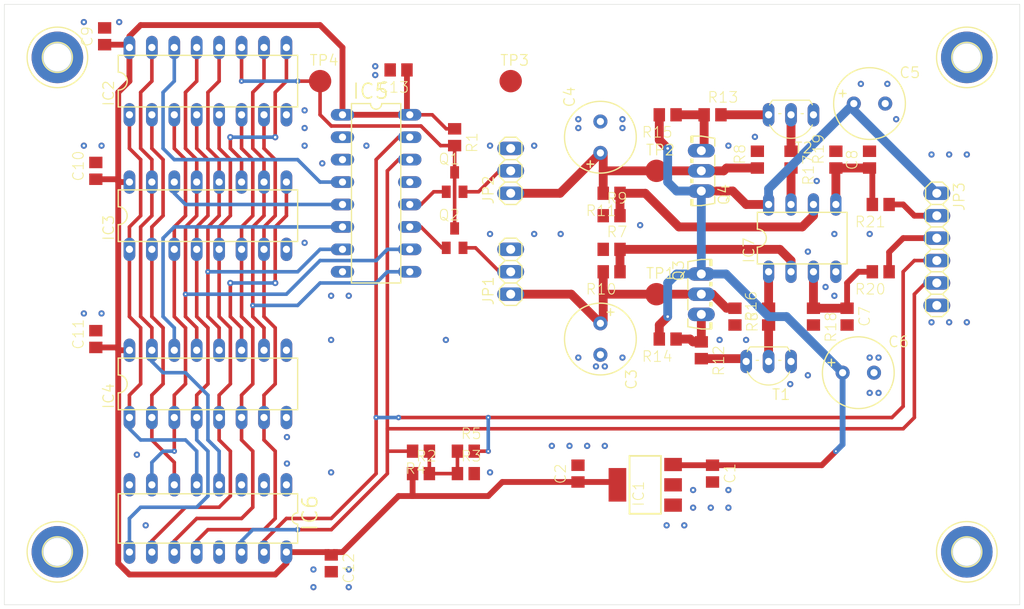
<source format=kicad_pcb>
(kicad_pcb (version 20171130) (host pcbnew "(5.1.5)-3")

  (general
    (thickness 1.6)
    (drawings 23)
    (tracks 483)
    (zones 0)
    (modules 58)
    (nets 47)
  )

  (page A4)
  (layers
    (0 Top signal)
    (31 Bottom signal)
    (32 B.Adhes user)
    (33 F.Adhes user)
    (34 B.Paste user)
    (35 F.Paste user)
    (36 B.SilkS user)
    (37 F.SilkS user)
    (38 B.Mask user)
    (39 F.Mask user)
    (40 Dwgs.User user)
    (41 Cmts.User user)
    (42 Eco1.User user)
    (43 Eco2.User user)
    (44 Edge.Cuts user)
    (45 Margin user)
    (46 B.CrtYd user)
    (47 F.CrtYd user)
    (48 B.Fab user)
    (49 F.Fab user)
  )

  (setup
    (last_trace_width 0.25)
    (trace_clearance 0.2)
    (zone_clearance 0.508)
    (zone_45_only no)
    (trace_min 0.2)
    (via_size 0.8)
    (via_drill 0.4)
    (via_min_size 0.4)
    (via_min_drill 0.2)
    (uvia_size 0.3)
    (uvia_drill 0.1)
    (uvias_allowed no)
    (uvia_min_size 0.2)
    (uvia_min_drill 0.1)
    (edge_width 0.05)
    (segment_width 0.2)
    (pcb_text_width 0.3)
    (pcb_text_size 1.5 1.5)
    (mod_edge_width 0.12)
    (mod_text_size 1 1)
    (mod_text_width 0.15)
    (pad_size 1.524 1.524)
    (pad_drill 0.762)
    (pad_to_mask_clearance 0.051)
    (solder_mask_min_width 0.25)
    (aux_axis_origin 0 0)
    (visible_elements FFFFFF7F)
    (pcbplotparams
      (layerselection 0x010fc_ffffffff)
      (usegerberextensions false)
      (usegerberattributes false)
      (usegerberadvancedattributes false)
      (creategerberjobfile false)
      (excludeedgelayer true)
      (linewidth 0.100000)
      (plotframeref false)
      (viasonmask false)
      (mode 1)
      (useauxorigin false)
      (hpglpennumber 1)
      (hpglpenspeed 20)
      (hpglpendiameter 15.000000)
      (psnegative false)
      (psa4output false)
      (plotreference true)
      (plotvalue true)
      (plotinvisibletext false)
      (padsonsilk false)
      (subtractmaskfromsilk false)
      (outputformat 1)
      (mirror false)
      (drillshape 1)
      (scaleselection 1)
      (outputdirectory ""))
  )

  (net 0 "")
  (net 1 GND)
  (net 2 +12V)
  (net 3 +5V)
  (net 4 "Net-(IC2-Pad15)")
  (net 5 //OE_1)
  (net 6 /LATCH)
  (net 7 //CLKEN)
  (net 8 "Net-(IC2-Pad11)")
  (net 9 //CLR)
  (net 10 "Net-(IC2-Pad9)")
  (net 11 "Net-(IC2-Pad5)")
  (net 12 "Net-(IC2-Pad6)")
  (net 13 "Net-(IC2-Pad4)")
  (net 14 "Net-(IC2-Pad3)")
  (net 15 "Net-(IC2-Pad7)")
  (net 16 "Net-(IC2-Pad2)")
  (net 17 "Net-(IC2-Pad1)")
  (net 18 //OE_2)
  (net 19 "Net-(IC3-Pad9)")
  (net 20 //OE_3)
  (net 21 "Net-(IC4-Pad9)")
  (net 22 /SDA)
  (net 23 /SCL)
  (net 24 "Net-(IC6-Pad13)")
  (net 25 "Net-(IC5-Pad13)")
  (net 26 /FAN_L)
  (net 27 /FAN_R)
  (net 28 "Net-(C7-Pad1)")
  (net 29 /PWM_FAN_R)
  (net 30 "Net-(R12-Pad2)")
  (net 31 "Net-(Q3-PadB)")
  (net 32 "Net-(R13-Pad2)")
  (net 33 "Net-(Q4-PadB)")
  (net 34 "Net-(C8-Pad1)")
  (net 35 /PWM_FAN_L)
  (net 36 "Net-(C3-Pad+)")
  (net 37 "Net-(C4-Pad+)")
  (net 38 "Net-(IC7-Pad2)")
  (net 39 "Net-(IC7-Pad6)")
  (net 40 "Net-(R16-Pad1)")
  (net 41 "Net-(IC7-Pad1)")
  (net 42 "Net-(R17-Pad1)")
  (net 43 "Net-(IC7-Pad7)")
  (net 44 /TACHO_FAN_R)
  (net 45 /TACHO_FAN_L)
  (net 46 /I2C_UP)

  (net_class Default "Ceci est la Netclass par défaut."
    (clearance 0.2)
    (trace_width 0.25)
    (via_dia 0.8)
    (via_drill 0.4)
    (uvia_dia 0.3)
    (uvia_drill 0.1)
    (add_net +12V)
    (add_net +5V)
    (add_net //CLKEN)
    (add_net //CLR)
    (add_net //OE_1)
    (add_net //OE_2)
    (add_net //OE_3)
    (add_net /FAN_L)
    (add_net /FAN_R)
    (add_net /I2C_UP)
    (add_net /LATCH)
    (add_net /PWM_FAN_L)
    (add_net /PWM_FAN_R)
    (add_net /SCL)
    (add_net /SDA)
    (add_net /TACHO_FAN_L)
    (add_net /TACHO_FAN_R)
    (add_net GND)
    (add_net "Net-(C3-Pad+)")
    (add_net "Net-(C4-Pad+)")
    (add_net "Net-(C7-Pad1)")
    (add_net "Net-(C8-Pad1)")
    (add_net "Net-(IC2-Pad1)")
    (add_net "Net-(IC2-Pad11)")
    (add_net "Net-(IC2-Pad15)")
    (add_net "Net-(IC2-Pad2)")
    (add_net "Net-(IC2-Pad3)")
    (add_net "Net-(IC2-Pad4)")
    (add_net "Net-(IC2-Pad5)")
    (add_net "Net-(IC2-Pad6)")
    (add_net "Net-(IC2-Pad7)")
    (add_net "Net-(IC2-Pad9)")
    (add_net "Net-(IC3-Pad9)")
    (add_net "Net-(IC4-Pad9)")
    (add_net "Net-(IC5-Pad13)")
    (add_net "Net-(IC6-Pad13)")
    (add_net "Net-(IC7-Pad1)")
    (add_net "Net-(IC7-Pad2)")
    (add_net "Net-(IC7-Pad6)")
    (add_net "Net-(IC7-Pad7)")
    (add_net "Net-(Q3-PadB)")
    (add_net "Net-(Q4-PadB)")
    (add_net "Net-(R12-Pad2)")
    (add_net "Net-(R13-Pad2)")
    (add_net "Net-(R16-Pad1)")
    (add_net "Net-(R17-Pad1)")
  )

  (module fan_ctrl:C0805 (layer Top) (tedit 0) (tstamp 5F56682A)
    (at 171.2011 124.1436 270)
    (descr <b>CAPACITOR</b><p>)
    (path /A7B966D1)
    (fp_text reference C1 (at -1.27 -1.27 270) (layer F.SilkS)
      (effects (font (size 1.2065 1.2065) (thickness 0.1016)) (justify right top))
    )
    (fp_text value 1u (at -1.27 2.54 270) (layer F.Fab)
      (effects (font (size 1.2065 1.2065) (thickness 0.1016)) (justify right top))
    )
    (fp_poly (pts (xy -0.1001 0.4001) (xy 0.1001 0.4001) (xy 0.1001 -0.4001) (xy -0.1001 -0.4001)) (layer F.Adhes) (width 0))
    (fp_poly (pts (xy 0.3556 0.7239) (xy 1.1057 0.7239) (xy 1.1057 -0.7262) (xy 0.3556 -0.7262)) (layer F.Fab) (width 0))
    (fp_poly (pts (xy -1.0922 0.7239) (xy -0.3421 0.7239) (xy -0.3421 -0.7262) (xy -1.0922 -0.7262)) (layer F.Fab) (width 0))
    (fp_line (start 1.973 -0.983) (end 1.973 0.983) (layer Dwgs.User) (width 0.0508))
    (fp_line (start -0.356 0.66) (end 0.381 0.66) (layer F.Fab) (width 0.1016))
    (fp_line (start -0.381 -0.66) (end 0.381 -0.66) (layer F.Fab) (width 0.1016))
    (fp_line (start -1.973 0.983) (end -1.973 -0.983) (layer Dwgs.User) (width 0.0508))
    (fp_line (start 1.973 0.983) (end -1.973 0.983) (layer Dwgs.User) (width 0.0508))
    (fp_line (start -1.973 -0.983) (end 1.973 -0.983) (layer Dwgs.User) (width 0.0508))
    (pad 2 smd rect (at 0.95 0 270) (size 1.3 1.5) (layers Top F.Paste F.Mask)
      (net 1 GND) (solder_mask_margin 0.1016))
    (pad 1 smd rect (at -0.95 0 270) (size 1.3 1.5) (layers Top F.Paste F.Mask)
      (net 2 +12V) (solder_mask_margin 0.1016))
  )

  (module fan_ctrl:C0805 (layer Top) (tedit 0) (tstamp 5F566838)
    (at 155.9611 124.1436 90)
    (descr <b>CAPACITOR</b><p>)
    (path /C33DD461)
    (fp_text reference C2 (at -1.27 -1.27 90) (layer F.SilkS)
      (effects (font (size 1.2065 1.2065) (thickness 0.1016)) (justify left bottom))
    )
    (fp_text value 1u (at -1.27 2.54 90) (layer F.Fab)
      (effects (font (size 1.2065 1.2065) (thickness 0.1016)) (justify left bottom))
    )
    (fp_poly (pts (xy -0.1001 0.4001) (xy 0.1001 0.4001) (xy 0.1001 -0.4001) (xy -0.1001 -0.4001)) (layer F.Adhes) (width 0))
    (fp_poly (pts (xy 0.3556 0.7239) (xy 1.1057 0.7239) (xy 1.1057 -0.7262) (xy 0.3556 -0.7262)) (layer F.Fab) (width 0))
    (fp_poly (pts (xy -1.0922 0.7239) (xy -0.3421 0.7239) (xy -0.3421 -0.7262) (xy -1.0922 -0.7262)) (layer F.Fab) (width 0))
    (fp_line (start 1.973 -0.983) (end 1.973 0.983) (layer Dwgs.User) (width 0.0508))
    (fp_line (start -0.356 0.66) (end 0.381 0.66) (layer F.Fab) (width 0.1016))
    (fp_line (start -0.381 -0.66) (end 0.381 -0.66) (layer F.Fab) (width 0.1016))
    (fp_line (start -1.973 0.983) (end -1.973 -0.983) (layer Dwgs.User) (width 0.0508))
    (fp_line (start 1.973 0.983) (end -1.973 0.983) (layer Dwgs.User) (width 0.0508))
    (fp_line (start -1.973 -0.983) (end 1.973 -0.983) (layer Dwgs.User) (width 0.0508))
    (pad 2 smd rect (at 0.95 0 90) (size 1.3 1.5) (layers Top F.Paste F.Mask)
      (net 1 GND) (solder_mask_margin 0.1016))
    (pad 1 smd rect (at -0.95 0 90) (size 1.3 1.5) (layers Top F.Paste F.Mask)
      (net 3 +5V) (solder_mask_margin 0.1016))
  )

  (module fan_ctrl:E3,5-8 (layer Top) (tedit 0) (tstamp 5F566846)
    (at 158.5011 108.9036 270)
    (descr "<b>ELECTROLYTIC CAPACITOR</b><p>\ngrid 3.5 mm, diameter 8 mm")
    (path /C6F26445)
    (fp_text reference C3 (at 3.302 -2.794 270) (layer F.SilkS)
      (effects (font (size 1.2065 1.2065) (thickness 0.127)) (justify right top))
    )
    (fp_text value 100u/35V (at -2.286 3.048 270) (layer F.Fab)
      (effects (font (size 1.2065 1.2065) (thickness 0.127)) (justify right top))
    )
    (fp_poly (pts (xy 0.254 1.27) (xy 0.762 1.27) (xy 0.762 -1.27) (xy 0.254 -1.27)) (layer F.Fab) (width 0))
    (fp_circle (center 0 0) (end 4.064 0) (layer F.SilkS) (width 0.1524))
    (fp_line (start 0.635 0) (end 1.651 0) (layer F.Fab) (width 0.1524))
    (fp_line (start -0.762 -1.27) (end -0.762 0) (layer F.Fab) (width 0.1524))
    (fp_line (start -0.254 -1.27) (end -0.762 -1.27) (layer F.Fab) (width 0.1524))
    (fp_line (start -0.254 1.27) (end -0.254 -1.27) (layer F.Fab) (width 0.1524))
    (fp_line (start -0.762 1.27) (end -0.254 1.27) (layer F.Fab) (width 0.1524))
    (fp_line (start -0.762 0) (end -0.762 1.27) (layer F.Fab) (width 0.1524))
    (fp_line (start -1.651 0) (end -0.762 0) (layer F.Fab) (width 0.1524))
    (fp_line (start -3.048 -0.762) (end -3.048 -1.524) (layer F.SilkS) (width 0.1524))
    (fp_line (start -3.429 -1.143) (end -2.667 -1.143) (layer F.SilkS) (width 0.1524))
    (pad + thru_hole circle (at -1.778 0 270) (size 1.6002 1.6002) (drill 0.8128) (layers *.Cu *.Mask)
      (net 36 "Net-(C3-Pad+)") (solder_mask_margin 0.1016))
    (pad - thru_hole circle (at 1.778 0 270) (size 1.6002 1.6002) (drill 0.8128) (layers *.Cu *.Mask)
      (net 1 GND) (solder_mask_margin 0.1016))
  )

  (module fan_ctrl:E3,5-8 (layer Top) (tedit 0) (tstamp 5F566856)
    (at 158.5011 86.0436 90)
    (descr "<b>ELECTROLYTIC CAPACITOR</b><p>\ngrid 3.5 mm, diameter 8 mm")
    (path /4D63EBFE)
    (fp_text reference C4 (at 3.302 -2.794 90) (layer F.SilkS)
      (effects (font (size 1.2065 1.2065) (thickness 0.127)) (justify left bottom))
    )
    (fp_text value 100u/35V (at -2.286 3.048 90) (layer F.Fab)
      (effects (font (size 1.2065 1.2065) (thickness 0.127)) (justify left bottom))
    )
    (fp_poly (pts (xy 0.254 1.27) (xy 0.762 1.27) (xy 0.762 -1.27) (xy 0.254 -1.27)) (layer F.Fab) (width 0))
    (fp_circle (center 0 0) (end 4.064 0) (layer F.SilkS) (width 0.1524))
    (fp_line (start 0.635 0) (end 1.651 0) (layer F.Fab) (width 0.1524))
    (fp_line (start -0.762 -1.27) (end -0.762 0) (layer F.Fab) (width 0.1524))
    (fp_line (start -0.254 -1.27) (end -0.762 -1.27) (layer F.Fab) (width 0.1524))
    (fp_line (start -0.254 1.27) (end -0.254 -1.27) (layer F.Fab) (width 0.1524))
    (fp_line (start -0.762 1.27) (end -0.254 1.27) (layer F.Fab) (width 0.1524))
    (fp_line (start -0.762 0) (end -0.762 1.27) (layer F.Fab) (width 0.1524))
    (fp_line (start -1.651 0) (end -0.762 0) (layer F.Fab) (width 0.1524))
    (fp_line (start -3.048 -0.762) (end -3.048 -1.524) (layer F.SilkS) (width 0.1524))
    (fp_line (start -3.429 -1.143) (end -2.667 -1.143) (layer F.SilkS) (width 0.1524))
    (pad + thru_hole circle (at -1.778 0 90) (size 1.6002 1.6002) (drill 0.8128) (layers *.Cu *.Mask)
      (net 37 "Net-(C4-Pad+)") (solder_mask_margin 0.1016))
    (pad - thru_hole circle (at 1.778 0 90) (size 1.6002 1.6002) (drill 0.8128) (layers *.Cu *.Mask)
      (net 1 GND) (solder_mask_margin 0.1016))
  )

  (module fan_ctrl:E3,5-8 (layer Top) (tedit 0) (tstamp 5F566866)
    (at 188.9811 82.2336)
    (descr "<b>ELECTROLYTIC CAPACITOR</b><p>\ngrid 3.5 mm, diameter 8 mm")
    (path /65656518)
    (fp_text reference C5 (at 3.302 -2.794) (layer F.SilkS)
      (effects (font (size 1.2065 1.2065) (thickness 0.127)) (justify left bottom))
    )
    (fp_text value 100u/35V (at -2.286 3.048) (layer F.Fab)
      (effects (font (size 1.2065 1.2065) (thickness 0.127)) (justify left bottom))
    )
    (fp_poly (pts (xy 0.254 1.27) (xy 0.762 1.27) (xy 0.762 -1.27) (xy 0.254 -1.27)) (layer F.Fab) (width 0))
    (fp_circle (center 0 0) (end 4.064 0) (layer F.SilkS) (width 0.1524))
    (fp_line (start 0.635 0) (end 1.651 0) (layer F.Fab) (width 0.1524))
    (fp_line (start -0.762 -1.27) (end -0.762 0) (layer F.Fab) (width 0.1524))
    (fp_line (start -0.254 -1.27) (end -0.762 -1.27) (layer F.Fab) (width 0.1524))
    (fp_line (start -0.254 1.27) (end -0.254 -1.27) (layer F.Fab) (width 0.1524))
    (fp_line (start -0.762 1.27) (end -0.254 1.27) (layer F.Fab) (width 0.1524))
    (fp_line (start -0.762 0) (end -0.762 1.27) (layer F.Fab) (width 0.1524))
    (fp_line (start -1.651 0) (end -0.762 0) (layer F.Fab) (width 0.1524))
    (fp_line (start -3.048 -0.762) (end -3.048 -1.524) (layer F.SilkS) (width 0.1524))
    (fp_line (start -3.429 -1.143) (end -2.667 -1.143) (layer F.SilkS) (width 0.1524))
    (pad + thru_hole circle (at -1.778 0) (size 1.6002 1.6002) (drill 0.8128) (layers *.Cu *.Mask)
      (net 2 +12V) (solder_mask_margin 0.1016))
    (pad - thru_hole circle (at 1.778 0) (size 1.6002 1.6002) (drill 0.8128) (layers *.Cu *.Mask)
      (net 1 GND) (solder_mask_margin 0.1016))
  )

  (module fan_ctrl:E3,5-8 (layer Top) (tedit 0) (tstamp 5F566876)
    (at 187.7111 112.7136)
    (descr "<b>ELECTROLYTIC CAPACITOR</b><p>\ngrid 3.5 mm, diameter 8 mm")
    (path /CAC43DEA)
    (fp_text reference C6 (at 3.302 -2.794) (layer F.SilkS)
      (effects (font (size 1.2065 1.2065) (thickness 0.127)) (justify left bottom))
    )
    (fp_text value 100u/35V (at -2.286 3.048) (layer F.Fab)
      (effects (font (size 1.2065 1.2065) (thickness 0.127)) (justify left bottom))
    )
    (fp_poly (pts (xy 0.254 1.27) (xy 0.762 1.27) (xy 0.762 -1.27) (xy 0.254 -1.27)) (layer F.Fab) (width 0))
    (fp_circle (center 0 0) (end 4.064 0) (layer F.SilkS) (width 0.1524))
    (fp_line (start 0.635 0) (end 1.651 0) (layer F.Fab) (width 0.1524))
    (fp_line (start -0.762 -1.27) (end -0.762 0) (layer F.Fab) (width 0.1524))
    (fp_line (start -0.254 -1.27) (end -0.762 -1.27) (layer F.Fab) (width 0.1524))
    (fp_line (start -0.254 1.27) (end -0.254 -1.27) (layer F.Fab) (width 0.1524))
    (fp_line (start -0.762 1.27) (end -0.254 1.27) (layer F.Fab) (width 0.1524))
    (fp_line (start -0.762 0) (end -0.762 1.27) (layer F.Fab) (width 0.1524))
    (fp_line (start -1.651 0) (end -0.762 0) (layer F.Fab) (width 0.1524))
    (fp_line (start -3.048 -0.762) (end -3.048 -1.524) (layer F.SilkS) (width 0.1524))
    (fp_line (start -3.429 -1.143) (end -2.667 -1.143) (layer F.SilkS) (width 0.1524))
    (pad + thru_hole circle (at -1.778 0) (size 1.6002 1.6002) (drill 0.8128) (layers *.Cu *.Mask)
      (net 2 +12V) (solder_mask_margin 0.1016))
    (pad - thru_hole circle (at 1.778 0) (size 1.6002 1.6002) (drill 0.8128) (layers *.Cu *.Mask)
      (net 1 GND) (solder_mask_margin 0.1016))
  )

  (module fan_ctrl:C0805 (layer Top) (tedit 0) (tstamp 5F566886)
    (at 186.4411 106.3636 270)
    (descr <b>CAPACITOR</b><p>)
    (path /CABD0D62)
    (fp_text reference C7 (at -1.27 -1.27 270) (layer F.SilkS)
      (effects (font (size 1.2065 1.2065) (thickness 0.1016)) (justify right top))
    )
    (fp_text value 1u (at -1.27 2.54 270) (layer F.Fab)
      (effects (font (size 1.2065 1.2065) (thickness 0.1016)) (justify right top))
    )
    (fp_poly (pts (xy -0.1001 0.4001) (xy 0.1001 0.4001) (xy 0.1001 -0.4001) (xy -0.1001 -0.4001)) (layer F.Adhes) (width 0))
    (fp_poly (pts (xy 0.3556 0.7239) (xy 1.1057 0.7239) (xy 1.1057 -0.7262) (xy 0.3556 -0.7262)) (layer F.Fab) (width 0))
    (fp_poly (pts (xy -1.0922 0.7239) (xy -0.3421 0.7239) (xy -0.3421 -0.7262) (xy -1.0922 -0.7262)) (layer F.Fab) (width 0))
    (fp_line (start 1.973 -0.983) (end 1.973 0.983) (layer Dwgs.User) (width 0.0508))
    (fp_line (start -0.356 0.66) (end 0.381 0.66) (layer F.Fab) (width 0.1016))
    (fp_line (start -0.381 -0.66) (end 0.381 -0.66) (layer F.Fab) (width 0.1016))
    (fp_line (start -1.973 0.983) (end -1.973 -0.983) (layer Dwgs.User) (width 0.0508))
    (fp_line (start 1.973 0.983) (end -1.973 0.983) (layer Dwgs.User) (width 0.0508))
    (fp_line (start -1.973 -0.983) (end 1.973 -0.983) (layer Dwgs.User) (width 0.0508))
    (pad 2 smd rect (at 0.95 0 270) (size 1.3 1.5) (layers Top F.Paste F.Mask)
      (net 1 GND) (solder_mask_margin 0.1016))
    (pad 1 smd rect (at -0.95 0 270) (size 1.3 1.5) (layers Top F.Paste F.Mask)
      (net 28 "Net-(C7-Pad1)") (solder_mask_margin 0.1016))
  )

  (module fan_ctrl:C0805 (layer Top) (tedit 0) (tstamp 5F566894)
    (at 188.9811 88.5836 90)
    (descr <b>CAPACITOR</b><p>)
    (path /AC0755F5)
    (fp_text reference C8 (at -1.27 -1.27 90) (layer F.SilkS)
      (effects (font (size 1.2065 1.2065) (thickness 0.1016)) (justify left bottom))
    )
    (fp_text value 1u (at -1.27 2.54 90) (layer F.Fab)
      (effects (font (size 1.2065 1.2065) (thickness 0.1016)) (justify left bottom))
    )
    (fp_poly (pts (xy -0.1001 0.4001) (xy 0.1001 0.4001) (xy 0.1001 -0.4001) (xy -0.1001 -0.4001)) (layer F.Adhes) (width 0))
    (fp_poly (pts (xy 0.3556 0.7239) (xy 1.1057 0.7239) (xy 1.1057 -0.7262) (xy 0.3556 -0.7262)) (layer F.Fab) (width 0))
    (fp_poly (pts (xy -1.0922 0.7239) (xy -0.3421 0.7239) (xy -0.3421 -0.7262) (xy -1.0922 -0.7262)) (layer F.Fab) (width 0))
    (fp_line (start 1.973 -0.983) (end 1.973 0.983) (layer Dwgs.User) (width 0.0508))
    (fp_line (start -0.356 0.66) (end 0.381 0.66) (layer F.Fab) (width 0.1016))
    (fp_line (start -0.381 -0.66) (end 0.381 -0.66) (layer F.Fab) (width 0.1016))
    (fp_line (start -1.973 0.983) (end -1.973 -0.983) (layer Dwgs.User) (width 0.0508))
    (fp_line (start 1.973 0.983) (end -1.973 0.983) (layer Dwgs.User) (width 0.0508))
    (fp_line (start -1.973 -0.983) (end 1.973 -0.983) (layer Dwgs.User) (width 0.0508))
    (pad 2 smd rect (at 0.95 0 90) (size 1.3 1.5) (layers Top F.Paste F.Mask)
      (net 1 GND) (solder_mask_margin 0.1016))
    (pad 1 smd rect (at -0.95 0 90) (size 1.3 1.5) (layers Top F.Paste F.Mask)
      (net 34 "Net-(C8-Pad1)") (solder_mask_margin 0.1016))
  )

  (module fan_ctrl:SOT223 (layer Top) (tedit 0) (tstamp 5F5668A2)
    (at 163.5811 125.4136 90)
    (descr "<b>Small Outline Transistor 223</b><p>\nPLASTIC PACKAGE CASE 318E-04<br>\nSource: http://www.onsemi.co.jp .. LM137M-D.PDF")
    (path /22F7723E)
    (fp_text reference IC1 (at -2.54 -0.0508 90) (layer F.SilkS)
      (effects (font (size 1.2065 1.2065) (thickness 0.1016)) (justify left bottom))
    )
    (fp_text value LD117A?S (at -2.54 1.3208 90) (layer F.Fab)
      (effects (font (size 1.2065 1.2065) (thickness 0.1016)) (justify left bottom))
    )
    (fp_poly (pts (xy 1.8796 1.8034) (xy 1.8796 3.6576) (xy 2.7432 3.6576) (xy 2.7432 1.8034)) (layer F.Fab) (width 0))
    (fp_poly (pts (xy -2.7432 1.8034) (xy -2.7432 3.6576) (xy -1.8796 3.6576) (xy -1.8796 1.8034)) (layer F.Fab) (width 0))
    (fp_poly (pts (xy -0.4318 1.8034) (xy -0.4318 3.6576) (xy 0.4318 3.6576) (xy 0.4318 1.8034)) (layer F.Fab) (width 0))
    (fp_poly (pts (xy -1.6002 -3.6576) (xy -1.6002 -1.8034) (xy 1.6002 -1.8034) (xy 1.6002 -3.6576)) (layer F.Fab) (width 0))
    (fp_poly (pts (xy 1.8796 1.8034) (xy 1.8796 3.6576) (xy 2.7432 3.6576) (xy 2.7432 1.8034)) (layer F.Fab) (width 0))
    (fp_poly (pts (xy -2.7432 1.8034) (xy -2.7432 3.6576) (xy -1.8796 3.6576) (xy -1.8796 1.8034)) (layer F.Fab) (width 0))
    (fp_poly (pts (xy -0.4318 1.8034) (xy -0.4318 3.6576) (xy 0.4318 3.6576) (xy 0.4318 1.8034)) (layer F.Fab) (width 0))
    (fp_poly (pts (xy -1.6002 -3.6576) (xy -1.6002 -1.8034) (xy 1.6002 -1.8034) (xy 1.6002 -3.6576)) (layer F.Fab) (width 0))
    (fp_text user wavesoldering (at 0.4 0.5 90) (layer Cmts.User)
      (effects (font (size 0.2413 0.2413) (thickness 0.02032)) (justify left bottom))
    )
    (fp_text user "transportation for" (at 0.4 0.05 90) (layer Cmts.User)
      (effects (font (size 0.2413 0.2413) (thickness 0.02032)) (justify left bottom))
    )
    (fp_text user "direction of pcb" (at 0.4 -0.4 90) (layer Cmts.User)
      (effects (font (size 0.2413 0.2413) (thickness 0.02032)) (justify left bottom))
    )
    (fp_line (start -0.2 0.3) (end 0 0.7) (layer Cmts.User) (width 0.127))
    (fp_line (start 0.2 0.3) (end -0.2 0.3) (layer Cmts.User) (width 0.127))
    (fp_line (start 0 0.7) (end 0.2 0.3) (layer Cmts.User) (width 0.127))
    (fp_line (start 0.2 -0.2) (end 0 -0.6) (layer Cmts.User) (width 0.127))
    (fp_line (start -0.2 -0.2) (end 0.2 -0.2) (layer Cmts.User) (width 0.127))
    (fp_line (start 0 -0.6) (end -0.2 -0.2) (layer Cmts.User) (width 0.127))
    (fp_line (start 0 0.7) (end 0 -0.6) (layer Cmts.User) (width 0.127))
    (fp_line (start -3.277 -1.778) (end 3.277 -1.778) (layer F.SilkS) (width 0.2032))
    (fp_line (start -3.277 1.778) (end -3.277 -1.778) (layer F.SilkS) (width 0.2032))
    (fp_line (start 3.277 1.778) (end -3.277 1.778) (layer F.SilkS) (width 0.2032))
    (fp_line (start 3.277 -1.778) (end 3.277 1.778) (layer F.SilkS) (width 0.2032))
    (pad 4 smd rect (at 0 -3.15 90) (size 3.8 2) (layers Top F.Paste F.Mask)
      (net 3 +5V) (solder_mask_margin 0.1016))
    (pad 3 smd rect (at 2.3 3.15 90) (size 1.5 2) (layers Top F.Paste F.Mask)
      (net 2 +12V) (solder_mask_margin 0.1016))
    (pad 2 smd rect (at 0 3.15 90) (size 1.5 2) (layers Top F.Paste F.Mask)
      (solder_mask_margin 0.1016))
    (pad 1 smd rect (at -2.3 3.15 90) (size 1.5 2) (layers Top F.Paste F.Mask)
      (net 1 GND) (solder_mask_margin 0.1016))
  )

  (module fan_ctrl:DIL16 (layer Top) (tedit 0) (tstamp 5F5668BF)
    (at 114.0511 79.6936)
    (descr "<b>Dual In Line Package</b>")
    (path /BC34DC86)
    (fp_text reference IC2 (at -10.541 2.921 90) (layer F.SilkS)
      (effects (font (size 1.2065 1.2065) (thickness 0.127)) (justify left bottom))
    )
    (fp_text value 74590N (at -7.493 0.635) (layer F.Fab)
      (effects (font (size 1.2065 1.2065) (thickness 0.127)) (justify left bottom))
    )
    (fp_arc (start -10.16 0) (end -10.16 -1.016) (angle 180) (layer F.SilkS) (width 0.1524))
    (fp_line (start -10.16 2.921) (end -10.16 1.016) (layer F.SilkS) (width 0.1524))
    (fp_line (start -10.16 -2.921) (end -10.16 -1.016) (layer F.SilkS) (width 0.1524))
    (fp_line (start 10.16 -2.921) (end 10.16 2.921) (layer F.SilkS) (width 0.1524))
    (fp_line (start -10.16 2.921) (end 10.16 2.921) (layer F.SilkS) (width 0.1524))
    (fp_line (start 10.16 -2.921) (end -10.16 -2.921) (layer F.SilkS) (width 0.1524))
    (pad 16 thru_hole oval (at -8.89 -3.81 90) (size 2.6416 1.3208) (drill 0.8128) (layers *.Cu *.Mask)
      (net 3 +5V) (solder_mask_margin 0.1016))
    (pad 15 thru_hole oval (at -6.35 -3.81 90) (size 2.6416 1.3208) (drill 0.8128) (layers *.Cu *.Mask)
      (net 4 "Net-(IC2-Pad15)") (solder_mask_margin 0.1016))
    (pad 14 thru_hole oval (at -3.81 -3.81 90) (size 2.6416 1.3208) (drill 0.8128) (layers *.Cu *.Mask)
      (net 5 //OE_1) (solder_mask_margin 0.1016))
    (pad 13 thru_hole oval (at -1.27 -3.81 90) (size 2.6416 1.3208) (drill 0.8128) (layers *.Cu *.Mask)
      (net 6 /LATCH) (solder_mask_margin 0.1016))
    (pad 12 thru_hole oval (at 1.27 -3.81 90) (size 2.6416 1.3208) (drill 0.8128) (layers *.Cu *.Mask)
      (net 7 //CLKEN) (solder_mask_margin 0.1016))
    (pad 11 thru_hole oval (at 3.81 -3.81 90) (size 2.6416 1.3208) (drill 0.8128) (layers *.Cu *.Mask)
      (net 8 "Net-(IC2-Pad11)") (solder_mask_margin 0.1016))
    (pad 10 thru_hole oval (at 6.35 -3.81 90) (size 2.6416 1.3208) (drill 0.8128) (layers *.Cu *.Mask)
      (net 9 //CLR) (solder_mask_margin 0.1016))
    (pad 9 thru_hole oval (at 8.89 -3.81 90) (size 2.6416 1.3208) (drill 0.8128) (layers *.Cu *.Mask)
      (net 10 "Net-(IC2-Pad9)") (solder_mask_margin 0.1016))
    (pad 5 thru_hole oval (at 1.27 3.81 90) (size 2.6416 1.3208) (drill 0.8128) (layers *.Cu *.Mask)
      (net 11 "Net-(IC2-Pad5)") (solder_mask_margin 0.1016))
    (pad 6 thru_hole oval (at 3.81 3.81 90) (size 2.6416 1.3208) (drill 0.8128) (layers *.Cu *.Mask)
      (net 12 "Net-(IC2-Pad6)") (solder_mask_margin 0.1016))
    (pad 4 thru_hole oval (at -1.27 3.81 90) (size 2.6416 1.3208) (drill 0.8128) (layers *.Cu *.Mask)
      (net 13 "Net-(IC2-Pad4)") (solder_mask_margin 0.1016))
    (pad 3 thru_hole oval (at -3.81 3.81 90) (size 2.6416 1.3208) (drill 0.8128) (layers *.Cu *.Mask)
      (net 14 "Net-(IC2-Pad3)") (solder_mask_margin 0.1016))
    (pad 8 thru_hole oval (at 8.89 3.81 90) (size 2.6416 1.3208) (drill 0.8128) (layers *.Cu *.Mask)
      (net 1 GND) (solder_mask_margin 0.1016))
    (pad 7 thru_hole oval (at 6.35 3.81 90) (size 2.6416 1.3208) (drill 0.8128) (layers *.Cu *.Mask)
      (net 15 "Net-(IC2-Pad7)") (solder_mask_margin 0.1016))
    (pad 2 thru_hole oval (at -6.35 3.81 90) (size 2.6416 1.3208) (drill 0.8128) (layers *.Cu *.Mask)
      (net 16 "Net-(IC2-Pad2)") (solder_mask_margin 0.1016))
    (pad 1 thru_hole oval (at -8.89 3.81 90) (size 2.6416 1.3208) (drill 0.8128) (layers *.Cu *.Mask)
      (net 17 "Net-(IC2-Pad1)") (solder_mask_margin 0.1016))
  )

  (module fan_ctrl:DIL16 (layer Top) (tedit 0) (tstamp 5F5668D8)
    (at 114.0511 94.9336)
    (descr "<b>Dual In Line Package</b>")
    (path /B686635D)
    (fp_text reference IC3 (at -10.541 2.921 90) (layer F.SilkS)
      (effects (font (size 1.2065 1.2065) (thickness 0.127)) (justify left bottom))
    )
    (fp_text value 74590N (at -7.493 0.635) (layer F.Fab)
      (effects (font (size 1.2065 1.2065) (thickness 0.127)) (justify left bottom))
    )
    (fp_arc (start -10.16 0) (end -10.16 -1.016) (angle 180) (layer F.SilkS) (width 0.1524))
    (fp_line (start -10.16 2.921) (end -10.16 1.016) (layer F.SilkS) (width 0.1524))
    (fp_line (start -10.16 -2.921) (end -10.16 -1.016) (layer F.SilkS) (width 0.1524))
    (fp_line (start 10.16 -2.921) (end 10.16 2.921) (layer F.SilkS) (width 0.1524))
    (fp_line (start -10.16 2.921) (end 10.16 2.921) (layer F.SilkS) (width 0.1524))
    (fp_line (start 10.16 -2.921) (end -10.16 -2.921) (layer F.SilkS) (width 0.1524))
    (pad 16 thru_hole oval (at -8.89 -3.81 90) (size 2.6416 1.3208) (drill 0.8128) (layers *.Cu *.Mask)
      (net 3 +5V) (solder_mask_margin 0.1016))
    (pad 15 thru_hole oval (at -6.35 -3.81 90) (size 2.6416 1.3208) (drill 0.8128) (layers *.Cu *.Mask)
      (net 4 "Net-(IC2-Pad15)") (solder_mask_margin 0.1016))
    (pad 14 thru_hole oval (at -3.81 -3.81 90) (size 2.6416 1.3208) (drill 0.8128) (layers *.Cu *.Mask)
      (net 18 //OE_2) (solder_mask_margin 0.1016))
    (pad 13 thru_hole oval (at -1.27 -3.81 90) (size 2.6416 1.3208) (drill 0.8128) (layers *.Cu *.Mask)
      (net 6 /LATCH) (solder_mask_margin 0.1016))
    (pad 12 thru_hole oval (at 1.27 -3.81 90) (size 2.6416 1.3208) (drill 0.8128) (layers *.Cu *.Mask)
      (net 7 //CLKEN) (solder_mask_margin 0.1016))
    (pad 11 thru_hole oval (at 3.81 -3.81 90) (size 2.6416 1.3208) (drill 0.8128) (layers *.Cu *.Mask)
      (net 10 "Net-(IC2-Pad9)") (solder_mask_margin 0.1016))
    (pad 10 thru_hole oval (at 6.35 -3.81 90) (size 2.6416 1.3208) (drill 0.8128) (layers *.Cu *.Mask)
      (net 9 //CLR) (solder_mask_margin 0.1016))
    (pad 9 thru_hole oval (at 8.89 -3.81 90) (size 2.6416 1.3208) (drill 0.8128) (layers *.Cu *.Mask)
      (net 19 "Net-(IC3-Pad9)") (solder_mask_margin 0.1016))
    (pad 5 thru_hole oval (at 1.27 3.81 90) (size 2.6416 1.3208) (drill 0.8128) (layers *.Cu *.Mask)
      (net 11 "Net-(IC2-Pad5)") (solder_mask_margin 0.1016))
    (pad 6 thru_hole oval (at 3.81 3.81 90) (size 2.6416 1.3208) (drill 0.8128) (layers *.Cu *.Mask)
      (net 12 "Net-(IC2-Pad6)") (solder_mask_margin 0.1016))
    (pad 4 thru_hole oval (at -1.27 3.81 90) (size 2.6416 1.3208) (drill 0.8128) (layers *.Cu *.Mask)
      (net 13 "Net-(IC2-Pad4)") (solder_mask_margin 0.1016))
    (pad 3 thru_hole oval (at -3.81 3.81 90) (size 2.6416 1.3208) (drill 0.8128) (layers *.Cu *.Mask)
      (net 14 "Net-(IC2-Pad3)") (solder_mask_margin 0.1016))
    (pad 8 thru_hole oval (at 8.89 3.81 90) (size 2.6416 1.3208) (drill 0.8128) (layers *.Cu *.Mask)
      (net 1 GND) (solder_mask_margin 0.1016))
    (pad 7 thru_hole oval (at 6.35 3.81 90) (size 2.6416 1.3208) (drill 0.8128) (layers *.Cu *.Mask)
      (net 15 "Net-(IC2-Pad7)") (solder_mask_margin 0.1016))
    (pad 2 thru_hole oval (at -6.35 3.81 90) (size 2.6416 1.3208) (drill 0.8128) (layers *.Cu *.Mask)
      (net 16 "Net-(IC2-Pad2)") (solder_mask_margin 0.1016))
    (pad 1 thru_hole oval (at -8.89 3.81 90) (size 2.6416 1.3208) (drill 0.8128) (layers *.Cu *.Mask)
      (net 17 "Net-(IC2-Pad1)") (solder_mask_margin 0.1016))
  )

  (module fan_ctrl:DIL16 (layer Top) (tedit 0) (tstamp 5F5668F1)
    (at 114.0511 113.9836)
    (descr "<b>Dual In Line Package</b>")
    (path /FA55F29D)
    (fp_text reference IC4 (at -10.541 2.921 90) (layer F.SilkS)
      (effects (font (size 1.2065 1.2065) (thickness 0.127)) (justify left bottom))
    )
    (fp_text value 74590N (at -7.493 0.635) (layer F.Fab)
      (effects (font (size 1.2065 1.2065) (thickness 0.127)) (justify left bottom))
    )
    (fp_arc (start -10.16 0) (end -10.16 -1.016) (angle 180) (layer F.SilkS) (width 0.1524))
    (fp_line (start -10.16 2.921) (end -10.16 1.016) (layer F.SilkS) (width 0.1524))
    (fp_line (start -10.16 -2.921) (end -10.16 -1.016) (layer F.SilkS) (width 0.1524))
    (fp_line (start 10.16 -2.921) (end 10.16 2.921) (layer F.SilkS) (width 0.1524))
    (fp_line (start -10.16 2.921) (end 10.16 2.921) (layer F.SilkS) (width 0.1524))
    (fp_line (start 10.16 -2.921) (end -10.16 -2.921) (layer F.SilkS) (width 0.1524))
    (pad 16 thru_hole oval (at -8.89 -3.81 90) (size 2.6416 1.3208) (drill 0.8128) (layers *.Cu *.Mask)
      (net 3 +5V) (solder_mask_margin 0.1016))
    (pad 15 thru_hole oval (at -6.35 -3.81 90) (size 2.6416 1.3208) (drill 0.8128) (layers *.Cu *.Mask)
      (net 4 "Net-(IC2-Pad15)") (solder_mask_margin 0.1016))
    (pad 14 thru_hole oval (at -3.81 -3.81 90) (size 2.6416 1.3208) (drill 0.8128) (layers *.Cu *.Mask)
      (net 20 //OE_3) (solder_mask_margin 0.1016))
    (pad 13 thru_hole oval (at -1.27 -3.81 90) (size 2.6416 1.3208) (drill 0.8128) (layers *.Cu *.Mask)
      (net 6 /LATCH) (solder_mask_margin 0.1016))
    (pad 12 thru_hole oval (at 1.27 -3.81 90) (size 2.6416 1.3208) (drill 0.8128) (layers *.Cu *.Mask)
      (net 7 //CLKEN) (solder_mask_margin 0.1016))
    (pad 11 thru_hole oval (at 3.81 -3.81 90) (size 2.6416 1.3208) (drill 0.8128) (layers *.Cu *.Mask)
      (net 19 "Net-(IC3-Pad9)") (solder_mask_margin 0.1016))
    (pad 10 thru_hole oval (at 6.35 -3.81 90) (size 2.6416 1.3208) (drill 0.8128) (layers *.Cu *.Mask)
      (net 9 //CLR) (solder_mask_margin 0.1016))
    (pad 9 thru_hole oval (at 8.89 -3.81 90) (size 2.6416 1.3208) (drill 0.8128) (layers *.Cu *.Mask)
      (net 21 "Net-(IC4-Pad9)") (solder_mask_margin 0.1016))
    (pad 5 thru_hole oval (at 1.27 3.81 90) (size 2.6416 1.3208) (drill 0.8128) (layers *.Cu *.Mask)
      (net 11 "Net-(IC2-Pad5)") (solder_mask_margin 0.1016))
    (pad 6 thru_hole oval (at 3.81 3.81 90) (size 2.6416 1.3208) (drill 0.8128) (layers *.Cu *.Mask)
      (net 12 "Net-(IC2-Pad6)") (solder_mask_margin 0.1016))
    (pad 4 thru_hole oval (at -1.27 3.81 90) (size 2.6416 1.3208) (drill 0.8128) (layers *.Cu *.Mask)
      (net 13 "Net-(IC2-Pad4)") (solder_mask_margin 0.1016))
    (pad 3 thru_hole oval (at -3.81 3.81 90) (size 2.6416 1.3208) (drill 0.8128) (layers *.Cu *.Mask)
      (net 14 "Net-(IC2-Pad3)") (solder_mask_margin 0.1016))
    (pad 8 thru_hole oval (at 8.89 3.81 90) (size 2.6416 1.3208) (drill 0.8128) (layers *.Cu *.Mask)
      (net 1 GND) (solder_mask_margin 0.1016))
    (pad 7 thru_hole oval (at 6.35 3.81 90) (size 2.6416 1.3208) (drill 0.8128) (layers *.Cu *.Mask)
      (net 15 "Net-(IC2-Pad7)") (solder_mask_margin 0.1016))
    (pad 2 thru_hole oval (at -6.35 3.81 90) (size 2.6416 1.3208) (drill 0.8128) (layers *.Cu *.Mask)
      (net 16 "Net-(IC2-Pad2)") (solder_mask_margin 0.1016))
    (pad 1 thru_hole oval (at -8.89 3.81 90) (size 2.6416 1.3208) (drill 0.8128) (layers *.Cu *.Mask)
      (net 17 "Net-(IC2-Pad1)") (solder_mask_margin 0.1016))
  )

  (module fan_ctrl:DIL16 (layer Top) (tedit 0) (tstamp 5F56690A)
    (at 133.1011 92.3936 270)
    (descr "<b>Dual In Line</b>")
    (path /ECA671C6)
    (fp_text reference IC5 (at -10.5664 2.794) (layer F.SilkS)
      (effects (font (size 1.6891 1.6891) (thickness 0.1778)) (justify left bottom))
    )
    (fp_text value PCF8574P (at -8.89 0.9652 270) (layer F.Fab)
      (effects (font (size 1.6891 1.6891) (thickness 0.1778)) (justify right top))
    )
    (fp_line (start -10.16 -2.794) (end -10.16 -0.635) (layer F.SilkS) (width 0.1524))
    (fp_line (start 10.16 -2.794) (end -10.16 -2.794) (layer F.SilkS) (width 0.1524))
    (fp_line (start 10.16 2.794) (end 10.16 -2.794) (layer F.SilkS) (width 0.1524))
    (fp_line (start -10.16 2.794) (end 10.16 2.794) (layer F.SilkS) (width 0.1524))
    (fp_arc (start -10.16 0) (end -10.16 0.635) (angle -180) (layer F.SilkS) (width 0.1524))
    (fp_line (start -10.16 0.635) (end -10.16 2.794) (layer F.SilkS) (width 0.1524))
    (pad 16 thru_hole oval (at -8.89 -3.81) (size 2.6416 1.3208) (drill 0.8128) (layers *.Cu *.Mask)
      (net 3 +5V) (solder_mask_margin 0.1016))
    (pad 15 thru_hole oval (at -6.35 -3.81) (size 2.6416 1.3208) (drill 0.8128) (layers *.Cu *.Mask)
      (net 22 /SDA) (solder_mask_margin 0.1016))
    (pad 14 thru_hole oval (at -3.81 -3.81) (size 2.6416 1.3208) (drill 0.8128) (layers *.Cu *.Mask)
      (net 23 /SCL) (solder_mask_margin 0.1016))
    (pad 13 thru_hole oval (at -1.27 -3.81) (size 2.6416 1.3208) (drill 0.8128) (layers *.Cu *.Mask)
      (net 25 "Net-(IC5-Pad13)") (solder_mask_margin 0.1016))
    (pad 12 thru_hole oval (at 1.27 -3.81) (size 2.6416 1.3208) (drill 0.8128) (layers *.Cu *.Mask)
      (net 26 /FAN_L) (solder_mask_margin 0.1016))
    (pad 11 thru_hole oval (at 3.81 -3.81) (size 2.6416 1.3208) (drill 0.8128) (layers *.Cu *.Mask)
      (net 27 /FAN_R) (solder_mask_margin 0.1016))
    (pad 10 thru_hole oval (at 6.35 -3.81) (size 2.6416 1.3208) (drill 0.8128) (layers *.Cu *.Mask)
      (net 6 /LATCH) (solder_mask_margin 0.1016))
    (pad 9 thru_hole oval (at 8.89 -3.81) (size 2.6416 1.3208) (drill 0.8128) (layers *.Cu *.Mask)
      (net 9 //CLR) (solder_mask_margin 0.1016))
    (pad 8 thru_hole oval (at 8.89 3.81) (size 2.6416 1.3208) (drill 0.8128) (layers *.Cu *.Mask)
      (net 1 GND) (solder_mask_margin 0.1016))
    (pad 7 thru_hole oval (at 6.35 3.81) (size 2.6416 1.3208) (drill 0.8128) (layers *.Cu *.Mask)
      (net 7 //CLKEN) (solder_mask_margin 0.1016))
    (pad 6 thru_hole oval (at 3.81 3.81) (size 2.6416 1.3208) (drill 0.8128) (layers *.Cu *.Mask)
      (net 20 //OE_3) (solder_mask_margin 0.1016))
    (pad 5 thru_hole oval (at 1.27 3.81) (size 2.6416 1.3208) (drill 0.8128) (layers *.Cu *.Mask)
      (net 18 //OE_2) (solder_mask_margin 0.1016))
    (pad 4 thru_hole oval (at -1.27 3.81) (size 2.6416 1.3208) (drill 0.8128) (layers *.Cu *.Mask)
      (net 5 //OE_1) (solder_mask_margin 0.1016))
    (pad 3 thru_hole oval (at -3.81 3.81) (size 2.6416 1.3208) (drill 0.8128) (layers *.Cu *.Mask)
      (net 1 GND) (solder_mask_margin 0.1016))
    (pad 2 thru_hole oval (at -6.35 3.81) (size 2.6416 1.3208) (drill 0.8128) (layers *.Cu *.Mask)
      (net 1 GND) (solder_mask_margin 0.1016))
    (pad 1 thru_hole oval (at -8.89 3.81) (size 2.6416 1.3208) (drill 0.8128) (layers *.Cu *.Mask)
      (net 3 +5V) (solder_mask_margin 0.1016))
  )

  (module fan_ctrl:DIL16 (layer Top) (tedit 0) (tstamp 5F566923)
    (at 114.0511 129.2236 180)
    (descr "<b>Dual In Line</b>")
    (path /0EE5647E)
    (fp_text reference IC6 (at -10.5664 2.794 270) (layer F.SilkS)
      (effects (font (size 1.6891 1.6891) (thickness 0.1778)) (justify right top))
    )
    (fp_text value PCF8574P (at -8.89 0.9652 180) (layer F.Fab)
      (effects (font (size 1.6891 1.6891) (thickness 0.1778)) (justify right top))
    )
    (fp_line (start -10.16 -2.794) (end -10.16 -0.635) (layer F.SilkS) (width 0.1524))
    (fp_line (start 10.16 -2.794) (end -10.16 -2.794) (layer F.SilkS) (width 0.1524))
    (fp_line (start 10.16 2.794) (end 10.16 -2.794) (layer F.SilkS) (width 0.1524))
    (fp_line (start -10.16 2.794) (end 10.16 2.794) (layer F.SilkS) (width 0.1524))
    (fp_arc (start -10.16 0) (end -10.16 0.635) (angle -180) (layer F.SilkS) (width 0.1524))
    (fp_line (start -10.16 0.635) (end -10.16 2.794) (layer F.SilkS) (width 0.1524))
    (pad 16 thru_hole oval (at -8.89 -3.81 270) (size 2.6416 1.3208) (drill 0.8128) (layers *.Cu *.Mask)
      (net 3 +5V) (solder_mask_margin 0.1016))
    (pad 15 thru_hole oval (at -6.35 -3.81 270) (size 2.6416 1.3208) (drill 0.8128) (layers *.Cu *.Mask)
      (net 22 /SDA) (solder_mask_margin 0.1016))
    (pad 14 thru_hole oval (at -3.81 -3.81 270) (size 2.6416 1.3208) (drill 0.8128) (layers *.Cu *.Mask)
      (net 23 /SCL) (solder_mask_margin 0.1016))
    (pad 13 thru_hole oval (at -1.27 -3.81 270) (size 2.6416 1.3208) (drill 0.8128) (layers *.Cu *.Mask)
      (net 24 "Net-(IC6-Pad13)") (solder_mask_margin 0.1016))
    (pad 12 thru_hole oval (at 1.27 -3.81 270) (size 2.6416 1.3208) (drill 0.8128) (layers *.Cu *.Mask)
      (net 15 "Net-(IC2-Pad7)") (solder_mask_margin 0.1016))
    (pad 11 thru_hole oval (at 3.81 -3.81 270) (size 2.6416 1.3208) (drill 0.8128) (layers *.Cu *.Mask)
      (net 12 "Net-(IC2-Pad6)") (solder_mask_margin 0.1016))
    (pad 10 thru_hole oval (at 6.35 -3.81 270) (size 2.6416 1.3208) (drill 0.8128) (layers *.Cu *.Mask)
      (net 11 "Net-(IC2-Pad5)") (solder_mask_margin 0.1016))
    (pad 9 thru_hole oval (at 8.89 -3.81 270) (size 2.6416 1.3208) (drill 0.8128) (layers *.Cu *.Mask)
      (net 13 "Net-(IC2-Pad4)") (solder_mask_margin 0.1016))
    (pad 8 thru_hole oval (at 8.89 3.81 270) (size 2.6416 1.3208) (drill 0.8128) (layers *.Cu *.Mask)
      (net 1 GND) (solder_mask_margin 0.1016))
    (pad 7 thru_hole oval (at 6.35 3.81 270) (size 2.6416 1.3208) (drill 0.8128) (layers *.Cu *.Mask)
      (net 14 "Net-(IC2-Pad3)") (solder_mask_margin 0.1016))
    (pad 6 thru_hole oval (at 3.81 3.81 270) (size 2.6416 1.3208) (drill 0.8128) (layers *.Cu *.Mask)
      (net 16 "Net-(IC2-Pad2)") (solder_mask_margin 0.1016))
    (pad 5 thru_hole oval (at 1.27 3.81 270) (size 2.6416 1.3208) (drill 0.8128) (layers *.Cu *.Mask)
      (net 17 "Net-(IC2-Pad1)") (solder_mask_margin 0.1016))
    (pad 4 thru_hole oval (at -1.27 3.81 270) (size 2.6416 1.3208) (drill 0.8128) (layers *.Cu *.Mask)
      (net 4 "Net-(IC2-Pad15)") (solder_mask_margin 0.1016))
    (pad 3 thru_hole oval (at -3.81 3.81 270) (size 2.6416 1.3208) (drill 0.8128) (layers *.Cu *.Mask)
      (net 1 GND) (solder_mask_margin 0.1016))
    (pad 2 thru_hole oval (at -6.35 3.81 270) (size 2.6416 1.3208) (drill 0.8128) (layers *.Cu *.Mask)
      (net 1 GND) (solder_mask_margin 0.1016))
    (pad 1 thru_hole oval (at -8.89 3.81 270) (size 2.6416 1.3208) (drill 0.8128) (layers *.Cu *.Mask)
      (net 1 GND) (solder_mask_margin 0.1016))
  )

  (module fan_ctrl:DIL08 (layer Top) (tedit 0) (tstamp 5F56693C)
    (at 181.3611 97.4736)
    (descr "<b>Dual In Line Package</b>")
    (path /3268441D)
    (fp_text reference IC7 (at -5.334 2.921 90) (layer F.SilkS)
      (effects (font (size 1.2065 1.2065) (thickness 0.127)) (justify left bottom))
    )
    (fp_text value LM358N (at -3.556 0.635) (layer F.Fab)
      (effects (font (size 1.2065 1.2065) (thickness 0.127)) (justify left bottom))
    )
    (fp_arc (start -5.08 0) (end -5.08 -1.016) (angle 180) (layer F.SilkS) (width 0.1524))
    (fp_line (start -5.08 2.921) (end -5.08 1.016) (layer F.SilkS) (width 0.1524))
    (fp_line (start -5.08 -2.921) (end -5.08 -1.016) (layer F.SilkS) (width 0.1524))
    (fp_line (start 5.08 -2.921) (end 5.08 2.921) (layer F.SilkS) (width 0.1524))
    (fp_line (start -5.08 2.921) (end 5.08 2.921) (layer F.SilkS) (width 0.1524))
    (fp_line (start 5.08 -2.921) (end -5.08 -2.921) (layer F.SilkS) (width 0.1524))
    (pad 5 thru_hole oval (at 3.81 -3.81 90) (size 2.54 1.27) (drill 0.8128) (layers *.Cu *.Mask)
      (net 34 "Net-(C8-Pad1)") (solder_mask_margin 0.1016))
    (pad 6 thru_hole oval (at 1.27 -3.81 90) (size 2.54 1.27) (drill 0.8128) (layers *.Cu *.Mask)
      (net 39 "Net-(IC7-Pad6)") (solder_mask_margin 0.1016))
    (pad 4 thru_hole oval (at 3.81 3.81 90) (size 2.54 1.27) (drill 0.8128) (layers *.Cu *.Mask)
      (net 1 GND) (solder_mask_margin 0.1016))
    (pad 3 thru_hole oval (at 1.27 3.81 90) (size 2.54 1.27) (drill 0.8128) (layers *.Cu *.Mask)
      (net 28 "Net-(C7-Pad1)") (solder_mask_margin 0.1016))
    (pad 8 thru_hole oval (at -3.81 -3.81 90) (size 2.54 1.27) (drill 0.8128) (layers *.Cu *.Mask)
      (net 2 +12V) (solder_mask_margin 0.1016))
    (pad 7 thru_hole oval (at -1.27 -3.81 90) (size 2.54 1.27) (drill 0.8128) (layers *.Cu *.Mask)
      (net 43 "Net-(IC7-Pad7)") (solder_mask_margin 0.1016))
    (pad 2 thru_hole oval (at -1.27 3.81 90) (size 2.54 1.27) (drill 0.8128) (layers *.Cu *.Mask)
      (net 38 "Net-(IC7-Pad2)") (solder_mask_margin 0.1016))
    (pad 1 thru_hole oval (at -3.81 3.81 90) (size 2.54 1.27) (drill 0.8128) (layers *.Cu *.Mask)
      (net 41 "Net-(IC7-Pad1)") (solder_mask_margin 0.1016))
  )

  (module fan_ctrl:1X03 (layer Top) (tedit 0) (tstamp 5F56694D)
    (at 148.3411 101.2836 90)
    (descr "<b>PIN HEADER</b>")
    (path /FE538C73)
    (fp_text reference JP1 (at -3.8862 -1.8288 90) (layer F.SilkS)
      (effects (font (size 1.2065 1.2065) (thickness 0.127)) (justify left bottom))
    )
    (fp_text value FAN_R (at -3.81 3.175 90) (layer F.Fab)
      (effects (font (size 1.2065 1.2065) (thickness 0.1016)) (justify left bottom))
    )
    (fp_poly (pts (xy 2.286 0.254) (xy 2.794 0.254) (xy 2.794 -0.254) (xy 2.286 -0.254)) (layer F.Fab) (width 0))
    (fp_poly (pts (xy -2.794 0.254) (xy -2.286 0.254) (xy -2.286 -0.254) (xy -2.794 -0.254)) (layer F.Fab) (width 0))
    (fp_poly (pts (xy -0.254 0.254) (xy 0.254 0.254) (xy 0.254 -0.254) (xy -0.254 -0.254)) (layer F.Fab) (width 0))
    (fp_line (start 1.905 1.27) (end 1.27 0.635) (layer F.SilkS) (width 0.1524))
    (fp_line (start 3.175 1.27) (end 1.905 1.27) (layer F.SilkS) (width 0.1524))
    (fp_line (start 3.81 0.635) (end 3.175 1.27) (layer F.SilkS) (width 0.1524))
    (fp_line (start 3.81 -0.635) (end 3.81 0.635) (layer F.SilkS) (width 0.1524))
    (fp_line (start 3.175 -1.27) (end 3.81 -0.635) (layer F.SilkS) (width 0.1524))
    (fp_line (start 1.905 -1.27) (end 3.175 -1.27) (layer F.SilkS) (width 0.1524))
    (fp_line (start 1.27 -0.635) (end 1.905 -1.27) (layer F.SilkS) (width 0.1524))
    (fp_line (start -1.905 1.27) (end -3.175 1.27) (layer F.SilkS) (width 0.1524))
    (fp_line (start -3.81 0.635) (end -3.175 1.27) (layer F.SilkS) (width 0.1524))
    (fp_line (start -3.175 -1.27) (end -3.81 -0.635) (layer F.SilkS) (width 0.1524))
    (fp_line (start -3.81 -0.635) (end -3.81 0.635) (layer F.SilkS) (width 0.1524))
    (fp_line (start -0.635 1.27) (end -1.27 0.635) (layer F.SilkS) (width 0.1524))
    (fp_line (start 0.635 1.27) (end -0.635 1.27) (layer F.SilkS) (width 0.1524))
    (fp_line (start 1.27 0.635) (end 0.635 1.27) (layer F.SilkS) (width 0.1524))
    (fp_line (start 1.27 -0.635) (end 1.27 0.635) (layer F.SilkS) (width 0.1524))
    (fp_line (start 0.635 -1.27) (end 1.27 -0.635) (layer F.SilkS) (width 0.1524))
    (fp_line (start -0.635 -1.27) (end 0.635 -1.27) (layer F.SilkS) (width 0.1524))
    (fp_line (start -1.27 -0.635) (end -0.635 -1.27) (layer F.SilkS) (width 0.1524))
    (fp_line (start -1.27 0.635) (end -1.905 1.27) (layer F.SilkS) (width 0.1524))
    (fp_line (start -1.27 -0.635) (end -1.27 0.635) (layer F.SilkS) (width 0.1524))
    (fp_line (start -1.905 -1.27) (end -1.27 -0.635) (layer F.SilkS) (width 0.1524))
    (fp_line (start -3.175 -1.27) (end -1.905 -1.27) (layer F.SilkS) (width 0.1524))
    (pad 3 thru_hole oval (at 2.54 0 180) (size 3.048 1.524) (drill 1.016) (layers *.Cu *.Mask)
      (net 1 GND) (solder_mask_margin 0.1016))
    (pad 2 thru_hole oval (at 0 0 180) (size 3.048 1.524) (drill 1.016) (layers *.Cu *.Mask)
      (net 44 /TACHO_FAN_R) (solder_mask_margin 0.1016))
    (pad 1 thru_hole oval (at -2.54 0 180) (size 3.048 1.524) (drill 1.016) (layers *.Cu *.Mask)
      (net 36 "Net-(C3-Pad+)") (solder_mask_margin 0.1016))
  )

  (module fan_ctrl:1X03 (layer Top) (tedit 0) (tstamp 5F56696C)
    (at 148.3411 89.8536 90)
    (descr "<b>PIN HEADER</b>")
    (path /53F0DF98)
    (fp_text reference JP2 (at -3.8862 -1.8288 90) (layer F.SilkS)
      (effects (font (size 1.2065 1.2065) (thickness 0.127)) (justify left bottom))
    )
    (fp_text value FAN_L (at -3.81 3.175 90) (layer F.Fab)
      (effects (font (size 1.2065 1.2065) (thickness 0.1016)) (justify left bottom))
    )
    (fp_poly (pts (xy 2.286 0.254) (xy 2.794 0.254) (xy 2.794 -0.254) (xy 2.286 -0.254)) (layer F.Fab) (width 0))
    (fp_poly (pts (xy -2.794 0.254) (xy -2.286 0.254) (xy -2.286 -0.254) (xy -2.794 -0.254)) (layer F.Fab) (width 0))
    (fp_poly (pts (xy -0.254 0.254) (xy 0.254 0.254) (xy 0.254 -0.254) (xy -0.254 -0.254)) (layer F.Fab) (width 0))
    (fp_line (start 1.905 1.27) (end 1.27 0.635) (layer F.SilkS) (width 0.1524))
    (fp_line (start 3.175 1.27) (end 1.905 1.27) (layer F.SilkS) (width 0.1524))
    (fp_line (start 3.81 0.635) (end 3.175 1.27) (layer F.SilkS) (width 0.1524))
    (fp_line (start 3.81 -0.635) (end 3.81 0.635) (layer F.SilkS) (width 0.1524))
    (fp_line (start 3.175 -1.27) (end 3.81 -0.635) (layer F.SilkS) (width 0.1524))
    (fp_line (start 1.905 -1.27) (end 3.175 -1.27) (layer F.SilkS) (width 0.1524))
    (fp_line (start 1.27 -0.635) (end 1.905 -1.27) (layer F.SilkS) (width 0.1524))
    (fp_line (start -1.905 1.27) (end -3.175 1.27) (layer F.SilkS) (width 0.1524))
    (fp_line (start -3.81 0.635) (end -3.175 1.27) (layer F.SilkS) (width 0.1524))
    (fp_line (start -3.175 -1.27) (end -3.81 -0.635) (layer F.SilkS) (width 0.1524))
    (fp_line (start -3.81 -0.635) (end -3.81 0.635) (layer F.SilkS) (width 0.1524))
    (fp_line (start -0.635 1.27) (end -1.27 0.635) (layer F.SilkS) (width 0.1524))
    (fp_line (start 0.635 1.27) (end -0.635 1.27) (layer F.SilkS) (width 0.1524))
    (fp_line (start 1.27 0.635) (end 0.635 1.27) (layer F.SilkS) (width 0.1524))
    (fp_line (start 1.27 -0.635) (end 1.27 0.635) (layer F.SilkS) (width 0.1524))
    (fp_line (start 0.635 -1.27) (end 1.27 -0.635) (layer F.SilkS) (width 0.1524))
    (fp_line (start -0.635 -1.27) (end 0.635 -1.27) (layer F.SilkS) (width 0.1524))
    (fp_line (start -1.27 -0.635) (end -0.635 -1.27) (layer F.SilkS) (width 0.1524))
    (fp_line (start -1.27 0.635) (end -1.905 1.27) (layer F.SilkS) (width 0.1524))
    (fp_line (start -1.27 -0.635) (end -1.27 0.635) (layer F.SilkS) (width 0.1524))
    (fp_line (start -1.905 -1.27) (end -1.27 -0.635) (layer F.SilkS) (width 0.1524))
    (fp_line (start -3.175 -1.27) (end -1.905 -1.27) (layer F.SilkS) (width 0.1524))
    (pad 3 thru_hole oval (at 2.54 0 180) (size 3.048 1.524) (drill 1.016) (layers *.Cu *.Mask)
      (net 1 GND) (solder_mask_margin 0.1016))
    (pad 2 thru_hole oval (at 0 0 180) (size 3.048 1.524) (drill 1.016) (layers *.Cu *.Mask)
      (net 45 /TACHO_FAN_L) (solder_mask_margin 0.1016))
    (pad 1 thru_hole oval (at -2.54 0 180) (size 3.048 1.524) (drill 1.016) (layers *.Cu *.Mask)
      (net 37 "Net-(C4-Pad+)") (solder_mask_margin 0.1016))
  )

  (module fan_ctrl:1X06 (layer Top) (tedit 0) (tstamp 5F56698B)
    (at 196.6011 98.7436 270)
    (descr "<b>PIN HEADER</b>")
    (path /8182258E)
    (fp_text reference JP3 (at -7.6962 -1.8288 270) (layer F.SilkS)
      (effects (font (size 1.2065 1.2065) (thickness 0.127)) (justify right top))
    )
    (fp_text value PINHD-1X6 (at -7.62 3.175 270) (layer F.Fab)
      (effects (font (size 1.2065 1.2065) (thickness 0.1016)) (justify right top))
    )
    (fp_poly (pts (xy 6.096 0.254) (xy 6.604 0.254) (xy 6.604 -0.254) (xy 6.096 -0.254)) (layer F.Fab) (width 0))
    (fp_poly (pts (xy -6.604 0.254) (xy -6.096 0.254) (xy -6.096 -0.254) (xy -6.604 -0.254)) (layer F.Fab) (width 0))
    (fp_poly (pts (xy -4.064 0.254) (xy -3.556 0.254) (xy -3.556 -0.254) (xy -4.064 -0.254)) (layer F.Fab) (width 0))
    (fp_poly (pts (xy -1.524 0.254) (xy -1.016 0.254) (xy -1.016 -0.254) (xy -1.524 -0.254)) (layer F.Fab) (width 0))
    (fp_poly (pts (xy 1.016 0.254) (xy 1.524 0.254) (xy 1.524 -0.254) (xy 1.016 -0.254)) (layer F.Fab) (width 0))
    (fp_poly (pts (xy 3.556 0.254) (xy 4.064 0.254) (xy 4.064 -0.254) (xy 3.556 -0.254)) (layer F.Fab) (width 0))
    (fp_line (start 6.985 1.27) (end 5.715 1.27) (layer F.SilkS) (width 0.1524))
    (fp_line (start 5.08 0.635) (end 5.715 1.27) (layer F.SilkS) (width 0.1524))
    (fp_line (start 5.715 -1.27) (end 5.08 -0.635) (layer F.SilkS) (width 0.1524))
    (fp_line (start 7.62 0.635) (end 6.985 1.27) (layer F.SilkS) (width 0.1524))
    (fp_line (start 7.62 -0.635) (end 7.62 0.635) (layer F.SilkS) (width 0.1524))
    (fp_line (start 6.985 -1.27) (end 7.62 -0.635) (layer F.SilkS) (width 0.1524))
    (fp_line (start 5.715 -1.27) (end 6.985 -1.27) (layer F.SilkS) (width 0.1524))
    (fp_line (start -5.715 1.27) (end -6.985 1.27) (layer F.SilkS) (width 0.1524))
    (fp_line (start -7.62 0.635) (end -6.985 1.27) (layer F.SilkS) (width 0.1524))
    (fp_line (start -6.985 -1.27) (end -7.62 -0.635) (layer F.SilkS) (width 0.1524))
    (fp_line (start -7.62 -0.635) (end -7.62 0.635) (layer F.SilkS) (width 0.1524))
    (fp_line (start -4.445 1.27) (end -5.08 0.635) (layer F.SilkS) (width 0.1524))
    (fp_line (start -3.175 1.27) (end -4.445 1.27) (layer F.SilkS) (width 0.1524))
    (fp_line (start -2.54 0.635) (end -3.175 1.27) (layer F.SilkS) (width 0.1524))
    (fp_line (start -2.54 -0.635) (end -2.54 0.635) (layer F.SilkS) (width 0.1524))
    (fp_line (start -3.175 -1.27) (end -2.54 -0.635) (layer F.SilkS) (width 0.1524))
    (fp_line (start -4.445 -1.27) (end -3.175 -1.27) (layer F.SilkS) (width 0.1524))
    (fp_line (start -5.08 -0.635) (end -4.445 -1.27) (layer F.SilkS) (width 0.1524))
    (fp_line (start -5.08 0.635) (end -5.715 1.27) (layer F.SilkS) (width 0.1524))
    (fp_line (start -5.08 -0.635) (end -5.08 0.635) (layer F.SilkS) (width 0.1524))
    (fp_line (start -5.715 -1.27) (end -5.08 -0.635) (layer F.SilkS) (width 0.1524))
    (fp_line (start -6.985 -1.27) (end -5.715 -1.27) (layer F.SilkS) (width 0.1524))
    (fp_line (start 1.905 1.27) (end 0.635 1.27) (layer F.SilkS) (width 0.1524))
    (fp_line (start 0 0.635) (end 0.635 1.27) (layer F.SilkS) (width 0.1524))
    (fp_line (start 0.635 -1.27) (end 0 -0.635) (layer F.SilkS) (width 0.1524))
    (fp_line (start -1.905 1.27) (end -2.54 0.635) (layer F.SilkS) (width 0.1524))
    (fp_line (start -0.635 1.27) (end -1.905 1.27) (layer F.SilkS) (width 0.1524))
    (fp_line (start 0 0.635) (end -0.635 1.27) (layer F.SilkS) (width 0.1524))
    (fp_line (start 0 -0.635) (end 0 0.635) (layer F.SilkS) (width 0.1524))
    (fp_line (start -0.635 -1.27) (end 0 -0.635) (layer F.SilkS) (width 0.1524))
    (fp_line (start -1.905 -1.27) (end -0.635 -1.27) (layer F.SilkS) (width 0.1524))
    (fp_line (start -2.54 -0.635) (end -1.905 -1.27) (layer F.SilkS) (width 0.1524))
    (fp_line (start 3.175 1.27) (end 2.54 0.635) (layer F.SilkS) (width 0.1524))
    (fp_line (start 4.445 1.27) (end 3.175 1.27) (layer F.SilkS) (width 0.1524))
    (fp_line (start 5.08 0.635) (end 4.445 1.27) (layer F.SilkS) (width 0.1524))
    (fp_line (start 5.08 -0.635) (end 5.08 0.635) (layer F.SilkS) (width 0.1524))
    (fp_line (start 4.445 -1.27) (end 5.08 -0.635) (layer F.SilkS) (width 0.1524))
    (fp_line (start 3.175 -1.27) (end 4.445 -1.27) (layer F.SilkS) (width 0.1524))
    (fp_line (start 2.54 -0.635) (end 3.175 -1.27) (layer F.SilkS) (width 0.1524))
    (fp_line (start 2.54 0.635) (end 1.905 1.27) (layer F.SilkS) (width 0.1524))
    (fp_line (start 2.54 -0.635) (end 2.54 0.635) (layer F.SilkS) (width 0.1524))
    (fp_line (start 1.905 -1.27) (end 2.54 -0.635) (layer F.SilkS) (width 0.1524))
    (fp_line (start 0.635 -1.27) (end 1.905 -1.27) (layer F.SilkS) (width 0.1524))
    (pad 6 thru_hole oval (at 6.35 0) (size 3.048 1.524) (drill 1.016) (layers *.Cu *.Mask)
      (net 1 GND) (solder_mask_margin 0.1016))
    (pad 5 thru_hole oval (at 3.81 0) (size 3.048 1.524) (drill 1.016) (layers *.Cu *.Mask)
      (net 23 /SCL) (solder_mask_margin 0.1016))
    (pad 4 thru_hole oval (at 1.27 0) (size 3.048 1.524) (drill 1.016) (layers *.Cu *.Mask)
      (net 22 /SDA) (solder_mask_margin 0.1016))
    (pad 3 thru_hole oval (at -1.27 0) (size 3.048 1.524) (drill 1.016) (layers *.Cu *.Mask)
      (net 29 /PWM_FAN_R) (solder_mask_margin 0.1016))
    (pad 2 thru_hole oval (at -3.81 0) (size 3.048 1.524) (drill 1.016) (layers *.Cu *.Mask)
      (net 35 /PWM_FAN_L) (solder_mask_margin 0.1016))
    (pad 1 thru_hole oval (at -6.35 0) (size 3.048 1.524) (drill 1.016) (layers *.Cu *.Mask)
      (net 2 +12V) (solder_mask_margin 0.1016))
  )

  (module fan_ctrl:SOT23 (layer Top) (tedit 0) (tstamp 5F5669C5)
    (at 141.9911 91.1236)
    (descr <b>SOT-23</b>)
    (path /22BC07EB)
    (fp_text reference Q1 (at -1.905 -1.905) (layer F.SilkS)
      (effects (font (size 1.2065 1.2065) (thickness 0.1016)) (justify left bottom))
    )
    (fp_text value BSS123 (at -1.905 3.175) (layer F.Fab)
      (effects (font (size 1.2065 1.2065) (thickness 0.1016)) (justify left bottom))
    )
    (fp_poly (pts (xy -1.1684 1.2954) (xy -0.7112 1.2954) (xy -0.7112 0.7112) (xy -1.1684 0.7112)) (layer F.Fab) (width 0))
    (fp_poly (pts (xy 0.7112 1.2954) (xy 1.1684 1.2954) (xy 1.1684 0.7112) (xy 0.7112 0.7112)) (layer F.Fab) (width 0))
    (fp_poly (pts (xy -0.2286 -0.7112) (xy 0.2286 -0.7112) (xy 0.2286 -1.2954) (xy -0.2286 -1.2954)) (layer F.Fab) (width 0))
    (fp_line (start -1.4224 -0.6604) (end 1.4224 -0.6604) (layer F.Fab) (width 0.1524))
    (fp_line (start -1.4224 0.6604) (end -1.4224 -0.6604) (layer F.Fab) (width 0.1524))
    (fp_line (start 1.4224 0.6604) (end -1.4224 0.6604) (layer F.Fab) (width 0.1524))
    (fp_line (start 1.4224 -0.6604) (end 1.4224 0.6604) (layer F.Fab) (width 0.1524))
    (pad 1 smd rect (at -0.95 1.1) (size 1 1.4) (layers Top F.Paste F.Mask)
      (net 26 /FAN_L) (solder_mask_margin 0.1016))
    (pad 2 smd rect (at 0.95 1.1) (size 1 1.4) (layers Top F.Paste F.Mask)
      (net 45 /TACHO_FAN_L) (solder_mask_margin 0.1016))
    (pad 3 smd rect (at 0 -1.1) (size 1 1.4) (layers Top F.Paste F.Mask)
      (net 8 "Net-(IC2-Pad11)") (solder_mask_margin 0.1016))
  )

  (module fan_ctrl:SOT23 (layer Top) (tedit 0) (tstamp 5F5669D2)
    (at 141.9911 97.4736)
    (descr <b>SOT-23</b>)
    (path /FC4D4FCD)
    (fp_text reference Q2 (at -1.905 -1.905) (layer F.SilkS)
      (effects (font (size 1.2065 1.2065) (thickness 0.1016)) (justify left bottom))
    )
    (fp_text value BSS123 (at -1.905 3.175) (layer F.Fab)
      (effects (font (size 1.2065 1.2065) (thickness 0.1016)) (justify left bottom))
    )
    (fp_poly (pts (xy -1.1684 1.2954) (xy -0.7112 1.2954) (xy -0.7112 0.7112) (xy -1.1684 0.7112)) (layer F.Fab) (width 0))
    (fp_poly (pts (xy 0.7112 1.2954) (xy 1.1684 1.2954) (xy 1.1684 0.7112) (xy 0.7112 0.7112)) (layer F.Fab) (width 0))
    (fp_poly (pts (xy -0.2286 -0.7112) (xy 0.2286 -0.7112) (xy 0.2286 -1.2954) (xy -0.2286 -1.2954)) (layer F.Fab) (width 0))
    (fp_line (start -1.4224 -0.6604) (end 1.4224 -0.6604) (layer F.Fab) (width 0.1524))
    (fp_line (start -1.4224 0.6604) (end -1.4224 -0.6604) (layer F.Fab) (width 0.1524))
    (fp_line (start 1.4224 0.6604) (end -1.4224 0.6604) (layer F.Fab) (width 0.1524))
    (fp_line (start 1.4224 -0.6604) (end 1.4224 0.6604) (layer F.Fab) (width 0.1524))
    (pad 1 smd rect (at -0.95 1.1) (size 1 1.4) (layers Top F.Paste F.Mask)
      (net 27 /FAN_R) (solder_mask_margin 0.1016))
    (pad 2 smd rect (at 0.95 1.1) (size 1 1.4) (layers Top F.Paste F.Mask)
      (net 44 /TACHO_FAN_R) (solder_mask_margin 0.1016))
    (pad 3 smd rect (at 0 -1.1) (size 1 1.4) (layers Top F.Paste F.Mask)
      (net 8 "Net-(IC2-Pad11)") (solder_mask_margin 0.1016))
  )

  (module fan_ctrl:TO126AV (layer Top) (tedit 0) (tstamp 5F5669DF)
    (at 171.2011 103.8236 270)
    (descr "<b>Molded Package</b><p>\ngrid 2.3 mm")
    (path /9A1C1EBA)
    (fp_text reference Q3 (at -3.9624 4.5466 270) (layer F.SilkS)
      (effects (font (size 1.2065 1.2065) (thickness 0.127)) (justify right top))
    )
    (fp_text value BD140 (at -3.9878 6.3246 270) (layer F.Fab)
      (effects (font (size 1.2065 1.2065) (thickness 0.127)) (justify right top))
    )
    (fp_poly (pts (xy 1.397 0.381) (xy 3.175 0.381) (xy 3.175 0) (xy 1.397 0)) (layer F.Fab) (width 0))
    (fp_poly (pts (xy -0.889 0.381) (xy 0.889 0.381) (xy 0.889 0) (xy -0.889 0)) (layer F.Fab) (width 0))
    (fp_poly (pts (xy -3.175 0.381) (xy -1.397 0.381) (xy -1.397 0) (xy -3.175 0)) (layer F.Fab) (width 0))
    (fp_poly (pts (xy 3.175 0.381) (xy 3.937 0.381) (xy 3.937 0) (xy 3.175 0)) (layer F.SilkS) (width 0))
    (fp_poly (pts (xy 0.889 0.381) (xy 1.397 0.381) (xy 1.397 0) (xy 0.889 0)) (layer F.SilkS) (width 0))
    (fp_poly (pts (xy -1.397 0.381) (xy -0.889 0.381) (xy -0.889 0) (xy -1.397 0)) (layer F.SilkS) (width 0))
    (fp_poly (pts (xy -3.937 0.381) (xy -3.175 0.381) (xy -3.175 0) (xy -3.937 0)) (layer F.SilkS) (width 0))
    (fp_circle (center -3.175 2.159) (end -2.7686 2.159) (layer F.Fab) (width 0.1524))
    (fp_line (start 2.794 2.794) (end 3.683 2.794) (layer F.SilkS) (width 0.1524))
    (fp_line (start 1.778 2.794) (end 2.794 2.794) (layer F.Fab) (width 0.1524))
    (fp_line (start 0.508 2.794) (end 1.778 2.794) (layer F.SilkS) (width 0.1524))
    (fp_line (start -0.508 2.794) (end 0.508 2.794) (layer F.Fab) (width 0.1524))
    (fp_line (start -1.778 2.794) (end -0.508 2.794) (layer F.SilkS) (width 0.1524))
    (fp_line (start -2.794 2.794) (end -1.778 2.794) (layer F.Fab) (width 0.1524))
    (fp_line (start -3.683 2.794) (end -2.794 2.794) (layer F.SilkS) (width 0.1524))
    (fp_line (start 3.937 1.27) (end 3.937 0.127) (layer F.SilkS) (width 0.1524))
    (fp_line (start 3.683 2.794) (end 3.937 1.27) (layer F.SilkS) (width 0.1524))
    (fp_line (start -3.937 1.27) (end -3.683 2.794) (layer F.SilkS) (width 0.1524))
    (fp_line (start -3.937 0.127) (end -3.937 1.27) (layer F.SilkS) (width 0.1524))
    (pad B thru_hole oval (at 2.286 1.27) (size 3.048 1.524) (drill 1.016) (layers *.Cu *.Mask)
      (net 31 "Net-(Q3-PadB)") (solder_mask_margin 0.1016))
    (pad C thru_hole oval (at 0 1.27) (size 3.048 1.524) (drill 1.016) (layers *.Cu *.Mask)
      (net 36 "Net-(C3-Pad+)") (solder_mask_margin 0.1016))
    (pad E thru_hole oval (at -2.286 1.27) (size 3.048 1.524) (drill 1.016) (layers *.Cu *.Mask)
      (net 2 +12V) (solder_mask_margin 0.1016))
  )

  (module fan_ctrl:TO126AV (layer Top) (tedit 0) (tstamp 5F5669F8)
    (at 168.6611 89.8536 90)
    (descr "<b>Molded Package</b><p>\ngrid 2.3 mm")
    (path /22452E8B)
    (fp_text reference Q4 (at -3.9624 4.5466 90) (layer F.SilkS)
      (effects (font (size 1.2065 1.2065) (thickness 0.127)) (justify left bottom))
    )
    (fp_text value BD140 (at -3.9878 6.3246 90) (layer F.Fab)
      (effects (font (size 1.2065 1.2065) (thickness 0.127)) (justify left bottom))
    )
    (fp_poly (pts (xy 1.397 0.381) (xy 3.175 0.381) (xy 3.175 0) (xy 1.397 0)) (layer F.Fab) (width 0))
    (fp_poly (pts (xy -0.889 0.381) (xy 0.889 0.381) (xy 0.889 0) (xy -0.889 0)) (layer F.Fab) (width 0))
    (fp_poly (pts (xy -3.175 0.381) (xy -1.397 0.381) (xy -1.397 0) (xy -3.175 0)) (layer F.Fab) (width 0))
    (fp_poly (pts (xy 3.175 0.381) (xy 3.937 0.381) (xy 3.937 0) (xy 3.175 0)) (layer F.SilkS) (width 0))
    (fp_poly (pts (xy 0.889 0.381) (xy 1.397 0.381) (xy 1.397 0) (xy 0.889 0)) (layer F.SilkS) (width 0))
    (fp_poly (pts (xy -1.397 0.381) (xy -0.889 0.381) (xy -0.889 0) (xy -1.397 0)) (layer F.SilkS) (width 0))
    (fp_poly (pts (xy -3.937 0.381) (xy -3.175 0.381) (xy -3.175 0) (xy -3.937 0)) (layer F.SilkS) (width 0))
    (fp_circle (center -3.175 2.159) (end -2.7686 2.159) (layer F.Fab) (width 0.1524))
    (fp_line (start 2.794 2.794) (end 3.683 2.794) (layer F.SilkS) (width 0.1524))
    (fp_line (start 1.778 2.794) (end 2.794 2.794) (layer F.Fab) (width 0.1524))
    (fp_line (start 0.508 2.794) (end 1.778 2.794) (layer F.SilkS) (width 0.1524))
    (fp_line (start -0.508 2.794) (end 0.508 2.794) (layer F.Fab) (width 0.1524))
    (fp_line (start -1.778 2.794) (end -0.508 2.794) (layer F.SilkS) (width 0.1524))
    (fp_line (start -2.794 2.794) (end -1.778 2.794) (layer F.Fab) (width 0.1524))
    (fp_line (start -3.683 2.794) (end -2.794 2.794) (layer F.SilkS) (width 0.1524))
    (fp_line (start 3.937 1.27) (end 3.937 0.127) (layer F.SilkS) (width 0.1524))
    (fp_line (start 3.683 2.794) (end 3.937 1.27) (layer F.SilkS) (width 0.1524))
    (fp_line (start -3.937 1.27) (end -3.683 2.794) (layer F.SilkS) (width 0.1524))
    (fp_line (start -3.937 0.127) (end -3.937 1.27) (layer F.SilkS) (width 0.1524))
    (pad B thru_hole oval (at 2.286 1.27 180) (size 3.048 1.524) (drill 1.016) (layers *.Cu *.Mask)
      (net 33 "Net-(Q4-PadB)") (solder_mask_margin 0.1016))
    (pad C thru_hole oval (at 0 1.27 180) (size 3.048 1.524) (drill 1.016) (layers *.Cu *.Mask)
      (net 37 "Net-(C4-Pad+)") (solder_mask_margin 0.1016))
    (pad E thru_hole oval (at -2.286 1.27 180) (size 3.048 1.524) (drill 1.016) (layers *.Cu *.Mask)
      (net 2 +12V) (solder_mask_margin 0.1016))
  )

  (module fan_ctrl:R0805 (layer Top) (tedit 0) (tstamp 5F566A11)
    (at 141.9911 86.0436 270)
    (descr <b>RESISTOR</b><p>)
    (path /5FC72806)
    (fp_text reference R1 (at -0.635 -1.27 270) (layer F.SilkS)
      (effects (font (size 1.2065 1.2065) (thickness 0.1016)) (justify right top))
    )
    (fp_text value 10k (at -0.635 2.54 270) (layer F.Fab)
      (effects (font (size 1.2065 1.2065) (thickness 0.1016)) (justify right top))
    )
    (fp_poly (pts (xy -0.1999 0.5001) (xy 0.1999 0.5001) (xy 0.1999 -0.5001) (xy -0.1999 -0.5001)) (layer F.Adhes) (width 0))
    (fp_poly (pts (xy -1.0668 0.6985) (xy -0.4168 0.6985) (xy -0.4168 -0.7015) (xy -1.0668 -0.7015)) (layer F.Fab) (width 0))
    (fp_poly (pts (xy 0.4064 0.6985) (xy 1.0564 0.6985) (xy 1.0564 -0.7015) (xy 0.4064 -0.7015)) (layer F.Fab) (width 0))
    (fp_line (start -1.973 0.983) (end -1.973 -0.983) (layer Dwgs.User) (width 0.0508))
    (fp_line (start 1.973 0.983) (end -1.973 0.983) (layer Dwgs.User) (width 0.0508))
    (fp_line (start 1.973 -0.983) (end 1.973 0.983) (layer Dwgs.User) (width 0.0508))
    (fp_line (start -1.973 -0.983) (end 1.973 -0.983) (layer Dwgs.User) (width 0.0508))
    (fp_line (start -0.41 0.635) (end 0.41 0.635) (layer F.Fab) (width 0.1524))
    (fp_line (start -0.41 -0.635) (end 0.41 -0.635) (layer F.Fab) (width 0.1524))
    (pad 2 smd rect (at 0.95 0 270) (size 1.3 1.5) (layers Top F.Paste F.Mask)
      (net 8 "Net-(IC2-Pad11)") (solder_mask_margin 0.1016))
    (pad 1 smd rect (at -0.95 0 270) (size 1.3 1.5) (layers Top F.Paste F.Mask)
      (net 3 +5V) (solder_mask_margin 0.1016))
  )

  (module fan_ctrl:R0805 (layer Top) (tedit 0) (tstamp 5F566A1F)
    (at 159.7711 101.2836 180)
    (descr <b>RESISTOR</b><p>)
    (path /3D53DAA8)
    (fp_text reference R10 (at -0.635 -1.27 180) (layer F.SilkS)
      (effects (font (size 1.2065 1.2065) (thickness 0.1016)) (justify right top))
    )
    (fp_text value 2k7 (at -0.635 2.54 180) (layer F.Fab)
      (effects (font (size 1.2065 1.2065) (thickness 0.1016)) (justify right top))
    )
    (fp_poly (pts (xy -0.1999 0.5001) (xy 0.1999 0.5001) (xy 0.1999 -0.5001) (xy -0.1999 -0.5001)) (layer F.Adhes) (width 0))
    (fp_poly (pts (xy -1.0668 0.6985) (xy -0.4168 0.6985) (xy -0.4168 -0.7015) (xy -1.0668 -0.7015)) (layer F.Fab) (width 0))
    (fp_poly (pts (xy 0.4064 0.6985) (xy 1.0564 0.6985) (xy 1.0564 -0.7015) (xy 0.4064 -0.7015)) (layer F.Fab) (width 0))
    (fp_line (start -1.973 0.983) (end -1.973 -0.983) (layer Dwgs.User) (width 0.0508))
    (fp_line (start 1.973 0.983) (end -1.973 0.983) (layer Dwgs.User) (width 0.0508))
    (fp_line (start 1.973 -0.983) (end 1.973 0.983) (layer Dwgs.User) (width 0.0508))
    (fp_line (start -1.973 -0.983) (end 1.973 -0.983) (layer Dwgs.User) (width 0.0508))
    (fp_line (start -0.41 0.635) (end 0.41 0.635) (layer F.Fab) (width 0.1524))
    (fp_line (start -0.41 -0.635) (end 0.41 -0.635) (layer F.Fab) (width 0.1524))
    (pad 2 smd rect (at 0.95 0 180) (size 1.3 1.5) (layers Top F.Paste F.Mask)
      (net 36 "Net-(C3-Pad+)") (solder_mask_margin 0.1016))
    (pad 1 smd rect (at -0.95 0 180) (size 1.3 1.5) (layers Top F.Paste F.Mask)
      (net 38 "Net-(IC7-Pad2)") (solder_mask_margin 0.1016))
  )

  (module fan_ctrl:R0805 (layer Top) (tedit 0) (tstamp 5F566A2D)
    (at 159.7711 92.3936 180)
    (descr <b>RESISTOR</b><p>)
    (path /CB7DAA55)
    (fp_text reference R11 (at -0.635 -1.27 180) (layer F.SilkS)
      (effects (font (size 1.2065 1.2065) (thickness 0.1016)) (justify right top))
    )
    (fp_text value 2k7 (at -0.635 2.54 180) (layer F.Fab)
      (effects (font (size 1.2065 1.2065) (thickness 0.1016)) (justify right top))
    )
    (fp_poly (pts (xy -0.1999 0.5001) (xy 0.1999 0.5001) (xy 0.1999 -0.5001) (xy -0.1999 -0.5001)) (layer F.Adhes) (width 0))
    (fp_poly (pts (xy -1.0668 0.6985) (xy -0.4168 0.6985) (xy -0.4168 -0.7015) (xy -1.0668 -0.7015)) (layer F.Fab) (width 0))
    (fp_poly (pts (xy 0.4064 0.6985) (xy 1.0564 0.6985) (xy 1.0564 -0.7015) (xy 0.4064 -0.7015)) (layer F.Fab) (width 0))
    (fp_line (start -1.973 0.983) (end -1.973 -0.983) (layer Dwgs.User) (width 0.0508))
    (fp_line (start 1.973 0.983) (end -1.973 0.983) (layer Dwgs.User) (width 0.0508))
    (fp_line (start 1.973 -0.983) (end 1.973 0.983) (layer Dwgs.User) (width 0.0508))
    (fp_line (start -1.973 -0.983) (end 1.973 -0.983) (layer Dwgs.User) (width 0.0508))
    (fp_line (start -0.41 0.635) (end 0.41 0.635) (layer F.Fab) (width 0.1524))
    (fp_line (start -0.41 -0.635) (end 0.41 -0.635) (layer F.Fab) (width 0.1524))
    (pad 2 smd rect (at 0.95 0 180) (size 1.3 1.5) (layers Top F.Paste F.Mask)
      (net 37 "Net-(C4-Pad+)") (solder_mask_margin 0.1016))
    (pad 1 smd rect (at -0.95 0 180) (size 1.3 1.5) (layers Top F.Paste F.Mask)
      (net 39 "Net-(IC7-Pad6)") (solder_mask_margin 0.1016))
  )

  (module fan_ctrl:R0805 (layer Top) (tedit 0) (tstamp 5F566A3B)
    (at 169.9311 110.1736 270)
    (descr <b>RESISTOR</b><p>)
    (path /2165D970)
    (fp_text reference R12 (at -0.635 -1.27 270) (layer F.SilkS)
      (effects (font (size 1.2065 1.2065) (thickness 0.1016)) (justify right top))
    )
    (fp_text value 470R (at -0.635 2.54 270) (layer F.Fab)
      (effects (font (size 1.2065 1.2065) (thickness 0.1016)) (justify right top))
    )
    (fp_poly (pts (xy -0.1999 0.5001) (xy 0.1999 0.5001) (xy 0.1999 -0.5001) (xy -0.1999 -0.5001)) (layer F.Adhes) (width 0))
    (fp_poly (pts (xy -1.0668 0.6985) (xy -0.4168 0.6985) (xy -0.4168 -0.7015) (xy -1.0668 -0.7015)) (layer F.Fab) (width 0))
    (fp_poly (pts (xy 0.4064 0.6985) (xy 1.0564 0.6985) (xy 1.0564 -0.7015) (xy 0.4064 -0.7015)) (layer F.Fab) (width 0))
    (fp_line (start -1.973 0.983) (end -1.973 -0.983) (layer Dwgs.User) (width 0.0508))
    (fp_line (start 1.973 0.983) (end -1.973 0.983) (layer Dwgs.User) (width 0.0508))
    (fp_line (start 1.973 -0.983) (end 1.973 0.983) (layer Dwgs.User) (width 0.0508))
    (fp_line (start -1.973 -0.983) (end 1.973 -0.983) (layer Dwgs.User) (width 0.0508))
    (fp_line (start -0.41 0.635) (end 0.41 0.635) (layer F.Fab) (width 0.1524))
    (fp_line (start -0.41 -0.635) (end 0.41 -0.635) (layer F.Fab) (width 0.1524))
    (pad 2 smd rect (at 0.95 0 270) (size 1.3 1.5) (layers Top F.Paste F.Mask)
      (net 30 "Net-(R12-Pad2)") (solder_mask_margin 0.1016))
    (pad 1 smd rect (at -0.95 0 270) (size 1.3 1.5) (layers Top F.Paste F.Mask)
      (net 31 "Net-(Q3-PadB)") (solder_mask_margin 0.1016))
  )

  (module fan_ctrl:R0805 (layer Top) (tedit 0) (tstamp 5F566A49)
    (at 171.2011 83.5036)
    (descr <b>RESISTOR</b><p>)
    (path /8E228642)
    (fp_text reference R13 (at -0.635 -1.27) (layer F.SilkS)
      (effects (font (size 1.2065 1.2065) (thickness 0.1016)) (justify left bottom))
    )
    (fp_text value 470R (at -0.635 2.54) (layer F.Fab)
      (effects (font (size 1.2065 1.2065) (thickness 0.1016)) (justify left bottom))
    )
    (fp_poly (pts (xy -0.1999 0.5001) (xy 0.1999 0.5001) (xy 0.1999 -0.5001) (xy -0.1999 -0.5001)) (layer F.Adhes) (width 0))
    (fp_poly (pts (xy -1.0668 0.6985) (xy -0.4168 0.6985) (xy -0.4168 -0.7015) (xy -1.0668 -0.7015)) (layer F.Fab) (width 0))
    (fp_poly (pts (xy 0.4064 0.6985) (xy 1.0564 0.6985) (xy 1.0564 -0.7015) (xy 0.4064 -0.7015)) (layer F.Fab) (width 0))
    (fp_line (start -1.973 0.983) (end -1.973 -0.983) (layer Dwgs.User) (width 0.0508))
    (fp_line (start 1.973 0.983) (end -1.973 0.983) (layer Dwgs.User) (width 0.0508))
    (fp_line (start 1.973 -0.983) (end 1.973 0.983) (layer Dwgs.User) (width 0.0508))
    (fp_line (start -1.973 -0.983) (end 1.973 -0.983) (layer Dwgs.User) (width 0.0508))
    (fp_line (start -0.41 0.635) (end 0.41 0.635) (layer F.Fab) (width 0.1524))
    (fp_line (start -0.41 -0.635) (end 0.41 -0.635) (layer F.Fab) (width 0.1524))
    (pad 2 smd rect (at 0.95 0) (size 1.3 1.5) (layers Top F.Paste F.Mask)
      (net 32 "Net-(R13-Pad2)") (solder_mask_margin 0.1016))
    (pad 1 smd rect (at -0.95 0) (size 1.3 1.5) (layers Top F.Paste F.Mask)
      (net 33 "Net-(Q4-PadB)") (solder_mask_margin 0.1016))
  )

  (module fan_ctrl:R0805 (layer Top) (tedit 0) (tstamp 5F566A57)
    (at 166.1211 108.9036 180)
    (descr <b>RESISTOR</b><p>)
    (path /5915D5B8)
    (fp_text reference R14 (at -0.635 -1.27 180) (layer F.SilkS)
      (effects (font (size 1.2065 1.2065) (thickness 0.1016)) (justify right top))
    )
    (fp_text value 10k (at -0.635 2.54 180) (layer F.Fab)
      (effects (font (size 1.2065 1.2065) (thickness 0.1016)) (justify right top))
    )
    (fp_poly (pts (xy -0.1999 0.5001) (xy 0.1999 0.5001) (xy 0.1999 -0.5001) (xy -0.1999 -0.5001)) (layer F.Adhes) (width 0))
    (fp_poly (pts (xy -1.0668 0.6985) (xy -0.4168 0.6985) (xy -0.4168 -0.7015) (xy -1.0668 -0.7015)) (layer F.Fab) (width 0))
    (fp_poly (pts (xy 0.4064 0.6985) (xy 1.0564 0.6985) (xy 1.0564 -0.7015) (xy 0.4064 -0.7015)) (layer F.Fab) (width 0))
    (fp_line (start -1.973 0.983) (end -1.973 -0.983) (layer Dwgs.User) (width 0.0508))
    (fp_line (start 1.973 0.983) (end -1.973 0.983) (layer Dwgs.User) (width 0.0508))
    (fp_line (start 1.973 -0.983) (end 1.973 0.983) (layer Dwgs.User) (width 0.0508))
    (fp_line (start -1.973 -0.983) (end 1.973 -0.983) (layer Dwgs.User) (width 0.0508))
    (fp_line (start -0.41 0.635) (end 0.41 0.635) (layer F.Fab) (width 0.1524))
    (fp_line (start -0.41 -0.635) (end 0.41 -0.635) (layer F.Fab) (width 0.1524))
    (pad 2 smd rect (at 0.95 0 180) (size 1.3 1.5) (layers Top F.Paste F.Mask)
      (net 2 +12V) (solder_mask_margin 0.1016))
    (pad 1 smd rect (at -0.95 0 180) (size 1.3 1.5) (layers Top F.Paste F.Mask)
      (net 31 "Net-(Q3-PadB)") (solder_mask_margin 0.1016))
  )

  (module fan_ctrl:R0805 (layer Top) (tedit 0) (tstamp 5F566A65)
    (at 166.1211 83.5036 180)
    (descr <b>RESISTOR</b><p>)
    (path /ED00AE7A)
    (fp_text reference R15 (at -0.635 -1.27 180) (layer F.SilkS)
      (effects (font (size 1.2065 1.2065) (thickness 0.1016)) (justify right top))
    )
    (fp_text value 10k (at -0.635 2.54 180) (layer F.Fab)
      (effects (font (size 1.2065 1.2065) (thickness 0.1016)) (justify right top))
    )
    (fp_poly (pts (xy -0.1999 0.5001) (xy 0.1999 0.5001) (xy 0.1999 -0.5001) (xy -0.1999 -0.5001)) (layer F.Adhes) (width 0))
    (fp_poly (pts (xy -1.0668 0.6985) (xy -0.4168 0.6985) (xy -0.4168 -0.7015) (xy -1.0668 -0.7015)) (layer F.Fab) (width 0))
    (fp_poly (pts (xy 0.4064 0.6985) (xy 1.0564 0.6985) (xy 1.0564 -0.7015) (xy 0.4064 -0.7015)) (layer F.Fab) (width 0))
    (fp_line (start -1.973 0.983) (end -1.973 -0.983) (layer Dwgs.User) (width 0.0508))
    (fp_line (start 1.973 0.983) (end -1.973 0.983) (layer Dwgs.User) (width 0.0508))
    (fp_line (start 1.973 -0.983) (end 1.973 0.983) (layer Dwgs.User) (width 0.0508))
    (fp_line (start -1.973 -0.983) (end 1.973 -0.983) (layer Dwgs.User) (width 0.0508))
    (fp_line (start -0.41 0.635) (end 0.41 0.635) (layer F.Fab) (width 0.1524))
    (fp_line (start -0.41 -0.635) (end 0.41 -0.635) (layer F.Fab) (width 0.1524))
    (pad 2 smd rect (at 0.95 0 180) (size 1.3 1.5) (layers Top F.Paste F.Mask)
      (net 2 +12V) (solder_mask_margin 0.1016))
    (pad 1 smd rect (at -0.95 0 180) (size 1.3 1.5) (layers Top F.Paste F.Mask)
      (net 33 "Net-(Q4-PadB)") (solder_mask_margin 0.1016))
  )

  (module fan_ctrl:R0805 (layer Top) (tedit 0) (tstamp 5F566A73)
    (at 177.5511 106.3636 90)
    (descr <b>RESISTOR</b><p>)
    (path /10E558F2)
    (fp_text reference R16 (at -0.635 -1.27 90) (layer F.SilkS)
      (effects (font (size 1.2065 1.2065) (thickness 0.1016)) (justify left bottom))
    )
    (fp_text value 4k7 (at -0.635 2.54 90) (layer F.Fab)
      (effects (font (size 1.2065 1.2065) (thickness 0.1016)) (justify left bottom))
    )
    (fp_poly (pts (xy -0.1999 0.5001) (xy 0.1999 0.5001) (xy 0.1999 -0.5001) (xy -0.1999 -0.5001)) (layer F.Adhes) (width 0))
    (fp_poly (pts (xy -1.0668 0.6985) (xy -0.4168 0.6985) (xy -0.4168 -0.7015) (xy -1.0668 -0.7015)) (layer F.Fab) (width 0))
    (fp_poly (pts (xy 0.4064 0.6985) (xy 1.0564 0.6985) (xy 1.0564 -0.7015) (xy 0.4064 -0.7015)) (layer F.Fab) (width 0))
    (fp_line (start -1.973 0.983) (end -1.973 -0.983) (layer Dwgs.User) (width 0.0508))
    (fp_line (start 1.973 0.983) (end -1.973 0.983) (layer Dwgs.User) (width 0.0508))
    (fp_line (start 1.973 -0.983) (end 1.973 0.983) (layer Dwgs.User) (width 0.0508))
    (fp_line (start -1.973 -0.983) (end 1.973 -0.983) (layer Dwgs.User) (width 0.0508))
    (fp_line (start -0.41 0.635) (end 0.41 0.635) (layer F.Fab) (width 0.1524))
    (fp_line (start -0.41 -0.635) (end 0.41 -0.635) (layer F.Fab) (width 0.1524))
    (pad 2 smd rect (at 0.95 0 90) (size 1.3 1.5) (layers Top F.Paste F.Mask)
      (net 41 "Net-(IC7-Pad1)") (solder_mask_margin 0.1016))
    (pad 1 smd rect (at -0.95 0 90) (size 1.3 1.5) (layers Top F.Paste F.Mask)
      (net 40 "Net-(R16-Pad1)") (solder_mask_margin 0.1016))
  )

  (module fan_ctrl:R0805 (layer Top) (tedit 0) (tstamp 5F566A81)
    (at 180.0911 88.5836 270)
    (descr <b>RESISTOR</b><p>)
    (path /2AAA9DF1)
    (fp_text reference R17 (at -0.635 -1.27 270) (layer F.SilkS)
      (effects (font (size 1.2065 1.2065) (thickness 0.1016)) (justify right top))
    )
    (fp_text value 4k7 (at -0.635 2.54 270) (layer F.Fab)
      (effects (font (size 1.2065 1.2065) (thickness 0.1016)) (justify right top))
    )
    (fp_poly (pts (xy -0.1999 0.5001) (xy 0.1999 0.5001) (xy 0.1999 -0.5001) (xy -0.1999 -0.5001)) (layer F.Adhes) (width 0))
    (fp_poly (pts (xy -1.0668 0.6985) (xy -0.4168 0.6985) (xy -0.4168 -0.7015) (xy -1.0668 -0.7015)) (layer F.Fab) (width 0))
    (fp_poly (pts (xy 0.4064 0.6985) (xy 1.0564 0.6985) (xy 1.0564 -0.7015) (xy 0.4064 -0.7015)) (layer F.Fab) (width 0))
    (fp_line (start -1.973 0.983) (end -1.973 -0.983) (layer Dwgs.User) (width 0.0508))
    (fp_line (start 1.973 0.983) (end -1.973 0.983) (layer Dwgs.User) (width 0.0508))
    (fp_line (start 1.973 -0.983) (end 1.973 0.983) (layer Dwgs.User) (width 0.0508))
    (fp_line (start -1.973 -0.983) (end 1.973 -0.983) (layer Dwgs.User) (width 0.0508))
    (fp_line (start -0.41 0.635) (end 0.41 0.635) (layer F.Fab) (width 0.1524))
    (fp_line (start -0.41 -0.635) (end 0.41 -0.635) (layer F.Fab) (width 0.1524))
    (pad 2 smd rect (at 0.95 0 270) (size 1.3 1.5) (layers Top F.Paste F.Mask)
      (net 43 "Net-(IC7-Pad7)") (solder_mask_margin 0.1016))
    (pad 1 smd rect (at -0.95 0 270) (size 1.3 1.5) (layers Top F.Paste F.Mask)
      (net 42 "Net-(R17-Pad1)") (solder_mask_margin 0.1016))
  )

  (module fan_ctrl:R0805 (layer Top) (tedit 0) (tstamp 5F566A8F)
    (at 182.6311 106.3636 270)
    (descr <b>RESISTOR</b><p>)
    (path /13DBB1C6)
    (fp_text reference R18 (at -0.635 -1.27 270) (layer F.SilkS)
      (effects (font (size 1.2065 1.2065) (thickness 0.1016)) (justify right top))
    )
    (fp_text value 220k (at -0.635 2.54 270) (layer F.Fab)
      (effects (font (size 1.2065 1.2065) (thickness 0.1016)) (justify right top))
    )
    (fp_poly (pts (xy -0.1999 0.5001) (xy 0.1999 0.5001) (xy 0.1999 -0.5001) (xy -0.1999 -0.5001)) (layer F.Adhes) (width 0))
    (fp_poly (pts (xy -1.0668 0.6985) (xy -0.4168 0.6985) (xy -0.4168 -0.7015) (xy -1.0668 -0.7015)) (layer F.Fab) (width 0))
    (fp_poly (pts (xy 0.4064 0.6985) (xy 1.0564 0.6985) (xy 1.0564 -0.7015) (xy 0.4064 -0.7015)) (layer F.Fab) (width 0))
    (fp_line (start -1.973 0.983) (end -1.973 -0.983) (layer Dwgs.User) (width 0.0508))
    (fp_line (start 1.973 0.983) (end -1.973 0.983) (layer Dwgs.User) (width 0.0508))
    (fp_line (start 1.973 -0.983) (end 1.973 0.983) (layer Dwgs.User) (width 0.0508))
    (fp_line (start -1.973 -0.983) (end 1.973 -0.983) (layer Dwgs.User) (width 0.0508))
    (fp_line (start -0.41 0.635) (end 0.41 0.635) (layer F.Fab) (width 0.1524))
    (fp_line (start -0.41 -0.635) (end 0.41 -0.635) (layer F.Fab) (width 0.1524))
    (pad 2 smd rect (at 0.95 0 270) (size 1.3 1.5) (layers Top F.Paste F.Mask)
      (net 1 GND) (solder_mask_margin 0.1016))
    (pad 1 smd rect (at -0.95 0 270) (size 1.3 1.5) (layers Top F.Paste F.Mask)
      (net 28 "Net-(C7-Pad1)") (solder_mask_margin 0.1016))
  )

  (module fan_ctrl:R0805 (layer Top) (tedit 0) (tstamp 5F566A9D)
    (at 185.1711 88.5836 90)
    (descr <b>RESISTOR</b><p>)
    (path /5AB74D6D)
    (fp_text reference R19 (at -0.635 -1.27 90) (layer F.SilkS)
      (effects (font (size 1.2065 1.2065) (thickness 0.1016)) (justify left bottom))
    )
    (fp_text value 220k (at -0.635 2.54 90) (layer F.Fab)
      (effects (font (size 1.2065 1.2065) (thickness 0.1016)) (justify left bottom))
    )
    (fp_poly (pts (xy -0.1999 0.5001) (xy 0.1999 0.5001) (xy 0.1999 -0.5001) (xy -0.1999 -0.5001)) (layer F.Adhes) (width 0))
    (fp_poly (pts (xy -1.0668 0.6985) (xy -0.4168 0.6985) (xy -0.4168 -0.7015) (xy -1.0668 -0.7015)) (layer F.Fab) (width 0))
    (fp_poly (pts (xy 0.4064 0.6985) (xy 1.0564 0.6985) (xy 1.0564 -0.7015) (xy 0.4064 -0.7015)) (layer F.Fab) (width 0))
    (fp_line (start -1.973 0.983) (end -1.973 -0.983) (layer Dwgs.User) (width 0.0508))
    (fp_line (start 1.973 0.983) (end -1.973 0.983) (layer Dwgs.User) (width 0.0508))
    (fp_line (start 1.973 -0.983) (end 1.973 0.983) (layer Dwgs.User) (width 0.0508))
    (fp_line (start -1.973 -0.983) (end 1.973 -0.983) (layer Dwgs.User) (width 0.0508))
    (fp_line (start -0.41 0.635) (end 0.41 0.635) (layer F.Fab) (width 0.1524))
    (fp_line (start -0.41 -0.635) (end 0.41 -0.635) (layer F.Fab) (width 0.1524))
    (pad 2 smd rect (at 0.95 0 90) (size 1.3 1.5) (layers Top F.Paste F.Mask)
      (net 1 GND) (solder_mask_margin 0.1016))
    (pad 1 smd rect (at -0.95 0 90) (size 1.3 1.5) (layers Top F.Paste F.Mask)
      (net 34 "Net-(C8-Pad1)") (solder_mask_margin 0.1016))
  )

  (module fan_ctrl:R0805 (layer Top) (tedit 0) (tstamp 5F566AAB)
    (at 138.1811 124.1436)
    (descr <b>RESISTOR</b><p>)
    (path /0CC8F4E9)
    (fp_text reference R2 (at -0.635 -1.27) (layer F.SilkS)
      (effects (font (size 1.2065 1.2065) (thickness 0.1016)) (justify left bottom))
    )
    (fp_text value 1k (at -0.635 2.54) (layer F.Fab)
      (effects (font (size 1.2065 1.2065) (thickness 0.1016)) (justify left bottom))
    )
    (fp_poly (pts (xy -0.1999 0.5001) (xy 0.1999 0.5001) (xy 0.1999 -0.5001) (xy -0.1999 -0.5001)) (layer F.Adhes) (width 0))
    (fp_poly (pts (xy -1.0668 0.6985) (xy -0.4168 0.6985) (xy -0.4168 -0.7015) (xy -1.0668 -0.7015)) (layer F.Fab) (width 0))
    (fp_poly (pts (xy 0.4064 0.6985) (xy 1.0564 0.6985) (xy 1.0564 -0.7015) (xy 0.4064 -0.7015)) (layer F.Fab) (width 0))
    (fp_line (start -1.973 0.983) (end -1.973 -0.983) (layer Dwgs.User) (width 0.0508))
    (fp_line (start 1.973 0.983) (end -1.973 0.983) (layer Dwgs.User) (width 0.0508))
    (fp_line (start 1.973 -0.983) (end 1.973 0.983) (layer Dwgs.User) (width 0.0508))
    (fp_line (start -1.973 -0.983) (end 1.973 -0.983) (layer Dwgs.User) (width 0.0508))
    (fp_line (start -0.41 0.635) (end 0.41 0.635) (layer F.Fab) (width 0.1524))
    (fp_line (start -0.41 -0.635) (end 0.41 -0.635) (layer F.Fab) (width 0.1524))
    (pad 2 smd rect (at 0.95 0) (size 1.3 1.5) (layers Top F.Paste F.Mask)
      (net 46 /I2C_UP) (solder_mask_margin 0.1016))
    (pad 1 smd rect (at -0.95 0) (size 1.3 1.5) (layers Top F.Paste F.Mask)
      (net 3 +5V) (solder_mask_margin 0.1016))
  )

  (module fan_ctrl:R0805 (layer Top) (tedit 0) (tstamp 5F566AB9)
    (at 190.2511 101.2836 180)
    (descr <b>RESISTOR</b><p>)
    (path /A6D26F64)
    (fp_text reference R20 (at -0.635 -1.27 180) (layer F.SilkS)
      (effects (font (size 1.2065 1.2065) (thickness 0.1016)) (justify right top))
    )
    (fp_text value 22k (at -0.635 2.54 180) (layer F.Fab)
      (effects (font (size 1.2065 1.2065) (thickness 0.1016)) (justify right top))
    )
    (fp_poly (pts (xy -0.1999 0.5001) (xy 0.1999 0.5001) (xy 0.1999 -0.5001) (xy -0.1999 -0.5001)) (layer F.Adhes) (width 0))
    (fp_poly (pts (xy -1.0668 0.6985) (xy -0.4168 0.6985) (xy -0.4168 -0.7015) (xy -1.0668 -0.7015)) (layer F.Fab) (width 0))
    (fp_poly (pts (xy 0.4064 0.6985) (xy 1.0564 0.6985) (xy 1.0564 -0.7015) (xy 0.4064 -0.7015)) (layer F.Fab) (width 0))
    (fp_line (start -1.973 0.983) (end -1.973 -0.983) (layer Dwgs.User) (width 0.0508))
    (fp_line (start 1.973 0.983) (end -1.973 0.983) (layer Dwgs.User) (width 0.0508))
    (fp_line (start 1.973 -0.983) (end 1.973 0.983) (layer Dwgs.User) (width 0.0508))
    (fp_line (start -1.973 -0.983) (end 1.973 -0.983) (layer Dwgs.User) (width 0.0508))
    (fp_line (start -0.41 0.635) (end 0.41 0.635) (layer F.Fab) (width 0.1524))
    (fp_line (start -0.41 -0.635) (end 0.41 -0.635) (layer F.Fab) (width 0.1524))
    (pad 2 smd rect (at 0.95 0 180) (size 1.3 1.5) (layers Top F.Paste F.Mask)
      (net 28 "Net-(C7-Pad1)") (solder_mask_margin 0.1016))
    (pad 1 smd rect (at -0.95 0 180) (size 1.3 1.5) (layers Top F.Paste F.Mask)
      (net 29 /PWM_FAN_R) (solder_mask_margin 0.1016))
  )

  (module fan_ctrl:R0805 (layer Top) (tedit 0) (tstamp 5F566AC7)
    (at 190.2511 93.6636 180)
    (descr <b>RESISTOR</b><p>)
    (path /C17769BD)
    (fp_text reference R21 (at -0.635 -1.27 180) (layer F.SilkS)
      (effects (font (size 1.2065 1.2065) (thickness 0.1016)) (justify right top))
    )
    (fp_text value 22k (at -0.635 2.54 180) (layer F.Fab)
      (effects (font (size 1.2065 1.2065) (thickness 0.1016)) (justify right top))
    )
    (fp_poly (pts (xy -0.1999 0.5001) (xy 0.1999 0.5001) (xy 0.1999 -0.5001) (xy -0.1999 -0.5001)) (layer F.Adhes) (width 0))
    (fp_poly (pts (xy -1.0668 0.6985) (xy -0.4168 0.6985) (xy -0.4168 -0.7015) (xy -1.0668 -0.7015)) (layer F.Fab) (width 0))
    (fp_poly (pts (xy 0.4064 0.6985) (xy 1.0564 0.6985) (xy 1.0564 -0.7015) (xy 0.4064 -0.7015)) (layer F.Fab) (width 0))
    (fp_line (start -1.973 0.983) (end -1.973 -0.983) (layer Dwgs.User) (width 0.0508))
    (fp_line (start 1.973 0.983) (end -1.973 0.983) (layer Dwgs.User) (width 0.0508))
    (fp_line (start 1.973 -0.983) (end 1.973 0.983) (layer Dwgs.User) (width 0.0508))
    (fp_line (start -1.973 -0.983) (end 1.973 -0.983) (layer Dwgs.User) (width 0.0508))
    (fp_line (start -0.41 0.635) (end 0.41 0.635) (layer F.Fab) (width 0.1524))
    (fp_line (start -0.41 -0.635) (end 0.41 -0.635) (layer F.Fab) (width 0.1524))
    (pad 2 smd rect (at 0.95 0 180) (size 1.3 1.5) (layers Top F.Paste F.Mask)
      (net 34 "Net-(C8-Pad1)") (solder_mask_margin 0.1016))
    (pad 1 smd rect (at -0.95 0 180) (size 1.3 1.5) (layers Top F.Paste F.Mask)
      (net 35 /PWM_FAN_L) (solder_mask_margin 0.1016))
  )

  (module fan_ctrl:R0805 (layer Top) (tedit 0) (tstamp 5F566AD5)
    (at 143.2611 124.1436)
    (descr <b>RESISTOR</b><p>)
    (path /0E48A450)
    (fp_text reference R3 (at -0.635 -1.27) (layer F.SilkS)
      (effects (font (size 1.2065 1.2065) (thickness 0.1016)) (justify left bottom))
    )
    (fp_text value 2k2 (at -0.635 2.54) (layer F.Fab)
      (effects (font (size 1.2065 1.2065) (thickness 0.1016)) (justify left bottom))
    )
    (fp_poly (pts (xy -0.1999 0.5001) (xy 0.1999 0.5001) (xy 0.1999 -0.5001) (xy -0.1999 -0.5001)) (layer F.Adhes) (width 0))
    (fp_poly (pts (xy -1.0668 0.6985) (xy -0.4168 0.6985) (xy -0.4168 -0.7015) (xy -1.0668 -0.7015)) (layer F.Fab) (width 0))
    (fp_poly (pts (xy 0.4064 0.6985) (xy 1.0564 0.6985) (xy 1.0564 -0.7015) (xy 0.4064 -0.7015)) (layer F.Fab) (width 0))
    (fp_line (start -1.973 0.983) (end -1.973 -0.983) (layer Dwgs.User) (width 0.0508))
    (fp_line (start 1.973 0.983) (end -1.973 0.983) (layer Dwgs.User) (width 0.0508))
    (fp_line (start 1.973 -0.983) (end 1.973 0.983) (layer Dwgs.User) (width 0.0508))
    (fp_line (start -1.973 -0.983) (end 1.973 -0.983) (layer Dwgs.User) (width 0.0508))
    (fp_line (start -0.41 0.635) (end 0.41 0.635) (layer F.Fab) (width 0.1524))
    (fp_line (start -0.41 -0.635) (end 0.41 -0.635) (layer F.Fab) (width 0.1524))
    (pad 2 smd rect (at 0.95 0) (size 1.3 1.5) (layers Top F.Paste F.Mask)
      (net 1 GND) (solder_mask_margin 0.1016))
    (pad 1 smd rect (at -0.95 0) (size 1.3 1.5) (layers Top F.Paste F.Mask)
      (net 46 /I2C_UP) (solder_mask_margin 0.1016))
  )

  (module fan_ctrl:R0805 (layer Top) (tedit 0) (tstamp 5F566AE3)
    (at 138.1811 121.6036 180)
    (descr <b>RESISTOR</b><p>)
    (path /37AA4044)
    (fp_text reference R4 (at -0.635 -1.27 180) (layer F.SilkS)
      (effects (font (size 1.2065 1.2065) (thickness 0.1016)) (justify right top))
    )
    (fp_text value 4k7 (at -0.635 2.54 180) (layer F.Fab)
      (effects (font (size 1.2065 1.2065) (thickness 0.1016)) (justify right top))
    )
    (fp_poly (pts (xy -0.1999 0.5001) (xy 0.1999 0.5001) (xy 0.1999 -0.5001) (xy -0.1999 -0.5001)) (layer F.Adhes) (width 0))
    (fp_poly (pts (xy -1.0668 0.6985) (xy -0.4168 0.6985) (xy -0.4168 -0.7015) (xy -1.0668 -0.7015)) (layer F.Fab) (width 0))
    (fp_poly (pts (xy 0.4064 0.6985) (xy 1.0564 0.6985) (xy 1.0564 -0.7015) (xy 0.4064 -0.7015)) (layer F.Fab) (width 0))
    (fp_line (start -1.973 0.983) (end -1.973 -0.983) (layer Dwgs.User) (width 0.0508))
    (fp_line (start 1.973 0.983) (end -1.973 0.983) (layer Dwgs.User) (width 0.0508))
    (fp_line (start 1.973 -0.983) (end 1.973 0.983) (layer Dwgs.User) (width 0.0508))
    (fp_line (start -1.973 -0.983) (end 1.973 -0.983) (layer Dwgs.User) (width 0.0508))
    (fp_line (start -0.41 0.635) (end 0.41 0.635) (layer F.Fab) (width 0.1524))
    (fp_line (start -0.41 -0.635) (end 0.41 -0.635) (layer F.Fab) (width 0.1524))
    (pad 2 smd rect (at 0.95 0 180) (size 1.3 1.5) (layers Top F.Paste F.Mask)
      (net 23 /SCL) (solder_mask_margin 0.1016))
    (pad 1 smd rect (at -0.95 0 180) (size 1.3 1.5) (layers Top F.Paste F.Mask)
      (net 46 /I2C_UP) (solder_mask_margin 0.1016))
  )

  (module fan_ctrl:R0805 (layer Top) (tedit 0) (tstamp 5F566AF1)
    (at 143.2611 121.6036)
    (descr <b>RESISTOR</b><p>)
    (path /47D19289)
    (fp_text reference R5 (at -0.635 -1.27) (layer F.SilkS)
      (effects (font (size 1.2065 1.2065) (thickness 0.1016)) (justify left bottom))
    )
    (fp_text value 4k7 (at -0.635 2.54) (layer F.Fab)
      (effects (font (size 1.2065 1.2065) (thickness 0.1016)) (justify left bottom))
    )
    (fp_poly (pts (xy -0.1999 0.5001) (xy 0.1999 0.5001) (xy 0.1999 -0.5001) (xy -0.1999 -0.5001)) (layer F.Adhes) (width 0))
    (fp_poly (pts (xy -1.0668 0.6985) (xy -0.4168 0.6985) (xy -0.4168 -0.7015) (xy -1.0668 -0.7015)) (layer F.Fab) (width 0))
    (fp_poly (pts (xy 0.4064 0.6985) (xy 1.0564 0.6985) (xy 1.0564 -0.7015) (xy 0.4064 -0.7015)) (layer F.Fab) (width 0))
    (fp_line (start -1.973 0.983) (end -1.973 -0.983) (layer Dwgs.User) (width 0.0508))
    (fp_line (start 1.973 0.983) (end -1.973 0.983) (layer Dwgs.User) (width 0.0508))
    (fp_line (start 1.973 -0.983) (end 1.973 0.983) (layer Dwgs.User) (width 0.0508))
    (fp_line (start -1.973 -0.983) (end 1.973 -0.983) (layer Dwgs.User) (width 0.0508))
    (fp_line (start -0.41 0.635) (end 0.41 0.635) (layer F.Fab) (width 0.1524))
    (fp_line (start -0.41 -0.635) (end 0.41 -0.635) (layer F.Fab) (width 0.1524))
    (pad 2 smd rect (at 0.95 0) (size 1.3 1.5) (layers Top F.Paste F.Mask)
      (net 22 /SDA) (solder_mask_margin 0.1016))
    (pad 1 smd rect (at -0.95 0) (size 1.3 1.5) (layers Top F.Paste F.Mask)
      (net 46 /I2C_UP) (solder_mask_margin 0.1016))
  )

  (module fan_ctrl:R0805 (layer Top) (tedit 0) (tstamp 5F566AFF)
    (at 173.7411 106.3636 270)
    (descr <b>RESISTOR</b><p>)
    (path /1047F363)
    (fp_text reference R6 (at -0.635 -1.27 270) (layer F.SilkS)
      (effects (font (size 1.2065 1.2065) (thickness 0.1016)) (justify right top))
    )
    (fp_text value 10k (at -0.635 2.54 270) (layer F.Fab)
      (effects (font (size 1.2065 1.2065) (thickness 0.1016)) (justify right top))
    )
    (fp_poly (pts (xy -0.1999 0.5001) (xy 0.1999 0.5001) (xy 0.1999 -0.5001) (xy -0.1999 -0.5001)) (layer F.Adhes) (width 0))
    (fp_poly (pts (xy -1.0668 0.6985) (xy -0.4168 0.6985) (xy -0.4168 -0.7015) (xy -1.0668 -0.7015)) (layer F.Fab) (width 0))
    (fp_poly (pts (xy 0.4064 0.6985) (xy 1.0564 0.6985) (xy 1.0564 -0.7015) (xy 0.4064 -0.7015)) (layer F.Fab) (width 0))
    (fp_line (start -1.973 0.983) (end -1.973 -0.983) (layer Dwgs.User) (width 0.0508))
    (fp_line (start 1.973 0.983) (end -1.973 0.983) (layer Dwgs.User) (width 0.0508))
    (fp_line (start 1.973 -0.983) (end 1.973 0.983) (layer Dwgs.User) (width 0.0508))
    (fp_line (start -1.973 -0.983) (end 1.973 -0.983) (layer Dwgs.User) (width 0.0508))
    (fp_line (start -0.41 0.635) (end 0.41 0.635) (layer F.Fab) (width 0.1524))
    (fp_line (start -0.41 -0.635) (end 0.41 -0.635) (layer F.Fab) (width 0.1524))
    (pad 2 smd rect (at 0.95 0 270) (size 1.3 1.5) (layers Top F.Paste F.Mask)
      (net 1 GND) (solder_mask_margin 0.1016))
    (pad 1 smd rect (at -0.95 0 270) (size 1.3 1.5) (layers Top F.Paste F.Mask)
      (net 36 "Net-(C3-Pad+)") (solder_mask_margin 0.1016))
  )

  (module fan_ctrl:R0805 (layer Top) (tedit 0) (tstamp 5F566B0D)
    (at 159.7711 98.7436)
    (descr <b>RESISTOR</b><p>)
    (path /6FED3E2F)
    (fp_text reference R7 (at -0.635 -1.27) (layer F.SilkS)
      (effects (font (size 1.2065 1.2065) (thickness 0.1016)) (justify left bottom))
    )
    (fp_text value 1k (at -0.635 2.54) (layer F.Fab)
      (effects (font (size 1.2065 1.2065) (thickness 0.1016)) (justify left bottom))
    )
    (fp_poly (pts (xy -0.1999 0.5001) (xy 0.1999 0.5001) (xy 0.1999 -0.5001) (xy -0.1999 -0.5001)) (layer F.Adhes) (width 0))
    (fp_poly (pts (xy -1.0668 0.6985) (xy -0.4168 0.6985) (xy -0.4168 -0.7015) (xy -1.0668 -0.7015)) (layer F.Fab) (width 0))
    (fp_poly (pts (xy 0.4064 0.6985) (xy 1.0564 0.6985) (xy 1.0564 -0.7015) (xy 0.4064 -0.7015)) (layer F.Fab) (width 0))
    (fp_line (start -1.973 0.983) (end -1.973 -0.983) (layer Dwgs.User) (width 0.0508))
    (fp_line (start 1.973 0.983) (end -1.973 0.983) (layer Dwgs.User) (width 0.0508))
    (fp_line (start 1.973 -0.983) (end 1.973 0.983) (layer Dwgs.User) (width 0.0508))
    (fp_line (start -1.973 -0.983) (end 1.973 -0.983) (layer Dwgs.User) (width 0.0508))
    (fp_line (start -0.41 0.635) (end 0.41 0.635) (layer F.Fab) (width 0.1524))
    (fp_line (start -0.41 -0.635) (end 0.41 -0.635) (layer F.Fab) (width 0.1524))
    (pad 2 smd rect (at 0.95 0) (size 1.3 1.5) (layers Top F.Paste F.Mask)
      (net 38 "Net-(IC7-Pad2)") (solder_mask_margin 0.1016))
    (pad 1 smd rect (at -0.95 0) (size 1.3 1.5) (layers Top F.Paste F.Mask)
      (net 1 GND) (solder_mask_margin 0.1016))
  )

  (module fan_ctrl:R0805 (layer Top) (tedit 0) (tstamp 5F566B1B)
    (at 176.2811 88.5836 90)
    (descr <b>RESISTOR</b><p>)
    (path /3097C624)
    (fp_text reference R8 (at -0.635 -1.27 90) (layer F.SilkS)
      (effects (font (size 1.2065 1.2065) (thickness 0.1016)) (justify left bottom))
    )
    (fp_text value 10k (at -0.635 2.54 90) (layer F.Fab)
      (effects (font (size 1.2065 1.2065) (thickness 0.1016)) (justify left bottom))
    )
    (fp_poly (pts (xy -0.1999 0.5001) (xy 0.1999 0.5001) (xy 0.1999 -0.5001) (xy -0.1999 -0.5001)) (layer F.Adhes) (width 0))
    (fp_poly (pts (xy -1.0668 0.6985) (xy -0.4168 0.6985) (xy -0.4168 -0.7015) (xy -1.0668 -0.7015)) (layer F.Fab) (width 0))
    (fp_poly (pts (xy 0.4064 0.6985) (xy 1.0564 0.6985) (xy 1.0564 -0.7015) (xy 0.4064 -0.7015)) (layer F.Fab) (width 0))
    (fp_line (start -1.973 0.983) (end -1.973 -0.983) (layer Dwgs.User) (width 0.0508))
    (fp_line (start 1.973 0.983) (end -1.973 0.983) (layer Dwgs.User) (width 0.0508))
    (fp_line (start 1.973 -0.983) (end 1.973 0.983) (layer Dwgs.User) (width 0.0508))
    (fp_line (start -1.973 -0.983) (end 1.973 -0.983) (layer Dwgs.User) (width 0.0508))
    (fp_line (start -0.41 0.635) (end 0.41 0.635) (layer F.Fab) (width 0.1524))
    (fp_line (start -0.41 -0.635) (end 0.41 -0.635) (layer F.Fab) (width 0.1524))
    (pad 2 smd rect (at 0.95 0 90) (size 1.3 1.5) (layers Top F.Paste F.Mask)
      (net 1 GND) (solder_mask_margin 0.1016))
    (pad 1 smd rect (at -0.95 0 90) (size 1.3 1.5) (layers Top F.Paste F.Mask)
      (net 37 "Net-(C4-Pad+)") (solder_mask_margin 0.1016))
  )

  (module fan_ctrl:R0805 (layer Top) (tedit 0) (tstamp 5F566B29)
    (at 159.7711 94.9336)
    (descr <b>RESISTOR</b><p>)
    (path /A0C826A1)
    (fp_text reference R9 (at -0.635 -1.27) (layer F.SilkS)
      (effects (font (size 1.2065 1.2065) (thickness 0.1016)) (justify left bottom))
    )
    (fp_text value 1k (at -0.635 2.54) (layer F.Fab)
      (effects (font (size 1.2065 1.2065) (thickness 0.1016)) (justify left bottom))
    )
    (fp_poly (pts (xy -0.1999 0.5001) (xy 0.1999 0.5001) (xy 0.1999 -0.5001) (xy -0.1999 -0.5001)) (layer F.Adhes) (width 0))
    (fp_poly (pts (xy -1.0668 0.6985) (xy -0.4168 0.6985) (xy -0.4168 -0.7015) (xy -1.0668 -0.7015)) (layer F.Fab) (width 0))
    (fp_poly (pts (xy 0.4064 0.6985) (xy 1.0564 0.6985) (xy 1.0564 -0.7015) (xy 0.4064 -0.7015)) (layer F.Fab) (width 0))
    (fp_line (start -1.973 0.983) (end -1.973 -0.983) (layer Dwgs.User) (width 0.0508))
    (fp_line (start 1.973 0.983) (end -1.973 0.983) (layer Dwgs.User) (width 0.0508))
    (fp_line (start 1.973 -0.983) (end 1.973 0.983) (layer Dwgs.User) (width 0.0508))
    (fp_line (start -1.973 -0.983) (end 1.973 -0.983) (layer Dwgs.User) (width 0.0508))
    (fp_line (start -0.41 0.635) (end 0.41 0.635) (layer F.Fab) (width 0.1524))
    (fp_line (start -0.41 -0.635) (end 0.41 -0.635) (layer F.Fab) (width 0.1524))
    (pad 2 smd rect (at 0.95 0) (size 1.3 1.5) (layers Top F.Paste F.Mask)
      (net 39 "Net-(IC7-Pad6)") (solder_mask_margin 0.1016))
    (pad 1 smd rect (at -0.95 0) (size 1.3 1.5) (layers Top F.Paste F.Mask)
      (net 1 GND) (solder_mask_margin 0.1016))
  )

  (module fan_ctrl:TO92-EBC (layer Top) (tedit 0) (tstamp 5F566B37)
    (at 177.5511 112.7136 180)
    (descr "<b>TO-92</b> Pads In Line E B C from top<p>")
    (path /F5632472)
    (fp_text reference T1 (at -2.54 -1.778 180) (layer F.SilkS)
      (effects (font (size 1.2065 1.2065) (thickness 0.127)) (justify right top))
    )
    (fp_text value 2N3904 (at -2.54 4.572 180) (layer F.Fab)
      (effects (font (size 1.2065 1.2065) (thickness 0.127)) (justify right top))
    )
    (fp_arc (start 0.0005 1.269894) (end 2.095 2.921) (angle -13.609443) (layer F.SilkS) (width 0.127))
    (fp_line (start 1.404 1.397) (end 1.136 1.397) (layer F.SilkS) (width 0.127))
    (fp_line (start 2.664 1.397) (end 1.404 1.397) (layer F.Fab) (width 0.127))
    (fp_arc (start 0 1.270074) (end 2.664 1.397) (angle -27.937554) (layer F.Fab) (width 0.127))
    (fp_arc (start 0 1.269907) (end 2.413 2.4059) (angle -22.478763) (layer F.Fab) (width 0.127))
    (fp_line (start -1.136 1.397) (end -1.404 1.397) (layer F.SilkS) (width 0.127))
    (fp_arc (start -0.000499 1.269896) (end -2.4135 2.4059) (angle -13.038528) (layer F.SilkS) (width 0.127))
    (fp_line (start -1.404 1.397) (end -2.664 1.397) (layer F.Fab) (width 0.127))
    (fp_arc (start 0 1.269907) (end -2.664 1.397) (angle -22.478763) (layer F.Fab) (width 0.127))
    (fp_arc (start 0 1.270074) (end -2.413 0.1341) (angle -27.937554) (layer F.Fab) (width 0.127))
    (fp_line (start 1.136 1.397) (end -1.136 1.397) (layer F.Fab) (width 0.127))
    (fp_arc (start 0 1.27) (end -2.413 0.1341) (angle 129.583345) (layer F.SilkS) (width 0.127))
    (fp_line (start -2.095 2.921) (end 2.095 2.921) (layer F.SilkS) (width 0.127))
    (pad B thru_hole oval (at 0 1.27 270) (size 2.6416 1.3208) (drill 0.8128) (layers *.Cu *.Mask)
      (net 40 "Net-(R16-Pad1)") (solder_mask_margin 0.1016))
    (pad E thru_hole oval (at -2.54 1.27 270) (size 2.6416 1.3208) (drill 0.8128) (layers *.Cu *.Mask)
      (net 1 GND) (solder_mask_margin 0.1016))
    (pad C thru_hole oval (at 2.54 1.27 270) (size 2.6416 1.3208) (drill 0.8128) (layers *.Cu *.Mask)
      (net 30 "Net-(R12-Pad2)") (solder_mask_margin 0.1016))
  )

  (module fan_ctrl:TO92-EBC (layer Top) (tedit 0) (tstamp 5F566B4A)
    (at 180.0911 84.7736 180)
    (descr "<b>TO-92</b> Pads In Line E B C from top<p>")
    (path /7C7E8395)
    (fp_text reference T2 (at -2.54 -1.778 180) (layer F.SilkS)
      (effects (font (size 1.2065 1.2065) (thickness 0.127)) (justify right top))
    )
    (fp_text value 2N3904 (at -2.54 4.572 180) (layer F.Fab)
      (effects (font (size 1.2065 1.2065) (thickness 0.127)) (justify right top))
    )
    (fp_arc (start 0.0005 1.269894) (end 2.095 2.921) (angle -13.609443) (layer F.SilkS) (width 0.127))
    (fp_line (start 1.404 1.397) (end 1.136 1.397) (layer F.SilkS) (width 0.127))
    (fp_line (start 2.664 1.397) (end 1.404 1.397) (layer F.Fab) (width 0.127))
    (fp_arc (start 0 1.270074) (end 2.664 1.397) (angle -27.937554) (layer F.Fab) (width 0.127))
    (fp_arc (start 0 1.269907) (end 2.413 2.4059) (angle -22.478763) (layer F.Fab) (width 0.127))
    (fp_line (start -1.136 1.397) (end -1.404 1.397) (layer F.SilkS) (width 0.127))
    (fp_arc (start -0.000499 1.269896) (end -2.4135 2.4059) (angle -13.038528) (layer F.SilkS) (width 0.127))
    (fp_line (start -1.404 1.397) (end -2.664 1.397) (layer F.Fab) (width 0.127))
    (fp_arc (start 0 1.269907) (end -2.664 1.397) (angle -22.478763) (layer F.Fab) (width 0.127))
    (fp_arc (start 0 1.270074) (end -2.413 0.1341) (angle -27.937554) (layer F.Fab) (width 0.127))
    (fp_line (start 1.136 1.397) (end -1.136 1.397) (layer F.Fab) (width 0.127))
    (fp_arc (start 0 1.27) (end -2.413 0.1341) (angle 129.583345) (layer F.SilkS) (width 0.127))
    (fp_line (start -2.095 2.921) (end 2.095 2.921) (layer F.SilkS) (width 0.127))
    (pad B thru_hole oval (at 0 1.27 270) (size 2.6416 1.3208) (drill 0.8128) (layers *.Cu *.Mask)
      (net 42 "Net-(R17-Pad1)") (solder_mask_margin 0.1016))
    (pad E thru_hole oval (at -2.54 1.27 270) (size 2.6416 1.3208) (drill 0.8128) (layers *.Cu *.Mask)
      (net 1 GND) (solder_mask_margin 0.1016))
    (pad C thru_hole oval (at 2.54 1.27 270) (size 2.6416 1.3208) (drill 0.8128) (layers *.Cu *.Mask)
      (net 32 "Net-(R13-Pad2)") (solder_mask_margin 0.1016))
  )

  (module fan_ctrl:B2,54 (layer Top) (tedit 0) (tstamp 5F566B5D)
    (at 164.8511 103.8236)
    (descr "<b>TEST PAD</b>")
    (path /FE5B29FD)
    (fp_text reference TP1 (at -1.27 -1.651) (layer F.SilkS)
      (effects (font (size 1.2065 1.2065) (thickness 0.127)) (justify left bottom))
    )
    (fp_text value TPB2,54 (at -1.27 1.397) (layer F.Fab)
      (effects (font (size 0.02413 0.02413) (thickness 0.002032)) (justify left bottom))
    )
    (fp_text user >TP_SIGNAL_NAME (at -1.27 3.175) (layer Dwgs.User)
      (effects (font (size 0.95 0.95) (thickness 0.08)) (justify left bottom))
    )
    (fp_circle (center 0 0) (end 0.635 0) (layer Dwgs.User) (width 0.254))
    (fp_line (start 0 0.635) (end 0 -0.635) (layer Dwgs.User) (width 0.0024))
    (fp_line (start -0.635 0) (end 0.635 0) (layer Dwgs.User) (width 0.0024))
    (pad TP smd roundrect (at 0 0) (size 2.54 2.54) (layers Top F.Mask) (roundrect_rratio 0.5)
      (net 36 "Net-(C3-Pad+)") (solder_mask_margin 0.1016))
  )

  (module fan_ctrl:B2,54 (layer Top) (tedit 0) (tstamp 5F566B65)
    (at 164.8511 89.8536)
    (descr "<b>TEST PAD</b>")
    (path /5A8AD4FA)
    (fp_text reference TP2 (at -1.27 -1.651) (layer F.SilkS)
      (effects (font (size 1.2065 1.2065) (thickness 0.127)) (justify left bottom))
    )
    (fp_text value TPB2,54 (at -1.27 1.397) (layer F.Fab)
      (effects (font (size 0.02413 0.02413) (thickness 0.002032)) (justify left bottom))
    )
    (fp_text user >TP_SIGNAL_NAME (at -1.27 3.175) (layer Dwgs.User)
      (effects (font (size 0.95 0.95) (thickness 0.08)) (justify left bottom))
    )
    (fp_circle (center 0 0) (end 0.635 0) (layer Dwgs.User) (width 0.254))
    (fp_line (start 0 0.635) (end 0 -0.635) (layer Dwgs.User) (width 0.0024))
    (fp_line (start -0.635 0) (end 0.635 0) (layer Dwgs.User) (width 0.0024))
    (pad TP smd roundrect (at 0 0) (size 2.54 2.54) (layers Top F.Mask) (roundrect_rratio 0.5)
      (net 37 "Net-(C4-Pad+)") (solder_mask_margin 0.1016))
  )

  (module fan_ctrl:B2,54 (layer Top) (tedit 0) (tstamp 5F566B6D)
    (at 148.3411 79.6936)
    (descr "<b>TEST PAD</b>")
    (path /FC32B447)
    (fp_text reference TP3 (at -1.27 -1.651) (layer F.SilkS)
      (effects (font (size 1.2065 1.2065) (thickness 0.127)) (justify left bottom))
    )
    (fp_text value TPB2,54 (at -1.27 1.397) (layer F.Fab)
      (effects (font (size 0.02413 0.02413) (thickness 0.002032)) (justify left bottom))
    )
    (fp_text user >TP_SIGNAL_NAME (at -1.27 3.175) (layer Dwgs.User)
      (effects (font (size 0.95 0.95) (thickness 0.08)) (justify left bottom))
    )
    (fp_circle (center 0 0) (end 0.635 0) (layer Dwgs.User) (width 0.254))
    (fp_line (start 0 0.635) (end 0 -0.635) (layer Dwgs.User) (width 0.0024))
    (fp_line (start -0.635 0) (end 0.635 0) (layer Dwgs.User) (width 0.0024))
    (pad TP smd roundrect (at 0 0) (size 2.54 2.54) (layers Top F.Mask) (roundrect_rratio 0.5)
      (net 1 GND) (solder_mask_margin 0.1016))
  )

  (module fan_ctrl:B2,54 (layer Top) (tedit 0) (tstamp 5F566B75)
    (at 126.7511 79.6936)
    (descr "<b>TEST PAD</b>")
    (path /EE0F8A81)
    (fp_text reference TP4 (at -1.27 -1.651) (layer F.SilkS)
      (effects (font (size 1.2065 1.2065) (thickness 0.127)) (justify left bottom))
    )
    (fp_text value TPB2,54 (at -1.27 1.397) (layer F.Fab)
      (effects (font (size 0.02413 0.02413) (thickness 0.002032)) (justify left bottom))
    )
    (fp_text user >TP_SIGNAL_NAME (at -1.27 3.175) (layer Dwgs.User)
      (effects (font (size 0.95 0.95) (thickness 0.08)) (justify left bottom))
    )
    (fp_circle (center 0 0) (end 0.635 0) (layer Dwgs.User) (width 0.254))
    (fp_line (start 0 0.635) (end 0 -0.635) (layer Dwgs.User) (width 0.0024))
    (fp_line (start -0.635 0) (end 0.635 0) (layer Dwgs.User) (width 0.0024))
    (pad TP smd roundrect (at 0 0) (size 2.54 2.54) (layers Top F.Mask) (roundrect_rratio 0.5)
      (net 8 "Net-(IC2-Pad11)") (solder_mask_margin 0.1016))
  )

  (module fan_ctrl:C0805 (layer Top) (tedit 0) (tstamp 5F566B7D)
    (at 102.3511 74.6136 90)
    (descr <b>CAPACITOR</b><p>)
    (path /FE09334A)
    (fp_text reference C9 (at -1.27 -1.27 90) (layer F.SilkS)
      (effects (font (size 1.2065 1.2065) (thickness 0.1016)) (justify left bottom))
    )
    (fp_text value 1u (at -1.27 2.54 90) (layer F.Fab)
      (effects (font (size 1.2065 1.2065) (thickness 0.1016)) (justify left bottom))
    )
    (fp_poly (pts (xy -0.1001 0.4001) (xy 0.1001 0.4001) (xy 0.1001 -0.4001) (xy -0.1001 -0.4001)) (layer F.Adhes) (width 0))
    (fp_poly (pts (xy 0.3556 0.7239) (xy 1.1057 0.7239) (xy 1.1057 -0.7262) (xy 0.3556 -0.7262)) (layer F.Fab) (width 0))
    (fp_poly (pts (xy -1.0922 0.7239) (xy -0.3421 0.7239) (xy -0.3421 -0.7262) (xy -1.0922 -0.7262)) (layer F.Fab) (width 0))
    (fp_line (start 1.973 -0.983) (end 1.973 0.983) (layer Dwgs.User) (width 0.0508))
    (fp_line (start -0.356 0.66) (end 0.381 0.66) (layer F.Fab) (width 0.1016))
    (fp_line (start -0.381 -0.66) (end 0.381 -0.66) (layer F.Fab) (width 0.1016))
    (fp_line (start -1.973 0.983) (end -1.973 -0.983) (layer Dwgs.User) (width 0.0508))
    (fp_line (start 1.973 0.983) (end -1.973 0.983) (layer Dwgs.User) (width 0.0508))
    (fp_line (start -1.973 -0.983) (end 1.973 -0.983) (layer Dwgs.User) (width 0.0508))
    (pad 2 smd rect (at 0.95 0 90) (size 1.3 1.5) (layers Top F.Paste F.Mask)
      (net 1 GND) (solder_mask_margin 0.1016))
    (pad 1 smd rect (at -0.95 0 90) (size 1.3 1.5) (layers Top F.Paste F.Mask)
      (net 3 +5V) (solder_mask_margin 0.1016))
  )

  (module fan_ctrl:C0805 (layer Top) (tedit 0) (tstamp 5F566B8B)
    (at 101.3511 89.8536 90)
    (descr <b>CAPACITOR</b><p>)
    (path /650B1D8D)
    (fp_text reference C10 (at -1.27 -1.27 90) (layer F.SilkS)
      (effects (font (size 1.2065 1.2065) (thickness 0.1016)) (justify left bottom))
    )
    (fp_text value 1u (at -1.27 2.54 90) (layer F.Fab)
      (effects (font (size 1.2065 1.2065) (thickness 0.1016)) (justify left bottom))
    )
    (fp_poly (pts (xy -0.1001 0.4001) (xy 0.1001 0.4001) (xy 0.1001 -0.4001) (xy -0.1001 -0.4001)) (layer F.Adhes) (width 0))
    (fp_poly (pts (xy 0.3556 0.7239) (xy 1.1057 0.7239) (xy 1.1057 -0.7262) (xy 0.3556 -0.7262)) (layer F.Fab) (width 0))
    (fp_poly (pts (xy -1.0922 0.7239) (xy -0.3421 0.7239) (xy -0.3421 -0.7262) (xy -1.0922 -0.7262)) (layer F.Fab) (width 0))
    (fp_line (start 1.973 -0.983) (end 1.973 0.983) (layer Dwgs.User) (width 0.0508))
    (fp_line (start -0.356 0.66) (end 0.381 0.66) (layer F.Fab) (width 0.1016))
    (fp_line (start -0.381 -0.66) (end 0.381 -0.66) (layer F.Fab) (width 0.1016))
    (fp_line (start -1.973 0.983) (end -1.973 -0.983) (layer Dwgs.User) (width 0.0508))
    (fp_line (start 1.973 0.983) (end -1.973 0.983) (layer Dwgs.User) (width 0.0508))
    (fp_line (start -1.973 -0.983) (end 1.973 -0.983) (layer Dwgs.User) (width 0.0508))
    (pad 2 smd rect (at 0.95 0 90) (size 1.3 1.5) (layers Top F.Paste F.Mask)
      (net 1 GND) (solder_mask_margin 0.1016))
    (pad 1 smd rect (at -0.95 0 90) (size 1.3 1.5) (layers Top F.Paste F.Mask)
      (net 3 +5V) (solder_mask_margin 0.1016))
  )

  (module fan_ctrl:C0805 (layer Top) (tedit 0) (tstamp 5F566B99)
    (at 101.3511 108.9036 90)
    (descr <b>CAPACITOR</b><p>)
    (path /5F67C8AF)
    (fp_text reference C11 (at -1.27 -1.27 90) (layer F.SilkS)
      (effects (font (size 1.2065 1.2065) (thickness 0.1016)) (justify left bottom))
    )
    (fp_text value 1u (at -1.27 2.54 90) (layer F.Fab)
      (effects (font (size 1.2065 1.2065) (thickness 0.1016)) (justify left bottom))
    )
    (fp_poly (pts (xy -0.1001 0.4001) (xy 0.1001 0.4001) (xy 0.1001 -0.4001) (xy -0.1001 -0.4001)) (layer F.Adhes) (width 0))
    (fp_poly (pts (xy 0.3556 0.7239) (xy 1.1057 0.7239) (xy 1.1057 -0.7262) (xy 0.3556 -0.7262)) (layer F.Fab) (width 0))
    (fp_poly (pts (xy -1.0922 0.7239) (xy -0.3421 0.7239) (xy -0.3421 -0.7262) (xy -1.0922 -0.7262)) (layer F.Fab) (width 0))
    (fp_line (start 1.973 -0.983) (end 1.973 0.983) (layer Dwgs.User) (width 0.0508))
    (fp_line (start -0.356 0.66) (end 0.381 0.66) (layer F.Fab) (width 0.1016))
    (fp_line (start -0.381 -0.66) (end 0.381 -0.66) (layer F.Fab) (width 0.1016))
    (fp_line (start -1.973 0.983) (end -1.973 -0.983) (layer Dwgs.User) (width 0.0508))
    (fp_line (start 1.973 0.983) (end -1.973 0.983) (layer Dwgs.User) (width 0.0508))
    (fp_line (start -1.973 -0.983) (end 1.973 -0.983) (layer Dwgs.User) (width 0.0508))
    (pad 2 smd rect (at 0.95 0 90) (size 1.3 1.5) (layers Top F.Paste F.Mask)
      (net 1 GND) (solder_mask_margin 0.1016))
    (pad 1 smd rect (at -0.95 0 90) (size 1.3 1.5) (layers Top F.Paste F.Mask)
      (net 3 +5V) (solder_mask_margin 0.1016))
  )

  (module fan_ctrl:C0805 (layer Top) (tedit 0) (tstamp 5F566BA7)
    (at 128.0211 134.3036 270)
    (descr <b>CAPACITOR</b><p>)
    (path /4ABE6329)
    (fp_text reference C12 (at -1.27 -1.27 270) (layer F.SilkS)
      (effects (font (size 1.2065 1.2065) (thickness 0.1016)) (justify right top))
    )
    (fp_text value 1u (at -1.27 2.54 270) (layer F.Fab)
      (effects (font (size 1.2065 1.2065) (thickness 0.1016)) (justify right top))
    )
    (fp_poly (pts (xy -0.1001 0.4001) (xy 0.1001 0.4001) (xy 0.1001 -0.4001) (xy -0.1001 -0.4001)) (layer F.Adhes) (width 0))
    (fp_poly (pts (xy 0.3556 0.7239) (xy 1.1057 0.7239) (xy 1.1057 -0.7262) (xy 0.3556 -0.7262)) (layer F.Fab) (width 0))
    (fp_poly (pts (xy -1.0922 0.7239) (xy -0.3421 0.7239) (xy -0.3421 -0.7262) (xy -1.0922 -0.7262)) (layer F.Fab) (width 0))
    (fp_line (start 1.973 -0.983) (end 1.973 0.983) (layer Dwgs.User) (width 0.0508))
    (fp_line (start -0.356 0.66) (end 0.381 0.66) (layer F.Fab) (width 0.1016))
    (fp_line (start -0.381 -0.66) (end 0.381 -0.66) (layer F.Fab) (width 0.1016))
    (fp_line (start -1.973 0.983) (end -1.973 -0.983) (layer Dwgs.User) (width 0.0508))
    (fp_line (start 1.973 0.983) (end -1.973 0.983) (layer Dwgs.User) (width 0.0508))
    (fp_line (start -1.973 -0.983) (end 1.973 -0.983) (layer Dwgs.User) (width 0.0508))
    (pad 2 smd rect (at 0.95 0 270) (size 1.3 1.5) (layers Top F.Paste F.Mask)
      (net 1 GND) (solder_mask_margin 0.1016))
    (pad 1 smd rect (at -0.95 0 270) (size 1.3 1.5) (layers Top F.Paste F.Mask)
      (net 3 +5V) (solder_mask_margin 0.1016))
  )

  (module fan_ctrl:C0805 (layer Top) (tedit 0) (tstamp 5F566BB5)
    (at 135.6411 78.4236 180)
    (descr <b>CAPACITOR</b><p>)
    (path /6240B33F)
    (fp_text reference C13 (at -1.27 -1.27 180) (layer F.SilkS)
      (effects (font (size 1.2065 1.2065) (thickness 0.1016)) (justify right top))
    )
    (fp_text value 1u (at -1.27 2.54 180) (layer F.Fab)
      (effects (font (size 1.2065 1.2065) (thickness 0.1016)) (justify right top))
    )
    (fp_poly (pts (xy -0.1001 0.4001) (xy 0.1001 0.4001) (xy 0.1001 -0.4001) (xy -0.1001 -0.4001)) (layer F.Adhes) (width 0))
    (fp_poly (pts (xy 0.3556 0.7239) (xy 1.1057 0.7239) (xy 1.1057 -0.7262) (xy 0.3556 -0.7262)) (layer F.Fab) (width 0))
    (fp_poly (pts (xy -1.0922 0.7239) (xy -0.3421 0.7239) (xy -0.3421 -0.7262) (xy -1.0922 -0.7262)) (layer F.Fab) (width 0))
    (fp_line (start 1.973 -0.983) (end 1.973 0.983) (layer Dwgs.User) (width 0.0508))
    (fp_line (start -0.356 0.66) (end 0.381 0.66) (layer F.Fab) (width 0.1016))
    (fp_line (start -0.381 -0.66) (end 0.381 -0.66) (layer F.Fab) (width 0.1016))
    (fp_line (start -1.973 0.983) (end -1.973 -0.983) (layer Dwgs.User) (width 0.0508))
    (fp_line (start 1.973 0.983) (end -1.973 0.983) (layer Dwgs.User) (width 0.0508))
    (fp_line (start -1.973 -0.983) (end 1.973 -0.983) (layer Dwgs.User) (width 0.0508))
    (pad 2 smd rect (at 0.95 0 180) (size 1.3 1.5) (layers Top F.Paste F.Mask)
      (net 1 GND) (solder_mask_margin 0.1016))
    (pad 1 smd rect (at -0.95 0 180) (size 1.3 1.5) (layers Top F.Paste F.Mask)
      (net 3 +5V) (solder_mask_margin 0.1016))
  )

  (module fan_ctrl:3,2-PAD (layer Top) (tedit 0) (tstamp 5F566BC3)
    (at 97.0011 133.0036)
    (descr "<b>MOUNTING PAD</b> 3.2 mm, round")
    (path /9910BFD8)
    (fp_text reference H1 (at 0 0) (layer F.SilkS) hide
      (effects (font (size 1.27 1.27) (thickness 0.15)))
    )
    (fp_text value MOUNT-PAD-ROUND3.2 (at 0 0) (layer F.SilkS) hide
      (effects (font (size 1.27 1.27) (thickness 0.15)))
    )
    (fp_text user 3,2 (at -1.27 3.81) (layer Cmts.User)
      (effects (font (size 1.2065 1.2065) (thickness 0.1016)) (justify left bottom))
    )
    (fp_circle (center 0 0) (end 1.7 0) (layer F.SilkS) (width 0.1524))
    (fp_circle (center 0 0) (end 3.556 0) (layer Dwgs.User) (width 1.016))
    (fp_circle (center 0 0) (end 3.683 0) (layer Dwgs.User) (width 1.27))
    (fp_circle (center 0 0) (end 3.683 0) (layer Dwgs.User) (width 1.27))
    (fp_circle (center 0 0) (end 0.762 0) (layer F.Fab) (width 0.4572))
    (fp_circle (center 0 0) (end 3.429 0) (layer F.SilkS) (width 0.1524))
    (fp_arc (start 0 0) (end 0 -2.159) (angle 90) (layer F.Fab) (width 2.4892))
    (fp_arc (start 0 0) (end -2.159 0) (angle -90) (layer F.Fab) (width 2.4892))
    (pad B3,2 thru_hole circle (at 0 0) (size 5.842 5.842) (drill 3.2) (layers *.Cu *.Mask)
      (net 1 GND) (solder_mask_margin 0.1016))
  )

  (module fan_ctrl:3,2-PAD (layer Top) (tedit 0) (tstamp 5F566BD0)
    (at 200.0011 133.0036)
    (descr "<b>MOUNTING PAD</b> 3.2 mm, round")
    (path /5D268E00)
    (fp_text reference H2 (at 0 0) (layer F.SilkS) hide
      (effects (font (size 1.27 1.27) (thickness 0.15)))
    )
    (fp_text value MOUNT-PAD-ROUND3.2 (at 0 0) (layer F.SilkS) hide
      (effects (font (size 1.27 1.27) (thickness 0.15)))
    )
    (fp_text user 3,2 (at -1.27 3.81) (layer Cmts.User)
      (effects (font (size 1.2065 1.2065) (thickness 0.1016)) (justify left bottom))
    )
    (fp_circle (center 0 0) (end 1.7 0) (layer F.SilkS) (width 0.1524))
    (fp_circle (center 0 0) (end 3.556 0) (layer Dwgs.User) (width 1.016))
    (fp_circle (center 0 0) (end 3.683 0) (layer Dwgs.User) (width 1.27))
    (fp_circle (center 0 0) (end 3.683 0) (layer Dwgs.User) (width 1.27))
    (fp_circle (center 0 0) (end 0.762 0) (layer F.Fab) (width 0.4572))
    (fp_circle (center 0 0) (end 3.429 0) (layer F.SilkS) (width 0.1524))
    (fp_arc (start 0 0) (end 0 -2.159) (angle 90) (layer F.Fab) (width 2.4892))
    (fp_arc (start 0 0) (end -2.159 0) (angle -90) (layer F.Fab) (width 2.4892))
    (pad B3,2 thru_hole circle (at 0 0) (size 5.842 5.842) (drill 3.2) (layers *.Cu *.Mask)
      (net 1 GND) (solder_mask_margin 0.1016))
  )

  (module fan_ctrl:3,2-PAD (layer Top) (tedit 0) (tstamp 5F566BDD)
    (at 200.0011 77.0036)
    (descr "<b>MOUNTING PAD</b> 3.2 mm, round")
    (path /DE67D20D)
    (fp_text reference H3 (at 0 0) (layer F.SilkS) hide
      (effects (font (size 1.27 1.27) (thickness 0.15)))
    )
    (fp_text value MOUNT-PAD-ROUND3.2 (at 0 0) (layer F.SilkS) hide
      (effects (font (size 1.27 1.27) (thickness 0.15)))
    )
    (fp_text user 3,2 (at -1.27 3.81) (layer Cmts.User)
      (effects (font (size 1.2065 1.2065) (thickness 0.1016)) (justify left bottom))
    )
    (fp_circle (center 0 0) (end 1.7 0) (layer F.SilkS) (width 0.1524))
    (fp_circle (center 0 0) (end 3.556 0) (layer Dwgs.User) (width 1.016))
    (fp_circle (center 0 0) (end 3.683 0) (layer Dwgs.User) (width 1.27))
    (fp_circle (center 0 0) (end 3.683 0) (layer Dwgs.User) (width 1.27))
    (fp_circle (center 0 0) (end 0.762 0) (layer F.Fab) (width 0.4572))
    (fp_circle (center 0 0) (end 3.429 0) (layer F.SilkS) (width 0.1524))
    (fp_arc (start 0 0) (end 0 -2.159) (angle 90) (layer F.Fab) (width 2.4892))
    (fp_arc (start 0 0) (end -2.159 0) (angle -90) (layer F.Fab) (width 2.4892))
    (pad B3,2 thru_hole circle (at 0 0) (size 5.842 5.842) (drill 3.2) (layers *.Cu *.Mask)
      (net 1 GND) (solder_mask_margin 0.1016))
  )

  (module fan_ctrl:3,2-PAD (layer Top) (tedit 0) (tstamp 5F566BEA)
    (at 97.0011 77.0036)
    (descr "<b>MOUNTING PAD</b> 3.2 mm, round")
    (path /EA162BAB)
    (fp_text reference H4 (at 0 0) (layer F.SilkS) hide
      (effects (font (size 1.27 1.27) (thickness 0.15)))
    )
    (fp_text value MOUNT-PAD-ROUND3.2 (at 0 0) (layer F.SilkS) hide
      (effects (font (size 1.27 1.27) (thickness 0.15)))
    )
    (fp_text user 3,2 (at -1.27 3.81) (layer Cmts.User)
      (effects (font (size 1.2065 1.2065) (thickness 0.1016)) (justify left bottom))
    )
    (fp_circle (center 0 0) (end 1.7 0) (layer F.SilkS) (width 0.1524))
    (fp_circle (center 0 0) (end 3.556 0) (layer Dwgs.User) (width 1.016))
    (fp_circle (center 0 0) (end 3.683 0) (layer Dwgs.User) (width 1.27))
    (fp_circle (center 0 0) (end 3.683 0) (layer Dwgs.User) (width 1.27))
    (fp_circle (center 0 0) (end 0.762 0) (layer F.Fab) (width 0.4572))
    (fp_circle (center 0 0) (end 3.429 0) (layer F.SilkS) (width 0.1524))
    (fp_arc (start 0 0) (end 0 -2.159) (angle 90) (layer F.Fab) (width 2.4892))
    (fp_arc (start 0 0) (end -2.159 0) (angle -90) (layer F.Fab) (width 2.4892))
    (pad B3,2 thru_hole circle (at 0 0) (size 5.842 5.842) (drill 3.2) (layers *.Cu *.Mask)
      (net 1 GND) (solder_mask_margin 0.1016))
  )

  (gr_line (start 91.0011 139.0036) (end 206.0011 139.0036) (layer Edge.Cuts) (width 0.05) (tstamp 1FE00FB0))
  (gr_line (start 206.0011 139.0036) (end 206.0011 71.0036) (layer Edge.Cuts) (width 0.05) (tstamp 1FE00AB0))
  (gr_line (start 206.0011 71.0036) (end 91.0011 71.0036) (layer Edge.Cuts) (width 0.05) (tstamp 1FE015F0))
  (gr_line (start 91.0011 71.0036) (end 91.0011 139.0036) (layer Edge.Cuts) (width 0.05) (tstamp 1FE00B50))
  (gr_text +12V (at 199.1411 92.3936) (layer F.Fab) (tstamp 1FE014B0)
    (effects (font (size 1.2065 1.2065) (thickness 0.1016)) (justify left))
  )
  (gr_text PWM_L (at 199.1411 94.9336) (layer F.Fab) (tstamp 1FE00DD0)
    (effects (font (size 1.2065 1.2065) (thickness 0.1016)) (justify left))
  )
  (gr_text PWM_R (at 199.1411 97.4736) (layer F.Fab) (tstamp 1FE01690)
    (effects (font (size 1.2065 1.2065) (thickness 0.1016)) (justify left))
  )
  (gr_text SDA (at 199.1411 100.0136) (layer F.Fab) (tstamp 1FDCA740)
    (effects (font (size 1.2065 1.2065) (thickness 0.1016)) (justify left))
  )
  (gr_text SCL (at 199.1411 102.5536) (layer F.Fab) (tstamp 1FDCA6A0)
    (effects (font (size 1.2065 1.2065) (thickness 0.1016)) (justify left))
  )
  (gr_text GND (at 199.1411 105.0936) (layer F.Fab) (tstamp 1FDC93E0)
    (effects (font (size 1.2065 1.2065) (thickness 0.1016)) (justify left))
  )
  (gr_text - (at 150.8811 87.3136) (layer F.Fab) (tstamp 1FDC81C0)
    (effects (font (size 1.2065 1.2065) (thickness 0.1016)) (justify left))
  )
  (gr_text T (at 150.8811 89.8536) (layer F.Fab) (tstamp 1FDC8620)
    (effects (font (size 1.2065 1.2065) (thickness 0.1016)) (justify left))
  )
  (gr_text + (at 150.8811 92.3936) (layer F.Fab) (tstamp 1FDC95C0)
    (effects (font (size 1.2065 1.2065) (thickness 0.1016)) (justify left))
  )
  (gr_text - (at 150.8811 98.7436) (layer F.Fab) (tstamp 1FDC8260)
    (effects (font (size 1.2065 1.2065) (thickness 0.1016)) (justify left))
  )
  (gr_text T (at 150.8811 101.2836) (layer F.Fab) (tstamp 1FDC8EE0)
    (effects (font (size 1.2065 1.2065) (thickness 0.1016)) (justify left))
  )
  (gr_text + (at 150.8811 103.8236) (layer F.Fab) (tstamp 1FDC92A0)
    (effects (font (size 1.2065 1.2065) (thickness 0.1016)) (justify left))
  )
  (gr_text FAN_L (at 148.8811 84.3136) (layer F.Fab) (tstamp 1FDCA7E0)
    (effects (font (size 1.2065 1.2065) (thickness 0.1016)))
  )
  (gr_text FAN_R (at 148.8811 106.3136) (layer F.Fab) (tstamp 1FDC83A0)
    (effects (font (size 1.2065 1.2065) (thickness 0.1016)))
  )
  (gr_text GND (at 151.8811 79.3136) (layer F.Fab) (tstamp 1FDC90C0)
    (effects (font (size 1.2065 1.2065) (thickness 0.1016)))
  )
  (gr_text TP4 (at 126.8811 77.3136) (layer F.Fab) (tstamp 1FDC9340)
    (effects (font (size 1.2065 1.2065) (thickness 0.1016)))
  )
  (gr_text TP2 (at 164.8811 92.3136) (layer F.Fab) (tstamp 1FDC84E0)
    (effects (font (size 1.2065 1.2065) (thickness 0.1016)))
  )
  (gr_text TP1 (at 164.8811 101.3136) (layer F.Fab) (tstamp 1FDC9480)
    (effects (font (size 1.2065 1.2065) (thickness 0.1016)))
  )
  (gr_text FAN_CTRL_BOARD_1.1 (at 157.8811 135.3136) (layer F.Fab) (tstamp 1FDC86C0)
    (effects (font (size 1.2065 1.2065) (thickness 0.1016)))
  )

  (via (at 173.0011 87.0036) (size 0.7064) (drill 0.3) (layers Top Bottom) (net 1) (tstamp 1FAC41C0))
  (via (at 176.0011 86.0036) (size 0.7064) (drill 0.3) (layers Top Bottom) (net 1) (tstamp 1FAC4DA0))
  (via (at 191.0011 80.0036) (size 0.7064) (drill 0.3) (layers Top Bottom) (net 1) (tstamp 1FAC44E0))
  (via (at 192.0011 84.0036) (size 0.7064) (drill 0.3) (layers Top Bottom) (net 1) (tstamp 1FAC4E40))
  (via (at 188.0011 80.0036) (size 0.7064) (drill 0.3) (layers Top Bottom) (net 1) (tstamp 1FAC5A20))
  (via (at 196.0011 107.0036) (size 0.7064) (drill 0.3) (layers Top Bottom) (net 1) (tstamp 1FAC6100))
  (via (at 198.0011 107.0036) (size 0.7064) (drill 0.3) (layers Top Bottom) (net 1) (tstamp 1FAC4B20))
  (via (at 200.0011 107.0036) (size 0.7064) (drill 0.3) (layers Top Bottom) (net 1) (tstamp 1FAC5D40))
  (via (at 189.0011 111.0036) (size 0.7064) (drill 0.3) (layers Top Bottom) (net 1) (tstamp 1FAC5840))
  (via (at 189.0011 115.0036) (size 0.7064) (drill 0.3) (layers Top Bottom) (net 1) (tstamp 1FAC4260))
  (via (at 190.0011 115.0036) (size 0.7064) (drill 0.3) (layers Top Bottom) (net 1) (tstamp 1FAC5980))
  (via (at 190.0011 111.0036) (size 0.7064) (drill 0.3) (layers Top Bottom) (net 1) (tstamp 1FAC6240))
  (via (at 172.0011 109.0036) (size 0.7064) (drill 0.3) (layers Top Bottom) (net 1) (tstamp 1FAC4940))
  (via (at 175.0011 109.0036) (size 0.7064) (drill 0.3) (layers Top Bottom) (net 1) (tstamp 1FAC4BC0))
  (via (at 185.0011 104.0036) (size 0.7064) (drill 0.3) (layers Top Bottom) (net 1) (tstamp 1FAC4EE0))
  (via (at 184.0011 103.0036) (size 0.7064) (drill 0.3) (layers Top Bottom) (net 1) (tstamp 1FAC4F80))
  (via (at 182.0011 99.0036) (size 0.7064) (drill 0.3) (layers Top Bottom) (net 1) (tstamp 1FAC5020))
  (via (at 185.0011 97.0036) (size 0.7064) (drill 0.3) (layers Top Bottom) (net 1) (tstamp 1FAC5DE0))
  (via (at 189.0011 97.0036) (size 0.7064) (drill 0.3) (layers Top Bottom) (net 1) (tstamp 1FAC4A80))
  (via (at 183.0011 91.0036) (size 0.7064) (drill 0.3) (layers Top Bottom) (net 1) (tstamp 1FAC3E00))
  (via (at 163.0011 96.0036) (size 0.7064) (drill 0.3) (layers Top Bottom) (net 1) (tstamp 1FAC5E80))
  (via (at 154.0011 97.0036) (size 0.7064) (drill 0.3) (layers Top Bottom) (net 1) (tstamp 1FAC3EA0))
  (via (at 156.0011 84.0036) (size 0.7064) (drill 0.3) (layers Top Bottom) (net 1) (tstamp 1FAC5F20))
  (via (at 156.0011 85.0036) (size 0.7064) (drill 0.3) (layers Top Bottom) (net 1) (tstamp 1FAC5700))
  (via (at 161.0011 84.0036) (size 0.7064) (drill 0.3) (layers Top Bottom) (net 1) (tstamp 1FAC4580))
  (via (at 161.0011 85.0036) (size 0.7064) (drill 0.3) (layers Top Bottom) (net 1) (tstamp 1FAC46C0))
  (via (at 146.0011 87.0036) (size 0.7064) (drill 0.3) (layers Top Bottom) (net 1) (tstamp 1FAC50C0))
  (via (at 151.0011 87.0036) (size 0.7064) (drill 0.3) (layers Top Bottom) (net 1) (tstamp 1FAC49E0))
  (via (at 133.0011 78.0036) (size 0.7064) (drill 0.3) (layers Top Bottom) (net 1) (tstamp 1FAC3AE0))
  (via (at 133.0011 79.0036) (size 0.7064) (drill 0.3) (layers Top Bottom) (net 1) (tstamp 1FAC5FC0))
  (via (at 104.0011 73.0036) (size 0.7064) (drill 0.3) (layers Top Bottom) (net 1) (tstamp 1FAC4620))
  (via (at 100.0011 73.0036) (size 0.7064) (drill 0.3) (layers Top Bottom) (net 1) (tstamp 1FAC3F40))
  (via (at 102.0011 87.0036) (size 0.7064) (drill 0.3) (layers Top Bottom) (net 1) (tstamp 1FAC5160))
  (via (at 100.0011 87.0036) (size 0.7064) (drill 0.3) (layers Top Bottom) (net 1) (tstamp 1FAC5480))
  (via (at 102.0011 106.0036) (size 0.7064) (drill 0.3) (layers Top Bottom) (net 1) (tstamp 1FAC3FE0))
  (via (at 100.0011 106.0036) (size 0.7064) (drill 0.3) (layers Top Bottom) (net 1) (tstamp 1FAC5520))
  (via (at 106.0011 122.0036) (size 0.7064) (drill 0.3) (layers Top Bottom) (net 1) (tstamp 1FAC5200))
  (via (at 107.0011 130.0036) (size 0.7064) (drill 0.3) (layers Top Bottom) (net 1) (tstamp 1FAC5660))
  (via (at 128.0011 124.0036) (size 0.7064) (drill 0.3) (layers Top Bottom) (net 1) (tstamp 1FAC4080))
  (via (at 128.0011 109.0036) (size 0.7064) (drill 0.3) (layers Top Bottom) (net 1) (tstamp 1FAC4300))
  (via (at 141.0011 109.0036) (size 0.7064) (drill 0.3) (layers Top Bottom) (net 1) (tstamp 1FAC43A0))
  (via (at 146.0011 97.0036) (size 0.7064) (drill 0.3) (layers Top Bottom) (net 1) (tstamp 1FAC6560))
  (via (at 151.0011 97.0036) (size 0.7064) (drill 0.3) (layers Top Bottom) (net 1) (tstamp 1FAC7B40))
  (via (at 158.0011 112.0036) (size 0.7064) (drill 0.3) (layers Top Bottom) (net 1) (tstamp 1FAC7FA0))
  (via (at 159.0011 112.0036) (size 0.7064) (drill 0.3) (layers Top Bottom) (net 1) (tstamp 1FAC8180))
  (via (at 161.0011 111.0036) (size 0.7064) (drill 0.3) (layers Top Bottom) (net 1) (tstamp 1FAC6BA0))
  (via (at 156.0011 111.0036) (size 0.7064) (drill 0.3) (layers Top Bottom) (net 1) (tstamp 1FAC6D80))
  (via (at 166.0011 130.0036) (size 0.7064) (drill 0.3) (layers Top Bottom) (net 1) (tstamp 1FAC6EC0))
  (via (at 168.0011 130.0036) (size 0.7064) (drill 0.3) (layers Top Bottom) (net 1) (tstamp 1FAC7500))
  (via (at 169.0011 128.0036) (size 0.7064) (drill 0.3) (layers Top Bottom) (net 1) (tstamp 1FAC6F60))
  (via (at 169.0011 126.0036) (size 0.7064) (drill 0.3) (layers Top Bottom) (net 1) (tstamp 1FAC8860))
  (via (at 155.0011 121.0036) (size 0.7064) (drill 0.3) (layers Top Bottom) (net 1) (tstamp 1FAC87C0))
  (via (at 157.0011 121.0036) (size 0.7064) (drill 0.3) (layers Top Bottom) (net 1) (tstamp 1FAC6C40))
  (via (at 159.0011 121.0036) (size 0.7064) (drill 0.3) (layers Top Bottom) (net 1) (tstamp 1FAC8540))
  (via (at 153.0011 121.0036) (size 0.7064) (drill 0.3) (layers Top Bottom) (net 1) (tstamp 1FAC8040))
  (via (at 173.0011 126.0036) (size 0.7064) (drill 0.3) (layers Top Bottom) (net 1) (tstamp 1FAC75A0))
  (via (at 171.0011 128.0036) (size 0.7064) (drill 0.3) (layers Top Bottom) (net 1) (tstamp 1FAC82C0))
  (via (at 173.0011 128.0036) (size 0.7064) (drill 0.3) (layers Top Bottom) (net 1) (tstamp 1FAC7000))
  (via (at 182.0011 113.0036) (size 0.7064) (drill 0.3) (layers Top Bottom) (net 1) (tstamp 1FAC7780))
  (via (at 180.0011 114.0036) (size 0.7064) (drill 0.3) (layers Top Bottom) (net 1) (tstamp 1FAC66A0))
  (via (at 196.0011 88.0036) (size 0.7064) (drill 0.3) (layers Top Bottom) (net 1) (tstamp 1FAC8680))
  (via (at 198.0011 88.0036) (size 0.7064) (drill 0.3) (layers Top Bottom) (net 1) (tstamp 1FAC6380))
  (via (at 200.0011 88.0036) (size 0.7064) (drill 0.3) (layers Top Bottom) (net 1) (tstamp 1FAC6E20))
  (via (at 125.0011 83.0036) (size 0.7064) (drill 0.3) (layers Top Bottom) (net 1) (tstamp 1FAC7A00))
  (via (at 125.0011 85.0036) (size 0.7064) (drill 0.3) (layers Top Bottom) (net 1) (tstamp 1FAC80E0))
  (via (at 125.0011 87.0036) (size 0.7064) (drill 0.3) (layers Top Bottom) (net 1) (tstamp 1FAC70A0))
  (via (at 127.0011 89.0036) (size 0.7064) (drill 0.3) (layers Top Bottom) (net 1) (tstamp 1FAC8900))
  (via (at 130.0011 104.0036) (size 0.7064) (drill 0.3) (layers Top Bottom) (net 1) (tstamp 1FAC7140))
  (via (at 128.0011 104.0036) (size 0.7064) (drill 0.3) (layers Top Bottom) (net 1) (tstamp 1FAC6CE0))
  (via (at 132.0011 87.0036) (size 0.7064) (drill 0.3) (layers Top Bottom) (net 1) (tstamp 1FAC7F00))
  (via (at 126.0011 135.0036) (size 0.7064) (drill 0.3) (layers Top Bottom) (net 1) (tstamp 1FAC7960))
  (via (at 126.0011 137.0036) (size 0.7064) (drill 0.3) (layers Top Bottom) (net 1) (tstamp 1FAC8720))
  (via (at 130.0011 137.0036) (size 0.7064) (drill 0.3) (layers Top Bottom) (net 1) (tstamp 1FAC71E0))
  (via (at 130.0011 135.0036) (size 0.7064) (drill 0.3) (layers Top Bottom) (net 1) (tstamp 1FAC84A0))
  (via (at 146.0011 124.0036) (size 0.7064) (drill 0.3) (layers Top Bottom) (net 1) (tstamp 1FAC6740))
  (via (at 123.0011 123.0036) (size 0.7064) (drill 0.3) (layers Top Bottom) (net 1) (tstamp 1FAC6420))
  (via (at 123.0011 120.0036) (size 0.7064) (drill 0.3) (layers Top Bottom) (net 1) (tstamp 1FAC89A0))
  (via (at 125.0011 98.0036) (size 0.7064) (drill 0.3) (layers Top Bottom) (net 1) (tstamp 1FAC8360))
  (segment (start 169.9311 92.1396) (end 173.4871 92.1396) (width 1) (layer Top) (net 2) (tstamp 1FAC62E0))
  (segment (start 173.4871 92.1396) (end 175.0111 93.6636) (width 1) (layer Top) (net 2) (tstamp 1FAC7820))
  (segment (start 175.0111 93.6636) (end 177.5511 93.6636) (width 1) (layer Top) (net 2) (tstamp 1FAC78C0))
  (segment (start 169.9311 101.5376) (end 169.9311 92.1396) (width 1) (layer Bottom) (net 2) (tstamp 1FAC6600))
  (segment (start 165.1711 108.9036) (end 165.1711 107.3136) (width 1) (layer Top) (net 2) (tstamp 1FAC7AA0))
  (segment (start 165.1711 107.3136) (end 166.1211 106.3636) (width 1) (layer Top) (net 2) (tstamp 1FAC7BE0))
  (via (at 166.1211 106.3636) (size 0.7064) (drill 0.3) (layers Top Bottom) (net 2) (tstamp 1FAC7D20))
  (segment (start 166.1211 106.3636) (end 166.1211 102.5536) (width 1) (layer Bottom) (net 2) (tstamp 1FAC7C80))
  (segment (start 169.9311 101.5376) (end 167.1371 101.5376) (width 1) (layer Bottom) (net 2) (tstamp 1FAC67E0))
  (segment (start 167.1371 101.5376) (end 166.1211 102.5536) (width 1) (layer Bottom) (net 2) (tstamp 1FAC7DC0))
  (segment (start 165.1711 83.5036) (end 165.1711 86.3636) (width 1) (layer Top) (net 2) (tstamp 1FAC7E60))
  (segment (start 165.1711 86.3636) (end 166.1211 87.3136) (width 1) (layer Top) (net 2) (tstamp 1FAC6880))
  (via (at 166.1211 87.3136) (size 0.7064) (drill 0.3) (layers Top Bottom) (net 2) (tstamp 1FAC6920))
  (segment (start 166.1211 87.3136) (end 166.1211 91.1236) (width 1) (layer Bottom) (net 2) (tstamp 1FAC69C0))
  (segment (start 169.9311 92.1396) (end 167.1371 92.1396) (width 1) (layer Bottom) (net 2) (tstamp 1FAC6A60))
  (segment (start 167.1371 92.1396) (end 166.1211 91.1236) (width 1) (layer Bottom) (net 2) (tstamp 1FAC6B00))
  (segment (start 177.5511 93.6636) (end 177.5511 91.8856) (width 1) (layer Bottom) (net 2) (tstamp 1FACAAC0))
  (segment (start 177.5511 91.8856) (end 187.2031 82.2336) (width 1) (layer Bottom) (net 2) (tstamp 1FAC93A0))
  (segment (start 169.9311 101.5376) (end 172.7251 101.5376) (width 1) (layer Bottom) (net 2) (tstamp 1FACA7A0))
  (segment (start 172.7251 101.5376) (end 177.5511 106.3636) (width 1) (layer Bottom) (net 2) (tstamp 1FAC9A80))
  (segment (start 177.5511 106.3636) (end 179.5831 106.3636) (width 1) (layer Bottom) (net 2) (tstamp 1FAC8D60))
  (segment (start 179.5831 106.3636) (end 185.9331 112.7136) (width 1) (layer Bottom) (net 2) (tstamp 1FAC9D00))
  (segment (start 171.2011 123.1936) (end 183.5811 123.1936) (width 0.6604) (layer Top) (net 2) (tstamp 1FAC9580))
  (segment (start 183.5811 123.1936) (end 185.1711 121.6036) (width 0.6604) (layer Top) (net 2) (tstamp 1FAC9260))
  (segment (start 185.9331 112.7136) (end 185.9331 120.8416) (width 0.6604) (layer Bottom) (net 2) (tstamp 1FAC9C60))
  (segment (start 185.9331 120.8416) (end 185.1711 121.6036) (width 0.6604) (layer Bottom) (net 2) (tstamp 1FAC9760))
  (via (at 185.1711 121.6036) (size 0.6064) (drill 0.2) (layers Top Bottom) (net 2) (tstamp 1FACA840))
  (segment (start 171.2011 123.1936) (end 166.8111 123.1936) (width 0.6604) (layer Top) (net 2) (tstamp 1FACB1A0))
  (segment (start 166.8111 123.1936) (end 166.7311 123.1136) (width 0.6604) (layer Top) (net 2) (tstamp 1FAC91C0))
  (segment (start 187.2031 82.2336) (end 187.2031 82.9956) (width 1) (layer Bottom) (net 2) (tstamp 1FACB060))
  (segment (start 187.2031 82.9956) (end 196.6011 92.3936) (width 1) (layer Bottom) (net 2) (tstamp 1FAC8F40))
  (segment (start 182.6311 101.2836) (end 182.6311 105.4136) (width 1) (layer Top) (net 28) (tstamp 1FAC8B80))
  (segment (start 182.6311 105.4136) (end 186.4411 105.4136) (width 1) (layer Top) (net 28) (tstamp 1FAC8EA0))
  (segment (start 186.4411 105.4136) (end 186.4411 102.5536) (width 0.6604) (layer Top) (net 28) (tstamp 1FACAC00))
  (segment (start 186.4411 102.5536) (end 187.7111 101.2836) (width 0.6604) (layer Top) (net 28) (tstamp 1FACADE0))
  (segment (start 187.7111 101.2836) (end 189.3011 101.2836) (width 0.6604) (layer Top) (net 28) (tstamp 1FACAFC0))
  (segment (start 191.2011 93.6636) (end 192.7911 93.6636) (width 0.6604) (layer Top) (net 35) (tstamp 1FAC9300))
  (segment (start 192.7911 93.6636) (end 194.0611 94.9336) (width 0.6604) (layer Top) (net 35) (tstamp 1FAC94E0))
  (segment (start 194.0611 94.9336) (end 196.6011 94.9336) (width 0.6604) (layer Top) (net 35) (tstamp 1FAC9620))
  (segment (start 169.9311 109.2236) (end 169.9311 106.1096) (width 1) (layer Top) (net 31) (tstamp 1FACAF20))
  (segment (start 169.9311 109.2236) (end 168.9811 109.2236) (width 1) (layer Top) (net 31) (tstamp 1FACA2A0))
  (segment (start 168.9811 109.2236) (end 168.6611 108.9036) (width 1) (layer Top) (net 31) (tstamp 1FACB240))
  (segment (start 168.6611 108.9036) (end 167.0711 108.9036) (width 1) (layer Top) (net 31) (tstamp 1FACA0C0))
  (segment (start 185.1711 93.6636) (end 185.1711 89.5336) (width 1) (layer Top) (net 34) (tstamp 1FAC8E00))
  (segment (start 185.1711 89.5336) (end 188.9811 89.5336) (width 1) (layer Top) (net 34) (tstamp 1FAC9EE0))
  (segment (start 189.3011 93.6636) (end 189.3011 89.8536) (width 0.6604) (layer Top) (net 34) (tstamp 1FAC8C20))
  (segment (start 189.3011 89.8536) (end 188.9811 89.5336) (width 0.6604) (layer Top) (net 34) (tstamp 1FAC9080))
  (segment (start 191.2011 101.2836) (end 191.2011 99.0636) (width 0.6604) (layer Top) (net 29) (tstamp 1FAC9940))
  (segment (start 191.2011 99.0636) (end 192.7911 97.4736) (width 0.6604) (layer Top) (net 29) (tstamp 1FAC99E0))
  (segment (start 192.7911 97.4736) (end 196.6011 97.4736) (width 0.6604) (layer Top) (net 29) (tstamp 1FAC9F80))
  (segment (start 142.9411 92.2236) (end 144.7011 92.2236) (width 0.4064) (layer Top) (net 45) (tstamp 1FACA3E0))
  (segment (start 144.7011 92.2236) (end 147.0711 89.8536) (width 0.4064) (layer Top) (net 45) (tstamp 1FACA480))
  (segment (start 147.0711 89.8536) (end 148.3411 89.8536) (width 0.4064) (layer Top) (net 45) (tstamp 1FACA520))
  (segment (start 142.9411 98.5736) (end 144.3611 98.5736) (width 0.4064) (layer Top) (net 44) (tstamp 1FACA980))
  (segment (start 144.3611 98.5736) (end 147.0711 101.2836) (width 0.4064) (layer Top) (net 44) (tstamp 1FACB600))
  (segment (start 147.0711 101.2836) (end 148.3411 101.2836) (width 0.4064) (layer Top) (net 44) (tstamp 1FACB7E0))
  (segment (start 169.9311 111.1236) (end 174.6911 111.1236) (width 1) (layer Top) (net 30) (tstamp 1FACB560))
  (segment (start 174.6911 111.1236) (end 175.0111 111.4436) (width 1) (layer Top) (net 30) (tstamp 1FACB880))
  (segment (start 158.8211 101.2836) (end 158.8211 103.8236) (width 1) (layer Top) (net 36) (tstamp 1FAEBEC0))
  (segment (start 158.8211 103.8236) (end 158.8211 106.8056) (width 1) (layer Top) (net 36) (tstamp 1FAEC6E0))
  (segment (start 158.8211 106.8056) (end 158.5011 107.1256) (width 1) (layer Top) (net 36) (tstamp 1FAEDEA0))
  (segment (start 164.8511 103.8236) (end 158.8211 103.8236) (width 1) (layer Top) (net 36) (tstamp 1FAED9A0))
  (segment (start 164.8511 103.8236) (end 169.9311 103.8236) (width 1) (layer Top) (net 36) (tstamp 1FAED040))
  (segment (start 173.7411 105.4136) (end 172.7911 105.4136) (width 1) (layer Top) (net 36) (tstamp 1FAEDA40))
  (segment (start 172.7911 105.4136) (end 171.2011 103.8236) (width 1) (layer Top) (net 36) (tstamp 1FAED2C0))
  (segment (start 171.2011 103.8236) (end 169.9311 103.8236) (width 1) (layer Top) (net 36) (tstamp 1FAEDFE0))
  (segment (start 148.3411 103.8236) (end 155.1991 103.8236) (width 1) (layer Top) (net 36) (tstamp 1FAED860))
  (segment (start 155.1991 103.8236) (end 158.5011 107.1256) (width 1) (layer Top) (net 36) (tstamp 1FAED540))
  (segment (start 160.7211 94.9336) (end 160.7211 92.3936) (width 1) (layer Top) (net 39) (tstamp 1FAECBE0))
  (segment (start 160.7211 92.3936) (end 163.5811 92.3936) (width 1) (layer Top) (net 39) (tstamp 1FAEDAE0))
  (segment (start 163.5811 92.3936) (end 167.3911 96.2036) (width 1) (layer Top) (net 39) (tstamp 1FAEBF60))
  (segment (start 167.3911 96.2036) (end 181.3611 96.2036) (width 1) (layer Top) (net 39) (tstamp 1FAEE080))
  (segment (start 181.3611 96.2036) (end 182.6311 94.9336) (width 1) (layer Top) (net 39) (tstamp 1FAEDB80))
  (segment (start 182.6311 94.9336) (end 182.6311 93.6636) (width 1) (layer Top) (net 39) (tstamp 1FAED680))
  (segment (start 158.5011 87.8216) (end 158.8211 87.8216) (width 1) (layer Top) (net 37) (tstamp 1FAEE120))
  (segment (start 158.8211 87.8216) (end 158.8211 89.8536) (width 1) (layer Top) (net 37) (tstamp 1FAEDE00))
  (segment (start 158.8211 89.8536) (end 158.8211 92.3936) (width 1) (layer Top) (net 37) (tstamp 1FAEC500))
  (segment (start 164.8511 89.8536) (end 158.8211 89.8536) (width 1) (layer Top) (net 37) (tstamp 1FAEC280))
  (segment (start 164.8511 89.8536) (end 169.9311 89.8536) (width 1) (layer Top) (net 37) (tstamp 1FAED360))
  (segment (start 176.2811 89.5336) (end 172.7911 89.5336) (width 1) (layer Top) (net 37) (tstamp 1FAED7C0))
  (segment (start 172.7911 89.5336) (end 172.4711 89.8536) (width 1) (layer Top) (net 37) (tstamp 1FAEDF40))
  (segment (start 172.4711 89.8536) (end 169.9311 89.8536) (width 1) (layer Top) (net 37) (tstamp 1FAEC140))
  (segment (start 148.3411 92.3936) (end 153.9291 92.3936) (width 1) (layer Top) (net 37) (tstamp 1FAEC1E0))
  (segment (start 153.9291 92.3936) (end 158.5011 87.8216) (width 1) (layer Top) (net 37) (tstamp 1FAEE1C0))
  (segment (start 160.7211 98.7436) (end 160.7211 101.2836) (width 1) (layer Top) (net 38) (tstamp 1FAEBB00))
  (segment (start 180.0911 101.2836) (end 180.0911 100.0136) (width 1) (layer Top) (net 38) (tstamp 1FAEBCE0))
  (segment (start 180.0911 100.0136) (end 178.8211 98.7436) (width 1) (layer Top) (net 38) (tstamp 1FAEC5A0))
  (segment (start 178.8211 98.7436) (end 160.7211 98.7436) (width 1) (layer Top) (net 38) (tstamp 1FAEC780))
  (segment (start 177.5511 107.3136) (end 177.5511 111.4436) (width 1) (layer Top) (net 40) (tstamp 1FAECDC0))
  (segment (start 177.5511 101.2836) (end 177.5511 105.4136) (width 1) (layer Top) (net 41) (tstamp 1FAEC0A0))
  (segment (start 172.1511 83.5036) (end 177.5511 83.5036) (width 1) (layer Top) (net 32) (tstamp 1FAECC80))
  (segment (start 167.0711 83.5036) (end 170.2511 83.5036) (width 1) (layer Top) (net 33) (tstamp 1FAED4A0))
  (segment (start 170.2511 83.5036) (end 170.2511 87.2476) (width 1) (layer Top) (net 33) (tstamp 1FAF0240))
  (segment (start 170.2511 87.2476) (end 169.9311 87.5676) (width 1) (layer Top) (net 33) (tstamp 1FAF0920))
  (segment (start 180.0911 83.5036) (end 180.0911 87.6336) (width 1) (layer Top) (net 42) (tstamp 1FAF09C0))
  (segment (start 180.0911 89.5336) (end 180.0911 93.6636) (width 1) (layer Top) (net 43) (tstamp 1FAEFD40))
  (segment (start 107.7011 110.1736) (end 107.7011 107.6336) (width 0.4064) (layer Top) (net 4) (tstamp 1FAEEF80))
  (segment (start 107.7011 107.6336) (end 106.4311 106.3636) (width 0.4064) (layer Top) (net 4) (tstamp 1FAEF5C0))
  (segment (start 106.4311 106.3636) (end 106.4311 96.2036) (width 0.4064) (layer Top) (net 4) (tstamp 1FAF02E0))
  (segment (start 106.4311 96.2036) (end 107.7011 94.9336) (width 0.4064) (layer Top) (net 4) (tstamp 1FAEFC00))
  (segment (start 107.7011 94.9336) (end 107.7011 91.1236) (width 0.4064) (layer Top) (net 4) (tstamp 1FAF0380))
  (segment (start 107.7011 91.1236) (end 107.7011 88.5836) (width 0.4064) (layer Top) (net 4) (tstamp 1FAEEB20))
  (segment (start 107.7011 88.5836) (end 106.4311 87.3136) (width 0.4064) (layer Top) (net 4) (tstamp 1FAEE300))
  (segment (start 106.4311 87.3136) (end 106.4311 80.9636) (width 0.4064) (layer Top) (net 4) (tstamp 1FAF0420))
  (segment (start 106.4311 80.9636) (end 107.7011 79.6936) (width 0.4064) (layer Top) (net 4) (tstamp 1FAEE940))
  (segment (start 107.7011 79.6936) (end 107.7011 75.8836) (width 0.4064) (layer Top) (net 4) (tstamp 1FAEFF20))
  (segment (start 115.3211 125.4136) (end 115.3211 121.6036) (width 0.4064) (layer Bottom) (net 4) (tstamp 1FAF0100))
  (segment (start 115.3211 121.6036) (end 114.0511 120.3336) (width 0.4064) (layer Bottom) (net 4) (tstamp 1FAEED00))
  (segment (start 114.0511 120.3336) (end 114.0511 115.2536) (width 0.4064) (layer Bottom) (net 4) (tstamp 1FAEE3A0))
  (segment (start 114.0511 115.2536) (end 111.5111 112.7136) (width 0.4064) (layer Bottom) (net 4) (tstamp 1FAF04C0))
  (segment (start 111.5111 112.7136) (end 108.9711 112.7136) (width 0.4064) (layer Bottom) (net 4) (tstamp 1FAEE440))
  (segment (start 108.9711 112.7136) (end 107.7011 111.4436) (width 0.4064) (layer Bottom) (net 4) (tstamp 1FAEF840))
  (segment (start 107.7011 111.4436) (end 107.7011 110.1736) (width 0.4064) (layer Bottom) (net 4) (tstamp 1FAF0560))
  (segment (start 105.1611 83.5036) (end 105.1611 87.3136) (width 0.4064) (layer Top) (net 17) (tstamp 1FAF06A0))
  (segment (start 105.1611 87.3136) (end 106.4311 88.5836) (width 0.4064) (layer Top) (net 17) (tstamp 1FAEF520))
  (segment (start 106.4311 88.5836) (end 106.4311 94.9336) (width 0.4064) (layer Top) (net 17) (tstamp 1FAEEE40))
  (segment (start 106.4311 94.9336) (end 105.1611 96.2036) (width 0.4064) (layer Top) (net 17) (tstamp 1FAEFE80))
  (segment (start 105.1611 96.2036) (end 105.1611 98.7436) (width 0.4064) (layer Top) (net 17) (tstamp 1FAEEEE0))
  (segment (start 105.1611 98.7436) (end 105.1611 106.3636) (width 0.4064) (layer Top) (net 17) (tstamp 1FAEFFC0))
  (segment (start 105.1611 106.3636) (end 106.4311 107.6336) (width 0.4064) (layer Top) (net 17) (tstamp 1FAEE620))
  (segment (start 106.4311 107.6336) (end 106.4311 113.9836) (width 0.4064) (layer Top) (net 17) (tstamp 1FAEFCA0))
  (segment (start 106.4311 113.9836) (end 105.1611 115.2536) (width 0.4064) (layer Top) (net 17) (tstamp 1FAEE6C0))
  (segment (start 105.1611 115.2536) (end 105.1611 117.7936) (width 0.4064) (layer Top) (net 17) (tstamp 1FAF01A0))
  (segment (start 112.7811 125.4136) (end 112.7811 121.6036) (width 0.4064) (layer Bottom) (net 17) (tstamp 1FAEF2A0))
  (segment (start 112.7811 121.6036) (end 111.5111 120.3336) (width 0.4064) (layer Bottom) (net 17) (tstamp 1FAEE760))
  (segment (start 111.5111 120.3336) (end 106.4311 120.3336) (width 0.4064) (layer Bottom) (net 17) (tstamp 1FAEEDA0))
  (segment (start 106.4311 120.3336) (end 105.1611 119.0636) (width 0.4064) (layer Bottom) (net 17) (tstamp 1FAEEC60))
  (segment (start 105.1611 119.0636) (end 105.1611 117.7936) (width 0.4064) (layer Bottom) (net 17) (tstamp 1FAEE800))
  (segment (start 107.7011 83.5036) (end 107.7011 87.3136) (width 0.4064) (layer Top) (net 16) (tstamp 1FAEEA80))
  (segment (start 107.7011 87.3136) (end 108.9711 88.5836) (width 0.4064) (layer Top) (net 16) (tstamp 1FAF0740))
  (segment (start 108.9711 88.5836) (end 108.9711 94.9336) (width 0.4064) (layer Top) (net 16) (tstamp 1FAEF160))
  (segment (start 108.9711 94.9336) (end 107.7011 96.2036) (width 0.4064) (layer Top) (net 16) (tstamp 1FAEF200))
  (segment (start 107.7011 96.2036) (end 107.7011 98.7436) (width 0.4064) (layer Top) (net 16) (tstamp 1FAEF340))
  (segment (start 107.7011 98.7436) (end 107.7011 106.3636) (width 0.4064) (layer Top) (net 16) (tstamp 1FAEF980))
  (segment (start 107.7011 106.3636) (end 108.9711 107.6336) (width 0.4064) (layer Top) (net 16) (tstamp 1FAEFA20))
  (segment (start 108.9711 107.6336) (end 108.9711 113.9836) (width 0.4064) (layer Top) (net 16) (tstamp 1FAF2D60))
  (segment (start 108.9711 113.9836) (end 107.7011 115.2536) (width 0.4064) (layer Top) (net 16) (tstamp 1FAF16E0))
  (segment (start 107.7011 115.2536) (end 107.7011 117.7936) (width 0.4064) (layer Top) (net 16) (tstamp 1FAF1280))
  (segment (start 107.7011 117.7936) (end 107.7011 120.3336) (width 0.4064) (layer Top) (net 16) (tstamp 1FAF2C20))
  (segment (start 107.7011 120.3336) (end 110.2411 122.8736) (width 0.4064) (layer Top) (net 16) (tstamp 1FAF2900))
  (segment (start 110.2411 122.8736) (end 110.2411 125.4136) (width 0.4064) (layer Top) (net 16) (tstamp 1FAF2AE0))
  (segment (start 110.2411 83.5036) (end 110.2411 87.3136) (width 0.4064) (layer Top) (net 14) (tstamp 1FAF2E00))
  (segment (start 110.2411 87.3136) (end 111.5111 88.5836) (width 0.4064) (layer Top) (net 14) (tstamp 1FAF1780))
  (segment (start 111.5111 88.5836) (end 111.5111 94.9336) (width 0.4064) (layer Top) (net 14) (tstamp 1FAF15A0))
  (segment (start 111.5111 94.9336) (end 110.2411 96.2036) (width 0.4064) (layer Top) (net 14) (tstamp 1FAF1640))
  (segment (start 110.2411 96.2036) (end 110.2411 98.7436) (width 0.4064) (layer Top) (net 14) (tstamp 1FAF2680))
  (segment (start 110.2411 98.7436) (end 110.2411 106.3636) (width 0.4064) (layer Top) (net 14) (tstamp 1FAF1820))
  (segment (start 110.2411 106.3636) (end 111.5111 107.6336) (width 0.4064) (layer Top) (net 14) (tstamp 1FAF2A40))
  (segment (start 111.5111 107.6336) (end 111.5111 113.9836) (width 0.4064) (layer Top) (net 14) (tstamp 1FAF18C0))
  (segment (start 111.5111 113.9836) (end 110.2411 115.2536) (width 0.4064) (layer Top) (net 14) (tstamp 1FAF1500))
  (segment (start 110.2411 115.2536) (end 110.2411 117.7936) (width 0.4064) (layer Top) (net 14) (tstamp 1FAF2EA0))
  (segment (start 110.2411 117.7936) (end 110.2411 121.6036) (width 0.4064) (layer Top) (net 14) (tstamp 1FAF0CE0))
  (via (at 110.2411 121.6036) (size 0.6064) (drill 0.2) (layers Top Bottom) (net 14) (tstamp 1FAF1960))
  (segment (start 110.2411 121.6036) (end 108.9711 121.6036) (width 0.4064) (layer Bottom) (net 14) (tstamp 1FAF3080))
  (segment (start 107.7011 125.4136) (end 107.7011 122.8736) (width 0.4064) (layer Bottom) (net 14) (tstamp 1FAF20E0))
  (segment (start 107.7011 122.8736) (end 108.9711 121.6036) (width 0.4064) (layer Bottom) (net 14) (tstamp 1FAF27C0))
  (segment (start 112.7811 83.5036) (end 112.7811 87.3136) (width 0.4064) (layer Top) (net 13) (tstamp 1FAF2F40))
  (segment (start 112.7811 87.3136) (end 114.0511 88.5836) (width 0.4064) (layer Top) (net 13) (tstamp 1FAF1E60))
  (segment (start 114.0511 88.5836) (end 114.0511 94.9336) (width 0.4064) (layer Top) (net 13) (tstamp 1FAF0BA0))
  (segment (start 114.0511 94.9336) (end 112.7811 96.2036) (width 0.4064) (layer Top) (net 13) (tstamp 1FAF0F60))
  (segment (start 112.7811 96.2036) (end 112.7811 98.7436) (width 0.4064) (layer Top) (net 13) (tstamp 1FAF31C0))
  (segment (start 112.7811 98.7436) (end 112.7811 106.3636) (width 0.4064) (layer Top) (net 13) (tstamp 1FAF3260))
  (segment (start 112.7811 106.3636) (end 114.0511 107.6336) (width 0.4064) (layer Top) (net 13) (tstamp 1FAF0B00))
  (segment (start 114.0511 107.6336) (end 114.0511 113.9836) (width 0.4064) (layer Top) (net 13) (tstamp 1FAF0C40))
  (segment (start 114.0511 113.9836) (end 112.7811 115.2536) (width 0.4064) (layer Top) (net 13) (tstamp 1FAF0E20))
  (segment (start 112.7811 115.2536) (end 112.7811 117.7936) (width 0.4064) (layer Top) (net 13) (tstamp 1FAF1000))
  (segment (start 105.1611 133.0336) (end 105.1611 129.2236) (width 0.4064) (layer Bottom) (net 13) (tstamp 1FAF1F00))
  (segment (start 105.1611 129.2236) (end 106.4311 127.9536) (width 0.4064) (layer Bottom) (net 13) (tstamp 1FAF1C80))
  (segment (start 106.4311 127.9536) (end 112.7811 127.9536) (width 0.4064) (layer Bottom) (net 13) (tstamp 1FAF10A0))
  (segment (start 112.7811 127.9536) (end 114.0511 126.6836) (width 0.4064) (layer Bottom) (net 13) (tstamp 1FAF1140))
  (segment (start 114.0511 126.6836) (end 114.0511 121.6036) (width 0.4064) (layer Bottom) (net 13) (tstamp 1FAF11E0))
  (segment (start 114.0511 121.6036) (end 112.7811 120.3336) (width 0.4064) (layer Bottom) (net 13) (tstamp 1FAF2720))
  (segment (start 112.7811 120.3336) (end 112.7811 117.7936) (width 0.4064) (layer Bottom) (net 13) (tstamp 1FAF2360))
  (segment (start 117.8611 83.5036) (end 117.8611 87.3136) (width 0.4064) (layer Top) (net 12) (tstamp 1FAF1B40))
  (segment (start 117.8611 87.3136) (end 119.1311 88.5836) (width 0.4064) (layer Top) (net 12) (tstamp 1FAF1D20))
  (segment (start 119.1311 88.5836) (end 119.1311 94.9336) (width 0.4064) (layer Top) (net 12) (tstamp 1FAF1FA0))
  (segment (start 119.1311 94.9336) (end 117.8611 96.2036) (width 0.4064) (layer Top) (net 12) (tstamp 1FAF2040))
  (segment (start 117.8611 96.2036) (end 117.8611 98.7436) (width 0.4064) (layer Top) (net 12) (tstamp 1FAF2180))
  (segment (start 117.8611 98.7436) (end 117.8611 106.3636) (width 0.4064) (layer Top) (net 12) (tstamp 1FAF2400))
  (segment (start 117.8611 106.3636) (end 119.1311 107.6336) (width 0.4064) (layer Top) (net 12) (tstamp 1FAF2220))
  (segment (start 119.1311 107.6336) (end 119.1311 113.9836) (width 0.4064) (layer Top) (net 12) (tstamp 1FAF22C0))
  (segment (start 119.1311 113.9836) (end 117.8611 115.2536) (width 0.4064) (layer Top) (net 12) (tstamp 1FAF24A0))
  (segment (start 117.8611 115.2536) (end 117.8611 117.7936) (width 0.4064) (layer Top) (net 12) (tstamp 1FAF2540))
  (segment (start 110.2411 133.0336) (end 110.2411 131.7636) (width 0.4064) (layer Top) (net 12) (tstamp 1FAF25E0))
  (segment (start 110.2411 131.7636) (end 112.7811 129.2236) (width 0.4064) (layer Top) (net 12) (tstamp 1FAF38A0))
  (segment (start 112.7811 129.2236) (end 117.8611 129.2236) (width 0.4064) (layer Top) (net 12) (tstamp 1FAF3940))
  (segment (start 117.8611 129.2236) (end 119.1311 127.9536) (width 0.4064) (layer Top) (net 12) (tstamp 1FAF3300))
  (segment (start 119.1311 127.9536) (end 119.1311 121.6036) (width 0.4064) (layer Top) (net 12) (tstamp 1FAF3440))
  (segment (start 119.1311 121.6036) (end 117.8611 120.3336) (width 0.4064) (layer Top) (net 12) (tstamp 1FAF39E0))
  (segment (start 117.8611 120.3336) (end 117.8611 117.7936) (width 0.4064) (layer Top) (net 12) (tstamp 1FAF36C0))
  (segment (start 122.9411 91.1236) (end 122.9411 94.9336) (width 0.4064) (layer Top) (net 19) (tstamp 1FAF3760))
  (segment (start 122.9411 94.9336) (end 121.6711 96.2036) (width 0.4064) (layer Top) (net 19) (tstamp 1FAF34E0))
  (segment (start 121.6711 96.2036) (end 121.6711 102.5536) (width 0.4064) (layer Top) (net 19) (tstamp 1FAF3620))
  (via (at 121.6711 102.5536) (size 0.7064) (drill 0.3) (layers Top Bottom) (net 19) (tstamp 1FB181E0))
  (segment (start 121.6711 102.5536) (end 116.5911 102.5536) (width 0.4064) (layer Bottom) (net 19) (tstamp 1FB18A00))
  (via (at 116.5911 102.5536) (size 0.7064) (drill 0.3) (layers Top Bottom) (net 19) (tstamp 1FB16A20))
  (segment (start 116.5911 102.5536) (end 116.5911 106.3636) (width 0.4064) (layer Top) (net 19) (tstamp 1FB16980))
  (segment (start 116.5911 106.3636) (end 117.8611 107.6336) (width 0.4064) (layer Top) (net 19) (tstamp 1FB163E0))
  (segment (start 117.8611 107.6336) (end 117.8611 110.1736) (width 0.4064) (layer Top) (net 19) (tstamp 1FB16520))
  (segment (start 122.9411 75.8836) (end 122.9411 79.6936) (width 0.4064) (layer Top) (net 10) (tstamp 1FB18AA0))
  (segment (start 122.9411 79.6936) (end 121.6711 80.9636) (width 0.4064) (layer Top) (net 10) (tstamp 1FB16DE0))
  (segment (start 121.6711 80.9636) (end 121.6711 86.0436) (width 0.4064) (layer Top) (net 10) (tstamp 1FB16E80))
  (via (at 121.6711 86.0436) (size 0.7064) (drill 0.3) (layers Top Bottom) (net 10) (tstamp 1FB17880))
  (segment (start 121.6711 86.0436) (end 116.5911 86.0436) (width 0.4064) (layer Bottom) (net 10) (tstamp 1FB18500))
  (via (at 116.5911 86.0436) (size 0.7064) (drill 0.3) (layers Top Bottom) (net 10) (tstamp 1FB176A0))
  (segment (start 116.5911 86.0436) (end 116.5911 87.3136) (width 0.4064) (layer Top) (net 10) (tstamp 1FB17CE0))
  (segment (start 116.5911 87.3136) (end 117.8611 88.5836) (width 0.4064) (layer Top) (net 10) (tstamp 1FB17740))
  (segment (start 117.8611 88.5836) (end 117.8611 91.1236) (width 0.4064) (layer Top) (net 10) (tstamp 1FB186E0))
  (segment (start 115.3211 83.5036) (end 115.3211 87.3136) (width 0.4064) (layer Top) (net 11) (tstamp 1FB17BA0))
  (segment (start 115.3211 87.3136) (end 116.5911 88.5836) (width 0.4064) (layer Top) (net 11) (tstamp 1FB179C0))
  (segment (start 116.5911 88.5836) (end 116.5911 94.9336) (width 0.4064) (layer Top) (net 11) (tstamp 1FB16D40))
  (segment (start 116.5911 94.9336) (end 115.3211 96.2036) (width 0.4064) (layer Top) (net 11) (tstamp 1FB16340))
  (segment (start 115.3211 96.2036) (end 115.3211 98.7436) (width 0.4064) (layer Top) (net 11) (tstamp 1FB16AC0))
  (segment (start 115.3211 98.7436) (end 115.3211 106.3636) (width 0.4064) (layer Top) (net 11) (tstamp 1FB18640))
  (segment (start 115.3211 106.3636) (end 116.5911 107.6336) (width 0.4064) (layer Top) (net 11) (tstamp 1FB17600))
  (segment (start 116.5911 107.6336) (end 116.5911 113.9836) (width 0.4064) (layer Top) (net 11) (tstamp 1FB165C0))
  (segment (start 116.5911 113.9836) (end 115.3211 115.2536) (width 0.4064) (layer Top) (net 11) (tstamp 1FB16660))
  (segment (start 115.3211 115.2536) (end 115.3211 117.7936) (width 0.4064) (layer Top) (net 11) (tstamp 1FB17D80))
  (segment (start 107.7011 133.0336) (end 107.7011 131.7636) (width 0.4064) (layer Top) (net 11) (tstamp 1FB177E0))
  (segment (start 107.7011 131.7636) (end 111.5111 127.9536) (width 0.4064) (layer Top) (net 11) (tstamp 1FB188C0))
  (segment (start 111.5111 127.9536) (end 115.3211 127.9536) (width 0.4064) (layer Top) (net 11) (tstamp 1FB17100))
  (segment (start 115.3211 127.9536) (end 116.5911 126.6836) (width 0.4064) (layer Top) (net 11) (tstamp 1FB16F20))
  (segment (start 116.5911 126.6836) (end 116.5911 121.6036) (width 0.4064) (layer Top) (net 11) (tstamp 1FB183C0))
  (segment (start 116.5911 121.6036) (end 115.3211 120.3336) (width 0.4064) (layer Top) (net 11) (tstamp 1FB18140))
  (segment (start 115.3211 120.3336) (end 115.3211 117.7936) (width 0.4064) (layer Top) (net 11) (tstamp 1FB17560))
  (segment (start 120.4011 83.5036) (end 120.4011 87.3136) (width 0.4064) (layer Top) (net 15) (tstamp 1FB16840))
  (segment (start 120.4011 87.3136) (end 121.6711 88.5836) (width 0.4064) (layer Top) (net 15) (tstamp 1FB16B60))
  (segment (start 121.6711 88.5836) (end 121.6711 94.9336) (width 0.4064) (layer Top) (net 15) (tstamp 1FB17E20))
  (segment (start 121.6711 94.9336) (end 120.4011 96.2036) (width 0.4064) (layer Top) (net 15) (tstamp 1FB18960))
  (segment (start 120.4011 96.2036) (end 120.4011 98.7436) (width 0.4064) (layer Top) (net 15) (tstamp 1FB168E0))
  (segment (start 120.4011 98.7436) (end 120.4011 106.3636) (width 0.4064) (layer Top) (net 15) (tstamp 1FB17C40))
  (segment (start 120.4011 106.3636) (end 121.6711 107.6336) (width 0.4064) (layer Top) (net 15) (tstamp 1FB17A60))
  (segment (start 121.6711 107.6336) (end 121.6711 113.9836) (width 0.4064) (layer Top) (net 15) (tstamp 1FB16FC0))
  (segment (start 121.6711 113.9836) (end 120.4011 115.2536) (width 0.4064) (layer Top) (net 15) (tstamp 1FB16C00))
  (segment (start 120.4011 115.2536) (end 120.4011 117.7936) (width 0.4064) (layer Top) (net 15) (tstamp 1FB16CA0))
  (segment (start 112.7811 133.0336) (end 112.7811 131.7636) (width 0.4064) (layer Top) (net 15) (tstamp 1FB17EC0))
  (segment (start 112.7811 131.7636) (end 114.0511 130.4936) (width 0.4064) (layer Top) (net 15) (tstamp 1FB174C0))
  (segment (start 114.0511 130.4936) (end 120.4011 130.4936) (width 0.4064) (layer Top) (net 15) (tstamp 1FB17060))
  (segment (start 120.4011 130.4936) (end 121.6711 129.2236) (width 0.4064) (layer Top) (net 15) (tstamp 1FB171A0))
  (segment (start 121.6711 129.2236) (end 121.6711 121.6036) (width 0.4064) (layer Top) (net 15) (tstamp 1FB17B00))
  (segment (start 121.6711 121.6036) (end 120.4011 120.3336) (width 0.4064) (layer Top) (net 15) (tstamp 1FB17240))
  (segment (start 120.4011 120.3336) (end 120.4011 117.7936) (width 0.4064) (layer Top) (net 15) (tstamp 1FB172E0))
  (segment (start 129.2911 91.1236) (end 126.7511 91.1236) (width 0.4064) (layer Bottom) (net 5) (tstamp 1FB195E0))
  (segment (start 126.7511 91.1236) (end 124.2111 88.5836) (width 0.4064) (layer Bottom) (net 5) (tstamp 1FB1A6C0))
  (segment (start 124.2111 88.5836) (end 110.2411 88.5836) (width 0.4064) (layer Bottom) (net 5) (tstamp 1FB1B160))
  (segment (start 110.2411 88.5836) (end 108.9711 87.3136) (width 0.4064) (layer Bottom) (net 5) (tstamp 1FB19900))
  (segment (start 108.9711 87.3136) (end 108.9711 80.9636) (width 0.4064) (layer Bottom) (net 5) (tstamp 1FB1A580))
  (segment (start 108.9711 80.9636) (end 110.2411 79.6936) (width 0.4064) (layer Bottom) (net 5) (tstamp 1FB199A0))
  (segment (start 110.2411 79.6936) (end 110.2411 75.8836) (width 0.4064) (layer Bottom) (net 5) (tstamp 1FB19180))
  (segment (start 129.2911 93.6636) (end 111.5111 93.6636) (width 0.4064) (layer Bottom) (net 18) (tstamp 1FB19EA0))
  (segment (start 111.5111 93.6636) (end 110.2411 92.3936) (width 0.4064) (layer Bottom) (net 18) (tstamp 1FB1AF80))
  (segment (start 110.2411 92.3936) (end 110.2411 91.1236) (width 0.4064) (layer Bottom) (net 18) (tstamp 1FB18DC0))
  (segment (start 129.2911 96.2036) (end 110.2411 96.2036) (width 0.4064) (layer Bottom) (net 20) (tstamp 1FB1B020))
  (segment (start 110.2411 96.2036) (end 108.9711 97.4736) (width 0.4064) (layer Bottom) (net 20) (tstamp 1FB1A1C0))
  (segment (start 108.9711 97.4736) (end 108.9711 106.3636) (width 0.4064) (layer Bottom) (net 20) (tstamp 1FB1A760))
  (segment (start 108.9711 106.3636) (end 110.2411 107.6336) (width 0.4064) (layer Bottom) (net 20) (tstamp 1FB1A080))
  (segment (start 110.2411 107.6336) (end 110.2411 110.1736) (width 0.4064) (layer Bottom) (net 20) (tstamp 1FB1ADA0))
  (segment (start 112.7811 75.8836) (end 112.7811 79.6936) (width 0.4064) (layer Top) (net 6) (tstamp 1FB192C0))
  (segment (start 112.7811 79.6936) (end 111.5111 80.9636) (width 0.4064) (layer Top) (net 6) (tstamp 1FB1A120))
  (segment (start 111.5111 80.9636) (end 111.5111 87.3136) (width 0.4064) (layer Top) (net 6) (tstamp 1FB1A9E0))
  (segment (start 111.5111 87.3136) (end 112.7811 88.5836) (width 0.4064) (layer Top) (net 6) (tstamp 1FB1A300))
  (segment (start 112.7811 88.5836) (end 112.7811 91.1236) (width 0.4064) (layer Top) (net 6) (tstamp 1FB1AE40))
  (segment (start 112.7811 91.1236) (end 112.7811 94.9336) (width 0.4064) (layer Top) (net 6) (tstamp 1FB19F40))
  (segment (start 112.7811 94.9336) (end 111.5111 96.2036) (width 0.4064) (layer Top) (net 6) (tstamp 1FB19CC0))
  (segment (start 111.5111 96.2036) (end 111.5111 103.8236) (width 0.4064) (layer Top) (net 6) (tstamp 1FB19040))
  (segment (start 111.5111 106.3636) (end 112.7811 107.6336) (width 0.4064) (layer Top) (net 6) (tstamp 1FB18E60))
  (segment (start 112.7811 107.6336) (end 112.7811 110.1736) (width 0.4064) (layer Top) (net 6) (tstamp 1FB19A40))
  (segment (start 136.9111 98.7436) (end 134.3711 98.7436) (width 0.4064) (layer Bottom) (net 6) (tstamp 1FB18C80))
  (segment (start 134.3711 98.7436) (end 133.1011 100.0136) (width 0.4064) (layer Bottom) (net 6) (tstamp 1FB194A0))
  (segment (start 133.1011 100.0136) (end 126.7511 100.0136) (width 0.4064) (layer Bottom) (net 6) (tstamp 1FB18F00))
  (segment (start 126.7511 100.0136) (end 122.9411 103.8236) (width 0.4064) (layer Bottom) (net 6) (tstamp 1FB1A440))
  (segment (start 122.9411 103.8236) (end 111.5111 103.8236) (width 0.4064) (layer Bottom) (net 6) (tstamp 1FB18FA0))
  (via (at 111.5111 103.8236) (size 0.6064) (drill 0.2) (layers Top Bottom) (net 6) (tstamp 1FB1A620))
  (segment (start 111.5111 103.8236) (end 111.5111 106.3636) (width 0.4064) (layer Top) (net 6) (tstamp 1FB19FE0))
  (segment (start 120.4011 75.8836) (end 120.4011 79.6936) (width 0.4064) (layer Top) (net 9) (tstamp 1FB19220))
  (segment (start 120.4011 79.6936) (end 119.1311 80.9636) (width 0.4064) (layer Top) (net 9) (tstamp 1FB1AA80))
  (segment (start 119.1311 80.9636) (end 119.1311 87.3136) (width 0.4064) (layer Top) (net 9) (tstamp 1FB19E00))
  (segment (start 119.1311 87.3136) (end 120.4011 88.5836) (width 0.4064) (layer Top) (net 9) (tstamp 1FB1B0C0))
  (segment (start 120.4011 88.5836) (end 120.4011 91.1236) (width 0.4064) (layer Top) (net 9) (tstamp 1FB1ABC0))
  (segment (start 120.4011 91.1236) (end 120.4011 94.9336) (width 0.4064) (layer Top) (net 9) (tstamp 1FB19AE0))
  (segment (start 120.4011 94.9336) (end 119.1311 96.2036) (width 0.4064) (layer Top) (net 9) (tstamp 1FB1AC60))
  (segment (start 119.1311 96.2036) (end 119.1311 105.0936) (width 0.4064) (layer Top) (net 9) (tstamp 1FB1B2A0))
  (segment (start 119.1311 106.3636) (end 120.4011 107.6336) (width 0.4064) (layer Top) (net 9) (tstamp 1FB19680))
  (segment (start 120.4011 107.6336) (end 120.4011 110.1736) (width 0.4064) (layer Top) (net 9) (tstamp 1FB18B40))
  (segment (start 136.9111 101.2836) (end 134.3711 101.2836) (width 0.4064) (layer Bottom) (net 9) (tstamp 1FB18BE0))
  (segment (start 134.3711 101.2836) (end 133.1011 102.5536) (width 0.4064) (layer Bottom) (net 9) (tstamp 1FB190E0))
  (segment (start 133.1011 102.5536) (end 126.7511 102.5536) (width 0.4064) (layer Bottom) (net 9) (tstamp 1FB19720))
  (segment (start 126.7511 102.5536) (end 124.2111 105.0936) (width 0.4064) (layer Bottom) (net 9) (tstamp 1FB19860))
  (segment (start 124.2111 105.0936) (end 119.1311 105.0936) (width 0.4064) (layer Bottom) (net 9) (tstamp 1FB19B80))
  (via (at 119.1311 105.0936) (size 0.6064) (drill 0.2) (layers Top Bottom) (net 9) (tstamp 1FB1D460))
  (segment (start 119.1311 105.0936) (end 119.1311 106.3636) (width 0.4064) (layer Top) (net 9) (tstamp 1FB1B520))
  (segment (start 115.3211 110.1736) (end 115.3211 107.6336) (width 0.4064) (layer Top) (net 7) (tstamp 1FB1BDE0))
  (segment (start 115.3211 107.6336) (end 114.0511 106.3636) (width 0.4064) (layer Top) (net 7) (tstamp 1FB1B660))
  (segment (start 114.0511 106.3636) (end 114.0511 101.2836) (width 0.4064) (layer Top) (net 7) (tstamp 1FB1CB00))
  (segment (start 114.0511 101.2836) (end 114.0511 96.2036) (width 0.4064) (layer Top) (net 7) (tstamp 1FB1D3C0))
  (segment (start 114.0511 96.2036) (end 115.3211 94.9336) (width 0.4064) (layer Top) (net 7) (tstamp 1FB1BB60))
  (segment (start 115.3211 94.9336) (end 115.3211 91.1236) (width 0.4064) (layer Top) (net 7) (tstamp 1FB1D8C0))
  (segment (start 115.3211 91.1236) (end 115.3211 88.5836) (width 0.4064) (layer Top) (net 7) (tstamp 1FB1D500))
  (segment (start 115.3211 88.5836) (end 114.0511 87.3136) (width 0.4064) (layer Top) (net 7) (tstamp 1FB1D820))
  (segment (start 114.0511 87.3136) (end 114.0511 80.9636) (width 0.4064) (layer Top) (net 7) (tstamp 1FB1BD40))
  (segment (start 114.0511 80.9636) (end 115.3211 79.6936) (width 0.4064) (layer Top) (net 7) (tstamp 1FB1CCE0))
  (segment (start 115.3211 79.6936) (end 115.3211 75.8836) (width 0.4064) (layer Top) (net 7) (tstamp 1FB1C6A0))
  (segment (start 129.2911 98.7436) (end 126.7511 98.7436) (width 0.4064) (layer Bottom) (net 7) (tstamp 1FB1D6E0))
  (segment (start 126.7511 98.7436) (end 124.2111 101.2836) (width 0.4064) (layer Bottom) (net 7) (tstamp 1FB1B5C0))
  (segment (start 124.2111 101.2836) (end 114.0511 101.2836) (width 0.4064) (layer Bottom) (net 7) (tstamp 1FB1BCA0))
  (via (at 114.0511 101.2836) (size 0.6064) (drill 0.2) (layers Top Bottom) (net 7) (tstamp 1FB1C1A0))
  (segment (start 105.1611 75.8836) (end 105.1611 79.6936) (width 0.6604) (layer Top) (net 3) (tstamp 1FB1BFC0))
  (segment (start 105.1611 79.6936) (end 103.8911 80.9636) (width 0.6604) (layer Top) (net 3) (tstamp 1FB1B700))
  (segment (start 103.8911 80.9636) (end 103.8911 90.8036) (width 0.6604) (layer Top) (net 3) (tstamp 1FB1DA00))
  (segment (start 103.8911 91.1236) (end 103.8911 109.8536) (width 0.6604) (layer Top) (net 3) (tstamp 1FB1D280))
  (segment (start 103.8911 110.1736) (end 105.1611 110.1736) (width 0.6604) (layer Top) (net 3) (tstamp 1FB1C060))
  (segment (start 105.1611 91.1236) (end 103.8911 91.1236) (width 0.6604) (layer Top) (net 3) (tstamp 1FB1C920))
  (segment (start 102.3511 75.5636) (end 104.8411 75.5636) (width 0.6604) (layer Top) (net 3) (tstamp 1FB1BAC0))
  (segment (start 104.8411 75.5636) (end 105.1611 75.8836) (width 0.6604) (layer Top) (net 3) (tstamp 1FB1D320))
  (segment (start 101.3511 90.8036) (end 103.8911 90.8036) (width 0.6604) (layer Top) (net 3) (tstamp 1FB1B480))
  (segment (start 103.8911 90.8036) (end 103.8911 91.1236) (width 0.6604) (layer Top) (net 3) (tstamp 1FB1B7A0))
  (segment (start 101.3511 109.8536) (end 103.8911 109.8536) (width 0.6604) (layer Top) (net 3) (tstamp 1FB1C9C0))
  (segment (start 103.8911 109.8536) (end 103.8911 110.1736) (width 0.6604) (layer Top) (net 3) (tstamp 1FB1C240))
  (segment (start 122.9411 133.0336) (end 122.9411 134.3036) (width 0.6604) (layer Top) (net 3) (tstamp 1FB1C2E0))
  (segment (start 122.9411 134.3036) (end 121.6711 135.5736) (width 0.6604) (layer Top) (net 3) (tstamp 1FB1CA60))
  (segment (start 121.6711 135.5736) (end 105.1611 135.5736) (width 0.6604) (layer Top) (net 3) (tstamp 1FB1D960))
  (segment (start 105.1611 135.5736) (end 103.8911 134.3036) (width 0.6604) (layer Top) (net 3) (tstamp 1FB1C380))
  (segment (start 103.8911 134.3036) (end 103.8911 110.1736) (width 0.6604) (layer Top) (net 3) (tstamp 1FB1CC40))
  (segment (start 136.5911 78.4236) (end 136.5911 83.1836) (width 0.6604) (layer Top) (net 3) (tstamp 1FB1C4C0))
  (segment (start 136.5911 83.1836) (end 136.9111 83.5036) (width 0.6604) (layer Top) (net 3) (tstamp 1FB1DAA0))
  (segment (start 129.2911 83.5036) (end 136.9111 83.5036) (width 0.6604) (layer Top) (net 3) (tstamp 1FB1CEC0))
  (segment (start 141.9911 85.0936) (end 141.0411 85.0936) (width 0.4064) (layer Top) (net 3) (tstamp 1FB1CF60))
  (segment (start 141.0411 85.0936) (end 139.4511 83.5036) (width 0.4064) (layer Top) (net 3) (tstamp 1FB1D000))
  (segment (start 139.4511 83.5036) (end 136.9111 83.5036) (width 0.4064) (layer Top) (net 3) (tstamp 1FB1B340))
  (segment (start 129.2911 83.5036) (end 129.2911 75.8836) (width 0.6604) (layer Top) (net 3) (tstamp 1FB1B840))
  (segment (start 129.2911 75.8836) (end 126.7511 73.3436) (width 0.6604) (layer Top) (net 3) (tstamp 1FB1B8E0))
  (segment (start 126.7511 73.3436) (end 106.4311 73.3436) (width 0.6604) (layer Top) (net 3) (tstamp 1FB1B980))
  (segment (start 106.4311 73.3436) (end 105.1611 74.6136) (width 0.6604) (layer Top) (net 3) (tstamp 1FB1E9A0))
  (segment (start 105.1611 74.6136) (end 105.1611 75.8836) (width 0.6604) (layer Top) (net 3) (tstamp 1FB1E180))
  (segment (start 122.9411 133.0336) (end 127.7011 133.0336) (width 0.6604) (layer Top) (net 3) (tstamp 1FB1E220))
  (segment (start 127.7011 133.0336) (end 128.0211 133.3536) (width 0.6604) (layer Top) (net 3) (tstamp 1FB1F080))
  (segment (start 155.9611 125.0936) (end 160.1111 125.0936) (width 0.6604) (layer Top) (net 3) (tstamp 1FB1F940))
  (segment (start 160.1111 125.0936) (end 160.4311 125.4136) (width 0.6604) (layer Top) (net 3) (tstamp 1FB1FD00))
  (segment (start 155.9611 125.0936) (end 147.3911 125.0936) (width 0.6604) (layer Top) (net 3) (tstamp 1FB1DD20))
  (segment (start 147.3911 125.0936) (end 145.8011 126.6836) (width 0.6604) (layer Top) (net 3) (tstamp 1FB1E2C0))
  (segment (start 145.8011 126.6836) (end 137.2311 126.6836) (width 0.6604) (layer Top) (net 3) (tstamp 1FB1F620))
  (segment (start 137.2311 126.6836) (end 135.6411 126.6836) (width 0.6604) (layer Top) (net 3) (tstamp 1FB1ECC0))
  (segment (start 135.6411 126.6836) (end 129.2911 133.0336) (width 0.6604) (layer Top) (net 3) (tstamp 1FB1F760))
  (segment (start 129.2911 133.0336) (end 128.3411 133.0336) (width 0.6604) (layer Top) (net 3) (tstamp 1FB1F120))
  (segment (start 128.3411 133.0336) (end 128.0211 133.3536) (width 0.6604) (layer Top) (net 3) (tstamp 1FB1FDA0))
  (segment (start 137.2311 124.1436) (end 137.2311 126.6836) (width 0.6604) (layer Top) (net 3) (tstamp 1FB1E7C0))
  (segment (start 141.0411 92.2236) (end 139.6211 92.2236) (width 0.4064) (layer Top) (net 26) (tstamp 1FB1DE60))
  (segment (start 139.6211 92.2236) (end 138.1811 93.6636) (width 0.4064) (layer Top) (net 26) (tstamp 1FB1F1C0))
  (segment (start 138.1811 93.6636) (end 136.9111 93.6636) (width 0.4064) (layer Top) (net 26) (tstamp 1FB1F260))
  (segment (start 141.0411 98.5736) (end 140.5511 98.5736) (width 0.4064) (layer Top) (net 27) (tstamp 1FB1DF00))
  (segment (start 140.5511 98.5736) (end 138.1811 96.2036) (width 0.4064) (layer Top) (net 27) (tstamp 1FB1E5E0))
  (segment (start 138.1811 96.2036) (end 136.9111 96.2036) (width 0.4064) (layer Top) (net 27) (tstamp 1FB1DFA0))
  (segment (start 136.9111 86.0436) (end 135.6411 86.0436) (width 0.4064) (layer Top) (net 22) (tstamp 1FB1E040))
  (segment (start 135.6411 86.0436) (end 133.1011 88.5836) (width 0.4064) (layer Top) (net 22) (tstamp 1FB1E680))
  (segment (start 133.1011 88.5836) (end 133.1011 117.7936) (width 0.4064) (layer Top) (net 22) (tstamp 1FB1F6C0))
  (segment (start 133.1011 117.7936) (end 133.1011 124.1436) (width 0.4064) (layer Top) (net 22) (tstamp 1FB20160))
  (segment (start 133.1011 124.1436) (end 128.0211 129.2236) (width 0.4064) (layer Top) (net 22) (tstamp 1FB1E900))
  (segment (start 128.0211 129.2236) (end 122.9411 129.2236) (width 0.4064) (layer Top) (net 22) (tstamp 1FB1F580))
  (segment (start 122.9411 129.2236) (end 120.4011 131.7636) (width 0.4064) (layer Top) (net 22) (tstamp 1FB1EAE0))
  (segment (start 120.4011 131.7636) (end 120.4011 133.0336) (width 0.4064) (layer Top) (net 22) (tstamp 1FB1E0E0))
  (segment (start 196.6011 100.0136) (end 194.0611 100.0136) (width 0.4064) (layer Top) (net 22) (tstamp 1FB20200))
  (segment (start 194.0611 100.0136) (end 192.7911 101.2836) (width 0.4064) (layer Top) (net 22) (tstamp 1FB1F9E0))
  (segment (start 192.7911 101.2836) (end 192.7911 116.5236) (width 0.4064) (layer Top) (net 22) (tstamp 1FB1EB80))
  (segment (start 192.7911 116.5236) (end 191.5211 117.7936) (width 0.4064) (layer Top) (net 22) (tstamp 1FB1EFE0))
  (segment (start 191.5211 117.7936) (end 145.8011 117.7936) (width 0.4064) (layer Top) (net 22) (tstamp 1FB1E540))
  (via (at 135.6411 117.7936) (size 0.6064) (drill 0.2) (layers Top Bottom) (net 22) (tstamp 1FB1FA80))
  (segment (start 145.8011 117.7936) (end 135.6411 117.7936) (width 0.4064) (layer Top) (net 22) (tstamp 1FB1FB20))
  (segment (start 135.6411 117.7936) (end 133.1011 117.7936) (width 0.4064) (layer Bottom) (net 22) (tstamp 1FB20020))
  (via (at 133.1011 117.7936) (size 0.6064) (drill 0.2) (layers Top Bottom) (net 22) (tstamp 1FB1EEA0))
  (segment (start 144.2111 121.6036) (end 145.8011 121.6036) (width 0.4064) (layer Top) (net 22) (tstamp 1FB1DBE0))
  (via (at 145.8011 121.6036) (size 0.6064) (drill 0.2) (layers Top Bottom) (net 22) (tstamp 1FB1F440))
  (segment (start 145.8011 121.6036) (end 145.8011 117.7936) (width 0.4064) (layer Bottom) (net 22) (tstamp 1FB1E720))
  (via (at 145.8011 117.7936) (size 0.6064) (drill 0.2) (layers Top Bottom) (net 22) (tstamp 1FB1FE40))
  (segment (start 136.9111 88.5836) (end 135.6411 88.5836) (width 0.4064) (layer Top) (net 23) (tstamp 1FB1ED60))
  (segment (start 135.6411 88.5836) (end 134.3711 89.8536) (width 0.4064) (layer Top) (net 23) (tstamp 1FB1EE00))
  (segment (start 134.3711 89.8536) (end 134.3711 119.0636) (width 0.4064) (layer Top) (net 23) (tstamp 1FB1EF40))
  (segment (start 134.3711 119.0636) (end 134.3711 121.6036) (width 0.4064) (layer Top) (net 23) (tstamp 1FB1FEE0))
  (segment (start 134.3711 121.6036) (end 134.3711 124.1436) (width 0.4064) (layer Top) (net 23) (tstamp 1FB1FF80))
  (segment (start 134.3711 124.1436) (end 128.0211 130.4936) (width 0.4064) (layer Top) (net 23) (tstamp 1FB1DB40))
  (segment (start 119.1311 130.4936) (end 117.8611 131.7636) (width 0.4064) (layer Bottom) (net 23) (tstamp 1FB1DC80))
  (segment (start 117.8611 131.7636) (end 117.8611 133.0336) (width 0.4064) (layer Bottom) (net 23) (tstamp 1FB22960))
  (segment (start 128.0211 130.4936) (end 124.2111 130.4936) (width 0.4064) (layer Top) (net 23) (tstamp 1FB214C0))
  (via (at 124.2111 130.4936) (size 0.6064) (drill 0.2) (layers Top Bottom) (net 23) (tstamp 1FB219C0))
  (segment (start 124.2111 130.4936) (end 119.1311 130.4936) (width 0.4064) (layer Bottom) (net 23) (tstamp 1FB226E0))
  (segment (start 196.6011 102.5536) (end 195.3311 102.5536) (width 0.4064) (layer Top) (net 23) (tstamp 1FB221E0))
  (segment (start 195.3311 102.5536) (end 194.0611 103.8236) (width 0.4064) (layer Top) (net 23) (tstamp 1FB21880))
  (segment (start 194.0611 103.8236) (end 194.0611 117.7936) (width 0.4064) (layer Top) (net 23) (tstamp 1FB22280))
  (segment (start 194.0611 117.7936) (end 192.7911 119.0636) (width 0.4064) (layer Top) (net 23) (tstamp 1FB21B00))
  (segment (start 192.7911 119.0636) (end 134.3711 119.0636) (width 0.4064) (layer Top) (net 23) (tstamp 1FB21BA0))
  (segment (start 137.2311 121.6036) (end 134.3711 121.6036) (width 0.4064) (layer Top) (net 23) (tstamp 1FB20B60))
  (segment (start 141.9911 96.3736) (end 141.9911 90.0236) (width 0.4064) (layer Top) (net 8) (tstamp 1FB20DE0))
  (segment (start 141.9911 90.0236) (end 141.9911 86.9936) (width 0.4064) (layer Top) (net 8) (tstamp 1FB21920))
  (segment (start 141.9911 86.9936) (end 140.4011 86.9936) (width 0.4064) (layer Top) (net 8) (tstamp 1FB21560))
  (segment (start 140.4011 86.9936) (end 138.1811 84.7736) (width 0.4064) (layer Top) (net 8) (tstamp 1FB20E80))
  (segment (start 138.1811 84.7736) (end 128.0211 84.7736) (width 0.4064) (layer Top) (net 8) (tstamp 1FB21600))
  (segment (start 128.0211 84.7736) (end 126.7511 83.5036) (width 0.4064) (layer Top) (net 8) (tstamp 1FB20F20))
  (segment (start 126.7511 83.5036) (end 126.7511 79.6936) (width 0.4064) (layer Top) (net 8) (tstamp 1FB21D80))
  (segment (start 117.8611 75.8836) (end 117.8611 79.6936) (width 0.4064) (layer Top) (net 8) (tstamp 1FB22320))
  (via (at 117.8611 79.6936) (size 0.6064) (drill 0.2) (layers Top Bottom) (net 8) (tstamp 1FB208E0))
  (segment (start 117.8611 79.6936) (end 124.2111 79.6936) (width 0.4064) (layer Bottom) (net 8) (tstamp 1FB21C40))
  (via (at 124.2111 79.6936) (size 0.6064) (drill 0.2) (layers Top Bottom) (net 8) (tstamp 1FB20840))
  (segment (start 124.2111 79.6936) (end 126.7511 79.6936) (width 0.4064) (layer Top) (net 8) (tstamp 1FB21E20))
  (segment (start 139.1311 121.6036) (end 139.1311 124.1436) (width 0.4064) (layer Top) (net 46) (tstamp 1FB228C0))
  (segment (start 139.1311 124.1436) (end 142.3111 124.1436) (width 0.4064) (layer Top) (net 46) (tstamp 1FB207A0))
  (segment (start 142.3111 124.1436) (end 142.3111 121.6036) (width 0.4064) (layer Top) (net 46) (tstamp 1FB22000))

  (zone (net 1) (net_name GND) (layer Bottom) (tstamp 1FAC4C60) (hatch edge 0.508)
    (priority 6)
    (connect_pads (clearance 0.4064))
    (min_thickness 0.5)
    (fill (arc_segments 32) (thermal_gap 1.05) (thermal_bridge_width 1.05))
    (polygon
      (pts
        (xy 206.5011 139.5036) (xy 90.5011 139.5036) (xy 90.5011 70.5036) (xy 206.5011 70.5036)
      )
    )
  )
  (zone (net 1) (net_name GND) (layer Top) (tstamp 1FAC52A0) (hatch edge 0.508)
    (priority 6)
    (connect_pads (clearance 0.4064))
    (min_thickness 0.5)
    (fill (arc_segments 32) (thermal_gap 1.05) (thermal_bridge_width 1.05))
    (polygon
      (pts
        (xy 206.5011 139.5036) (xy 90.5011 139.5036) (xy 90.5011 70.5036) (xy 206.5011 70.5036)
      )
    )
  )
)

</source>
